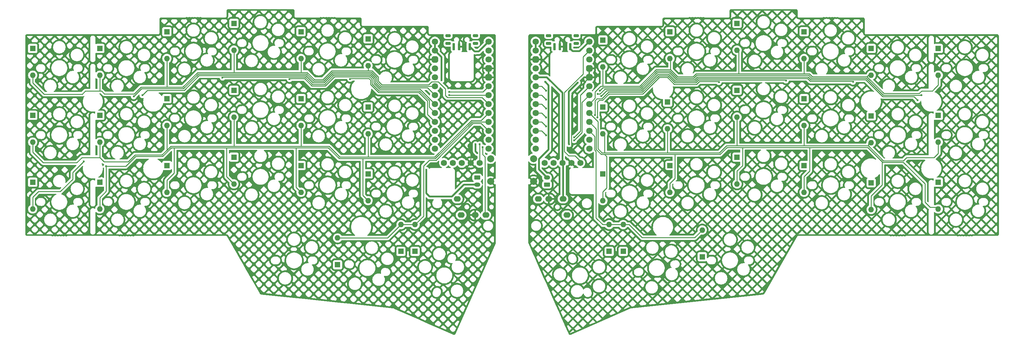
<source format=gtl>
G04 #@! TF.GenerationSoftware,KiCad,Pcbnew,8.0.4*
G04 #@! TF.CreationDate,2025-02-19T18:48:15+13:00*
G04 #@! TF.ProjectId,Corne V4 Pro Micro Edition,436f726e-6520-4563-9420-50726f204d69,4.0.0*
G04 #@! TF.SameCoordinates,Original*
G04 #@! TF.FileFunction,Copper,L1,Top*
G04 #@! TF.FilePolarity,Positive*
%FSLAX46Y46*%
G04 Gerber Fmt 4.6, Leading zero omitted, Abs format (unit mm)*
G04 Created by KiCad (PCBNEW 8.0.4) date 2025-02-19 18:48:15*
%MOMM*%
%LPD*%
G01*
G04 APERTURE LIST*
G04 Aperture macros list*
%AMRoundRect*
0 Rectangle with rounded corners*
0 $1 Rounding radius*
0 $2 $3 $4 $5 $6 $7 $8 $9 X,Y pos of 4 corners*
0 Add a 4 corners polygon primitive as box body*
4,1,4,$2,$3,$4,$5,$6,$7,$8,$9,$2,$3,0*
0 Add four circle primitives for the rounded corners*
1,1,$1+$1,$2,$3*
1,1,$1+$1,$4,$5*
1,1,$1+$1,$6,$7*
1,1,$1+$1,$8,$9*
0 Add four rect primitives between the rounded corners*
20,1,$1+$1,$2,$3,$4,$5,0*
20,1,$1+$1,$4,$5,$6,$7,0*
20,1,$1+$1,$6,$7,$8,$9,0*
20,1,$1+$1,$8,$9,$2,$3,0*%
G04 Aperture macros list end*
G04 #@! TA.AperFunction,ComponentPad*
%ADD10C,1.800000*%
G04 #@! TD*
G04 #@! TA.AperFunction,ComponentPad*
%ADD11RoundRect,0.450000X-0.450000X-0.450000X0.450000X-0.450000X0.450000X0.450000X-0.450000X0.450000X0*%
G04 #@! TD*
G04 #@! TA.AperFunction,SMDPad,CuDef*
%ADD12C,1.800000*%
G04 #@! TD*
G04 #@! TA.AperFunction,ComponentPad*
%ADD13C,2.000000*%
G04 #@! TD*
G04 #@! TA.AperFunction,ComponentPad*
%ADD14RoundRect,0.250000X0.625000X-0.350000X0.625000X0.350000X-0.625000X0.350000X-0.625000X-0.350000X0*%
G04 #@! TD*
G04 #@! TA.AperFunction,ComponentPad*
%ADD15O,1.750000X1.200000*%
G04 #@! TD*
G04 #@! TA.AperFunction,SMDPad,CuDef*
%ADD16RoundRect,0.250000X0.500000X0.150000X-0.500000X0.150000X-0.500000X-0.150000X0.500000X-0.150000X0*%
G04 #@! TD*
G04 #@! TA.AperFunction,SMDPad,CuDef*
%ADD17RoundRect,0.125000X0.225000X0.875000X-0.225000X0.875000X-0.225000X-0.875000X0.225000X-0.875000X0*%
G04 #@! TD*
G04 #@! TA.AperFunction,ComponentPad*
%ADD18O,2.000000X1.600000*%
G04 #@! TD*
G04 #@! TA.AperFunction,ComponentPad*
%ADD19C,1.752600*%
G04 #@! TD*
G04 #@! TA.AperFunction,ComponentPad*
%ADD20RoundRect,0.250000X-0.625000X0.350000X-0.625000X-0.350000X0.625000X-0.350000X0.625000X0.350000X0*%
G04 #@! TD*
G04 #@! TA.AperFunction,ComponentPad*
%ADD21O,1.600000X1.600000*%
G04 #@! TD*
G04 #@! TA.AperFunction,ComponentPad*
%ADD22R,1.600000X1.600000*%
G04 #@! TD*
G04 #@! TA.AperFunction,ViaPad*
%ADD23C,0.600000*%
G04 #@! TD*
G04 #@! TA.AperFunction,Conductor*
%ADD24C,0.250000*%
G04 #@! TD*
G04 #@! TA.AperFunction,Conductor*
%ADD25C,0.500000*%
G04 #@! TD*
G04 APERTURE END LIST*
D10*
X190192337Y-63320000D03*
X190192337Y-65860000D03*
D11*
X190192337Y-68400000D03*
X190192337Y-70940000D03*
D10*
X190192337Y-73480000D03*
X190192337Y-76020000D03*
X190192337Y-78560000D03*
X190192337Y-81100000D03*
X190192337Y-83640000D03*
X190192337Y-86180000D03*
X190192337Y-88720000D03*
X190192337Y-91260000D03*
X174952337Y-63320000D03*
D11*
X174952337Y-65860000D03*
D10*
X174952337Y-68400000D03*
X174952337Y-70940000D03*
X174952337Y-73480000D03*
X174952337Y-76020000D03*
X174952337Y-78560000D03*
X174952337Y-81100000D03*
X174952337Y-83640000D03*
X174952337Y-86180000D03*
X174952337Y-88720000D03*
X174952337Y-91260000D03*
D12*
X174952337Y-60780000D03*
X190192337Y-60780000D03*
D13*
X202962502Y-94111250D03*
X202962502Y-100611250D03*
D14*
X206769675Y-101500000D03*
D15*
X206769675Y-99500000D03*
D16*
X186472337Y-61320000D03*
X186472337Y-59110000D03*
X178672337Y-61320000D03*
X178672337Y-59110000D03*
D17*
X184822337Y-62220000D03*
X181822337Y-62220000D03*
X180322337Y-62220000D03*
D16*
X215047339Y-61320000D03*
X215047339Y-59110000D03*
X207247339Y-61320000D03*
X207247339Y-59110000D03*
D17*
X213397339Y-62220000D03*
X210397339Y-62220000D03*
X208897339Y-62220000D03*
D18*
X181292337Y-105576250D03*
X182392337Y-110176250D03*
X186392337Y-110176250D03*
X189392337Y-110176250D03*
X212427339Y-110176250D03*
X211327339Y-105576250D03*
X207327339Y-105576250D03*
X204327339Y-105576250D03*
D10*
X218767339Y-63320000D03*
X218767339Y-65860000D03*
D11*
X218767339Y-68400000D03*
X218767339Y-70940000D03*
D10*
X218767339Y-73480000D03*
X218767339Y-76020000D03*
X218767339Y-78560000D03*
X218767339Y-81100000D03*
X218767339Y-83640000D03*
X218767339Y-86180000D03*
X218767339Y-88720000D03*
X218767339Y-91260000D03*
X203527339Y-63320000D03*
D11*
X203527339Y-65860000D03*
D10*
X203527339Y-68400000D03*
X203527339Y-70940000D03*
X203527339Y-73480000D03*
X203527339Y-76020000D03*
X203527339Y-78560000D03*
X203527339Y-81100000D03*
X203527339Y-83640000D03*
X203527339Y-86180000D03*
X203527339Y-88720000D03*
X203527339Y-91260000D03*
D12*
X203527339Y-60780000D03*
X218767339Y-60780000D03*
D19*
X206067339Y-95300000D03*
X208607339Y-95300000D03*
X211147339Y-95300000D03*
X213687339Y-95300000D03*
X216227339Y-95300000D03*
X177492337Y-95300000D03*
X180032337Y-95300000D03*
X182572337Y-95300000D03*
X185112337Y-95300000D03*
X187652337Y-95300000D03*
D20*
X186950001Y-99500000D03*
D15*
X186950001Y-101500000D03*
D13*
X190757174Y-94111250D03*
X190757174Y-100611250D03*
D21*
X298842339Y-89546250D03*
D22*
X298842339Y-81926250D03*
D21*
X60717337Y-70346250D03*
D22*
X60717337Y-62726250D03*
D21*
X79767337Y-89396250D03*
D22*
X79767337Y-81776250D03*
D21*
X155967337Y-87015000D03*
D22*
X155967337Y-79395000D03*
D21*
X136917337Y-84633750D03*
D22*
X136917337Y-77013750D03*
D21*
X317892339Y-89396250D03*
D22*
X317892339Y-81776250D03*
D21*
X98817337Y-84633750D03*
D22*
X98817337Y-77013750D03*
D21*
X60717337Y-89396250D03*
D22*
X60717337Y-81776250D03*
D21*
X317892339Y-70346250D03*
D22*
X317892339Y-62726250D03*
D21*
X241022339Y-85601250D03*
D22*
X241022339Y-77981250D03*
D21*
X79767337Y-108446250D03*
D22*
X79767337Y-100826250D03*
D21*
X224419676Y-112890000D03*
D22*
X224419676Y-120510000D03*
D21*
X260742339Y-63202500D03*
D22*
X260742339Y-55582500D03*
D21*
X260742339Y-101302500D03*
D22*
X260742339Y-93682500D03*
D21*
X222642339Y-87015000D03*
D22*
X222642339Y-79395000D03*
D21*
X260742339Y-82252500D03*
D22*
X260742339Y-74632500D03*
D21*
X165300000Y-112890000D03*
D22*
X165300000Y-120510000D03*
D21*
X222642339Y-67965000D03*
D22*
X222642339Y-60345000D03*
D21*
X222642339Y-106065000D03*
D22*
X222642339Y-98445000D03*
D21*
X147300000Y-116690000D03*
D22*
X147300000Y-124310000D03*
D21*
X250872339Y-114431250D03*
D22*
X250872339Y-122051250D03*
D21*
X136917337Y-65583750D03*
D22*
X136917337Y-57963750D03*
D21*
X298842339Y-70346250D03*
D22*
X298842339Y-62726250D03*
D21*
X155967337Y-67610000D03*
D22*
X155967337Y-59990000D03*
D21*
X241692339Y-103683750D03*
D22*
X241692339Y-96063750D03*
D21*
X117867337Y-63202500D03*
D22*
X117867337Y-55582500D03*
D21*
X169300000Y-112890000D03*
D22*
X169300000Y-120510000D03*
D21*
X241692339Y-65583750D03*
D22*
X241692339Y-57963750D03*
D21*
X317892339Y-108446250D03*
D22*
X317892339Y-100826250D03*
D21*
X298842339Y-108596250D03*
D22*
X298842339Y-100976250D03*
D21*
X79767337Y-70346250D03*
D22*
X79767337Y-62726250D03*
D21*
X155967337Y-106065000D03*
D22*
X155967337Y-98445000D03*
D21*
X279792339Y-65583750D03*
D22*
X279792339Y-57963750D03*
D21*
X60717337Y-108446250D03*
D22*
X60717337Y-100826250D03*
D21*
X279792339Y-84633750D03*
D22*
X279792339Y-77013750D03*
D21*
X117867337Y-101302500D03*
D22*
X117867337Y-93682500D03*
D21*
X279792339Y-103683750D03*
D22*
X279792339Y-96063750D03*
D21*
X98817337Y-103683750D03*
D22*
X98817337Y-96063750D03*
D21*
X136917337Y-103683750D03*
D22*
X136917337Y-96063750D03*
D21*
X228419676Y-112890000D03*
D22*
X228419676Y-120510000D03*
D21*
X98817337Y-65583750D03*
D22*
X98817337Y-57963750D03*
D21*
X117867337Y-82252500D03*
D22*
X117867337Y-74632500D03*
D23*
X181800000Y-62200000D03*
X185112337Y-90500000D03*
X206500000Y-87460000D03*
X221055000Y-82400000D03*
X206500000Y-84920000D03*
X255600000Y-72324500D03*
X206500000Y-82380000D03*
X220400000Y-81700000D03*
X274650000Y-71884500D03*
X206500000Y-79840000D03*
X222200000Y-76315000D03*
X293700000Y-72244500D03*
X206500000Y-77300000D03*
X221200000Y-75700000D03*
X312050000Y-77500000D03*
X221750000Y-74750000D03*
X313110000Y-75990000D03*
X206500000Y-74750000D03*
X150862502Y-71424500D03*
X133667337Y-71495750D03*
X114617337Y-71055750D03*
X91862502Y-76061250D03*
X89400000Y-76400000D03*
X213072339Y-90000000D03*
X215500000Y-63500000D03*
X215500000Y-72500000D03*
X206250000Y-72250000D03*
X75200000Y-94900000D03*
X81600000Y-96300000D03*
X214450000Y-88074500D03*
X214500000Y-88900000D03*
X210400000Y-62200000D03*
X213687339Y-92200000D03*
X179025000Y-75075000D03*
X179050000Y-76000000D03*
X187652337Y-90000000D03*
X188500000Y-90850000D03*
X186500000Y-63600000D03*
X186500000Y-90000000D03*
X187000000Y-92500000D03*
X172500000Y-97276472D03*
X176800000Y-71800000D03*
D24*
X185112337Y-90500000D02*
X185112337Y-95300000D01*
X190192337Y-68400000D02*
X190192337Y-70940000D01*
X280292339Y-69950000D02*
X279800000Y-69950000D01*
X297653669Y-70750000D02*
X298153669Y-71250000D01*
X279792339Y-69942339D02*
X279800000Y-69950000D01*
X312450000Y-75550000D02*
X302453669Y-75550000D01*
X317892339Y-73147745D02*
X317892339Y-69846250D01*
X241861270Y-68750000D02*
X237775000Y-68750000D01*
X220413670Y-76913670D02*
X218767339Y-78560000D01*
X248300000Y-70750000D02*
X243861270Y-70750000D01*
X316720042Y-74320042D02*
X317892339Y-73147745D01*
X237775000Y-68750000D02*
X233075000Y-73450000D01*
X316720042Y-74320042D02*
X316240085Y-74800000D01*
X222642339Y-67465000D02*
X222642339Y-73450000D01*
X249100000Y-69950000D02*
X248300000Y-70750000D01*
X261242339Y-63202500D02*
X260742339Y-62702500D01*
X261242339Y-64500000D02*
X261242339Y-69950000D01*
X313200000Y-74800000D02*
X312450000Y-75550000D01*
X241692339Y-65083750D02*
X241861270Y-65252681D01*
X282100000Y-70750000D02*
X297653669Y-70750000D01*
X282100000Y-70750000D02*
X281300000Y-69950000D01*
X279792339Y-65083750D02*
X279792339Y-69942339D01*
X243861270Y-70750000D02*
X241861270Y-68750000D01*
X298557419Y-69846250D02*
X298842339Y-69846250D01*
X302453669Y-75550000D02*
X298153669Y-71250000D01*
X316240085Y-74800000D02*
X313200000Y-74800000D01*
X222050000Y-73450000D02*
X220413670Y-75086330D01*
X297653669Y-70750000D02*
X298557419Y-69846250D01*
X281300000Y-69950000D02*
X280292339Y-69950000D01*
X233075000Y-73450000D02*
X222050000Y-73450000D01*
X241861270Y-65252681D02*
X241861270Y-68750000D01*
X220413670Y-75086330D02*
X220413670Y-76913670D01*
X261242339Y-64500000D02*
X261242339Y-63202500D01*
X279800000Y-69950000D02*
X249100000Y-69950000D01*
X80267337Y-99966085D02*
X80262502Y-99961250D01*
X206500000Y-87460000D02*
X205220000Y-86180000D01*
X205220000Y-86180000D02*
X203527339Y-86180000D01*
X242950000Y-72950000D02*
X249211270Y-72950000D01*
X221600000Y-77501127D02*
X222521127Y-77501127D01*
X205220000Y-83640000D02*
X203527339Y-83640000D01*
X238686270Y-70950000D02*
X240950000Y-70950000D01*
X255425500Y-72150000D02*
X255600000Y-72324500D01*
X250011270Y-72150000D02*
X255425500Y-72150000D01*
X221055000Y-78046127D02*
X221600000Y-77501127D01*
X240950000Y-70950000D02*
X242950000Y-72950000D01*
X206500000Y-84920000D02*
X205220000Y-83640000D01*
X224372254Y-75650000D02*
X233986270Y-75650000D01*
X222521127Y-77501127D02*
X224372254Y-75650000D01*
X233986270Y-75650000D02*
X238686270Y-70950000D01*
X221055000Y-82400000D02*
X221055000Y-78046127D01*
X249211270Y-72950000D02*
X250011270Y-72150000D01*
X238504016Y-70510000D02*
X233804016Y-75210000D01*
X241132254Y-70510000D02*
X238504016Y-70510000D01*
X222338873Y-77061127D02*
X220938873Y-77061127D01*
X233804016Y-75210000D02*
X224190000Y-75210000D01*
X220938873Y-77061127D02*
X220400000Y-77600000D01*
X274475500Y-71710000D02*
X249829016Y-71710000D01*
X274650000Y-71884500D02*
X274475500Y-71710000D01*
X206500000Y-82380000D02*
X205220000Y-81100000D01*
X205220000Y-81100000D02*
X203527339Y-81100000D01*
X249029016Y-72510000D02*
X243132254Y-72510000D01*
X249829016Y-71710000D02*
X249029016Y-72510000D01*
X220400000Y-77600000D02*
X220400000Y-81700000D01*
X224190000Y-75210000D02*
X222338873Y-77061127D01*
X243132254Y-72510000D02*
X241132254Y-70510000D01*
X293700000Y-72244500D02*
X293525500Y-72070000D01*
X205220000Y-78560000D02*
X203527339Y-78560000D01*
X238321762Y-70070000D02*
X233621762Y-74770000D01*
X293525500Y-72070000D02*
X281553238Y-72070000D01*
X206500000Y-79840000D02*
X205220000Y-78560000D01*
X223745000Y-74770000D02*
X222200000Y-76315000D01*
X248846762Y-72070000D02*
X243314508Y-72070000D01*
X281553238Y-72070000D02*
X280753238Y-71270000D01*
X243314508Y-72070000D02*
X241314508Y-70070000D01*
X241314508Y-70070000D02*
X238321762Y-70070000D01*
X280753238Y-71270000D02*
X249646762Y-71270000D01*
X249646762Y-71270000D02*
X248846762Y-72070000D01*
X233621762Y-74770000D02*
X223745000Y-74770000D01*
X302089161Y-76430000D02*
X310980000Y-76430000D01*
X281735492Y-71630000D02*
X297289162Y-71630000D01*
X233439508Y-74330000D02*
X238139508Y-69630000D01*
X205220000Y-76020000D02*
X203527339Y-76020000D01*
X223170000Y-74330000D02*
X233439508Y-74330000D01*
X310980000Y-76430000D02*
X312050000Y-77500000D01*
X249464508Y-70830000D02*
X280935492Y-70830000D01*
X280935492Y-70830000D02*
X281735492Y-71630000D01*
X221800000Y-75700000D02*
X223170000Y-74330000D01*
X238139508Y-69630000D02*
X241496762Y-69630000D01*
X243496762Y-71630000D02*
X248664508Y-71630000D01*
X206500000Y-77300000D02*
X205220000Y-76020000D01*
X221200000Y-75700000D02*
X221800000Y-75700000D01*
X241496762Y-69630000D02*
X243496762Y-71630000D01*
X297289162Y-71630000D02*
X302089161Y-76430000D01*
X248664508Y-71630000D02*
X249464508Y-70830000D01*
X205230000Y-73480000D02*
X203527339Y-73480000D01*
X233257254Y-73890000D02*
X222610000Y-73890000D01*
X281917746Y-71190000D02*
X281117746Y-70390000D01*
X248482254Y-71190000D02*
X243679016Y-71190000D01*
X206500000Y-74750000D02*
X205230000Y-73480000D01*
X281117746Y-70390000D02*
X249282254Y-70390000D01*
X222610000Y-73890000D02*
X221750000Y-74750000D01*
X249282254Y-70390000D02*
X248482254Y-71190000D01*
X297471415Y-71190000D02*
X281917746Y-71190000D01*
X241679016Y-69190000D02*
X237957254Y-69190000D01*
X237957254Y-69190000D02*
X233257254Y-73890000D01*
X302271415Y-75990000D02*
X297471415Y-71190000D01*
X243679016Y-71190000D02*
X241679016Y-69190000D01*
X313110000Y-75990000D02*
X302271415Y-75990000D01*
X150862502Y-71424500D02*
X151037002Y-71250000D01*
X151037002Y-71250000D02*
X156188730Y-71250000D01*
X156188730Y-71250000D02*
X156675626Y-71736896D01*
X156675626Y-72985644D02*
X158929982Y-75240000D01*
X172860000Y-77712171D02*
X172860000Y-81547663D01*
X170387829Y-75240000D02*
X172860000Y-77712171D01*
X158929982Y-75240000D02*
X170387829Y-75240000D01*
X156675626Y-71736896D02*
X156675626Y-72985644D01*
X172860000Y-81547663D02*
X174952337Y-83640000D01*
X139993486Y-73381250D02*
X143809264Y-73381250D01*
X156370984Y-70810000D02*
X157115626Y-71554642D01*
X157115626Y-71554642D02*
X157115626Y-72803390D01*
X133841837Y-71321250D02*
X137933486Y-71321250D01*
X169065626Y-74800000D02*
X170570083Y-74800000D01*
X173300000Y-77529917D02*
X173300000Y-79447663D01*
X157115626Y-72803390D02*
X159112236Y-74800000D01*
X137933486Y-71321250D02*
X139993486Y-73381250D01*
X173300000Y-79447663D02*
X174952337Y-81100000D01*
X170570083Y-74800000D02*
X173300000Y-77529917D01*
X133667337Y-71495750D02*
X133841837Y-71321250D01*
X159112236Y-74800000D02*
X169065626Y-74800000D01*
X146380514Y-70810000D02*
X156370984Y-70810000D01*
X143809264Y-73381250D02*
X146380514Y-70810000D01*
X140175740Y-72941250D02*
X138115740Y-70881250D01*
X157555626Y-71372388D02*
X156553238Y-70370000D01*
X138115740Y-70881250D02*
X114791837Y-70881250D01*
X170752337Y-74360000D02*
X159294490Y-74360000D01*
X143627010Y-72941250D02*
X140175740Y-72941250D01*
X156553238Y-70370000D02*
X146198260Y-70370000D01*
X174952337Y-78560000D02*
X170752337Y-74360000D01*
X157555626Y-72621136D02*
X157555626Y-71372388D01*
X146198260Y-70370000D02*
X143627010Y-72941250D01*
X159294490Y-74360000D02*
X157555626Y-72621136D01*
X114791837Y-70881250D02*
X114617337Y-71055750D01*
X103704756Y-74641250D02*
X93282502Y-74641250D01*
X146016006Y-69930000D02*
X143444756Y-72501250D01*
X156735492Y-69930000D02*
X146016006Y-69930000D01*
X174952337Y-76020000D02*
X172852337Y-73920000D01*
X93282502Y-74641250D02*
X91862502Y-76061250D01*
X159476744Y-73920000D02*
X157995626Y-72438882D01*
X143444756Y-72501250D02*
X140357994Y-72501250D01*
X172852337Y-73920000D02*
X159476744Y-73920000D01*
X140357994Y-72501250D02*
X138297994Y-70441250D01*
X157995626Y-72438882D02*
X157995626Y-71190134D01*
X107904756Y-70441250D02*
X103704756Y-74641250D01*
X157995626Y-71190134D02*
X156735492Y-69930000D01*
X138297994Y-70441250D02*
X107904756Y-70441250D01*
X158435626Y-71007880D02*
X156917746Y-69490000D01*
X103522502Y-74201250D02*
X91644756Y-74201250D01*
X107722502Y-70001250D02*
X103522502Y-74201250D01*
X91644756Y-74201250D02*
X89446006Y-76400000D01*
X156917746Y-69490000D02*
X145833752Y-69490000D01*
X159658998Y-73480000D02*
X158435626Y-72256628D01*
X138480248Y-70001250D02*
X107722502Y-70001250D01*
X143262502Y-72061250D02*
X140540248Y-72061250D01*
X140540248Y-72061250D02*
X138480248Y-70001250D01*
X89400000Y-76400000D02*
X89400000Y-76446006D01*
X158435626Y-72256628D02*
X158435626Y-71007880D01*
X89446006Y-76400000D02*
X89400000Y-76400000D01*
X145833752Y-69490000D02*
X143262502Y-72061250D01*
X174952337Y-73480000D02*
X159658998Y-73480000D01*
D25*
X213072339Y-90000000D02*
X213000000Y-89927661D01*
X213397339Y-62822337D02*
X213397339Y-61720000D01*
X215500000Y-63500000D02*
X216047339Y-63500000D01*
X214075002Y-63500000D02*
X213397339Y-62822337D01*
X215500000Y-63500000D02*
X214075002Y-63500000D01*
X213000000Y-89927661D02*
X213000000Y-75000000D01*
X216047339Y-63500000D02*
X218767339Y-60780000D01*
X214075002Y-63500000D02*
X214075002Y-63500000D01*
X213000000Y-75000000D02*
X215500000Y-72500000D01*
X207240000Y-91510000D02*
X204500000Y-94250000D01*
X207240000Y-73240000D02*
X207240000Y-91510000D01*
X204500000Y-97230325D02*
X206769675Y-99500000D01*
X206250000Y-72250000D02*
X207240000Y-73240000D01*
X203527339Y-60780000D02*
X203527339Y-63320000D01*
X204500000Y-94250000D02*
X204500000Y-97230325D01*
D24*
X221230000Y-83562661D02*
X218767339Y-81100000D01*
X302272254Y-94700000D02*
X298032254Y-90460000D01*
X279792339Y-90460000D02*
X279792339Y-84133750D01*
X255717746Y-92460000D02*
X242200000Y-92460000D01*
X298032254Y-90460000D02*
X298032254Y-89856335D01*
X223142339Y-88200000D02*
X223142339Y-87015000D01*
X223142339Y-87015000D02*
X222642339Y-86515000D01*
X222382254Y-92460000D02*
X221230000Y-91307746D01*
X261200000Y-90460000D02*
X257717746Y-90460000D01*
X308900000Y-93800000D02*
X308000000Y-94700000D01*
X298032254Y-90460000D02*
X280300000Y-90460000D01*
X242200000Y-92460000D02*
X241000000Y-92460000D01*
X223142339Y-88200000D02*
X223142339Y-88400000D01*
X223150000Y-92460000D02*
X222382254Y-92460000D01*
X241022339Y-85601250D02*
X241022339Y-92437661D01*
X317892339Y-88896250D02*
X317892339Y-92607661D01*
X280300000Y-90460000D02*
X261200000Y-90460000D01*
X221230000Y-91307746D02*
X221230000Y-83562661D01*
X260742339Y-81752500D02*
X260742339Y-90460000D01*
X308000000Y-94700000D02*
X302272254Y-94700000D01*
X223142339Y-88400000D02*
X223142339Y-92452339D01*
X241000000Y-92460000D02*
X223150000Y-92460000D01*
X298032254Y-89856335D02*
X298842339Y-89046250D01*
X257717746Y-90460000D02*
X255717746Y-92460000D01*
X316700000Y-93800000D02*
X308900000Y-93800000D01*
X317892339Y-92607661D02*
X316700000Y-93800000D01*
X241692339Y-101148749D02*
X241692339Y-103183750D01*
X260742339Y-100802500D02*
X260742339Y-97657661D01*
X242200000Y-92900000D02*
X223142339Y-92900000D01*
X222642339Y-103530000D02*
X222642339Y-105565000D01*
X262300000Y-96100000D02*
X262300000Y-90942339D01*
X301950000Y-95000000D02*
X301950000Y-101604678D01*
X257900000Y-90900000D02*
X281400000Y-90900000D01*
X243100000Y-92900000D02*
X242200000Y-92900000D01*
X242200000Y-92900000D02*
X255900000Y-92900000D01*
X314100000Y-106500000D02*
X314100000Y-101250000D01*
X317892339Y-107946250D02*
X315546250Y-107946250D01*
X241692339Y-101148750D02*
X242670544Y-100170544D01*
X223757339Y-93515000D02*
X223142339Y-92900000D01*
X307990000Y-95140000D02*
X302090000Y-95140000D01*
X279792339Y-99207661D02*
X281400000Y-97600000D01*
X297850000Y-90900000D02*
X301950000Y-95000000D01*
X281400000Y-97600000D02*
X281400000Y-90900000D01*
X279792339Y-103183750D02*
X279792339Y-99207661D01*
X314100000Y-101250000D02*
X307990000Y-95140000D01*
X255900000Y-92900000D02*
X257900000Y-90900000D01*
X260742339Y-97657661D02*
X262300000Y-96100000D01*
X315546250Y-107946250D02*
X314100000Y-106500000D01*
X223757339Y-102415000D02*
X222642339Y-103530000D01*
X220790000Y-85662661D02*
X218767339Y-83640000D01*
X242670544Y-100170544D02*
X241692339Y-101148749D01*
X223142339Y-92900000D02*
X222200000Y-92900000D01*
X222200000Y-92900000D02*
X220790000Y-91490000D01*
X281400000Y-90900000D02*
X297850000Y-90900000D01*
X243100000Y-99741089D02*
X243100000Y-92900000D01*
X223757339Y-102415000D02*
X223757339Y-93515000D01*
X220790000Y-91490000D02*
X220790000Y-85662661D01*
X298842339Y-104712339D02*
X298842339Y-108096250D01*
X301950000Y-101604678D02*
X298842339Y-104712339D01*
X242670544Y-100170544D02*
X243100000Y-99741089D01*
X302090000Y-95140000D02*
X301950000Y-95000000D01*
X221100000Y-111400000D02*
X220700000Y-111000000D01*
X248707290Y-116596299D02*
X250872339Y-114431250D01*
X222590000Y-112890000D02*
X224419676Y-112890000D01*
X233800000Y-116596299D02*
X248707290Y-116596299D01*
X220350000Y-91672254D02*
X220350000Y-87762661D01*
X224419676Y-112890000D02*
X228419676Y-112890000D01*
X220700000Y-111000000D02*
X220700000Y-92022254D01*
X220350000Y-87762661D02*
X218767339Y-86180000D01*
X220700000Y-92022254D02*
X220350000Y-91672254D01*
X230093701Y-112890000D02*
X233800000Y-116596299D01*
X228419676Y-112890000D02*
X230093701Y-112890000D01*
X221100000Y-111400000D02*
X222590000Y-112890000D01*
X98817337Y-73743913D02*
X98800000Y-73761250D01*
X156000000Y-69050000D02*
X157100000Y-69050000D01*
X143080248Y-71621250D02*
X145651498Y-69050000D01*
X140722502Y-71621250D02*
X143080248Y-71621250D01*
X111962502Y-69561250D02*
X136900000Y-69561250D01*
X111962502Y-69561250D02*
X107540248Y-69561250D01*
X174050000Y-72200000D02*
X175850000Y-72200000D01*
X158875626Y-72074374D02*
X159841252Y-73040000D01*
X103340248Y-73761250D02*
X99300000Y-73761250D01*
X173210000Y-73040000D02*
X174050000Y-72200000D01*
X79767337Y-74793913D02*
X79700000Y-74861250D01*
X177900000Y-76100000D02*
X178500000Y-76700000D01*
X177900000Y-74250000D02*
X177900000Y-76100000D01*
X178500000Y-76700000D02*
X188332337Y-76700000D01*
X74762502Y-75761250D02*
X75662502Y-74861250D01*
X79700000Y-74861250D02*
X80262502Y-74861250D01*
X111962502Y-69561250D02*
X117867337Y-69561250D01*
X136917337Y-65583750D02*
X136917337Y-69543913D01*
X63962502Y-75761250D02*
X74762502Y-75761250D01*
X155967337Y-69017337D02*
X156000000Y-69050000D01*
X188332337Y-76700000D02*
X190192337Y-78560000D01*
X60717337Y-72516085D02*
X63962502Y-75761250D01*
X159841252Y-73040000D02*
X173210000Y-73040000D01*
X175850000Y-72200000D02*
X177900000Y-74250000D01*
X117867337Y-69561250D02*
X117867337Y-63202500D01*
X138662502Y-69561250D02*
X140722502Y-71621250D01*
X91462502Y-73761250D02*
X89562502Y-75661250D01*
X158875626Y-70825626D02*
X158875626Y-72074374D01*
X89562502Y-75661250D02*
X81062502Y-75661250D01*
X136900000Y-69561250D02*
X138662502Y-69561250D01*
X99300000Y-73761250D02*
X91462502Y-73761250D01*
X75662502Y-74861250D02*
X79700000Y-74861250D01*
X107540248Y-69561250D02*
X103340248Y-73761250D01*
X79767337Y-70346250D02*
X79767337Y-74793913D01*
X157100000Y-69050000D02*
X158875626Y-70825626D01*
X98817337Y-65583750D02*
X98817337Y-73743913D01*
X60717337Y-70346250D02*
X60717337Y-72516085D01*
X145651498Y-69050000D02*
X156000000Y-69050000D01*
X81062502Y-75661250D02*
X80262502Y-74861250D01*
X155967337Y-67610000D02*
X155967337Y-69017337D01*
X79767337Y-93793913D02*
X74667963Y-93793913D01*
X89740248Y-93061250D02*
X97416496Y-93061250D01*
X156467337Y-93656415D02*
X156462502Y-93661250D01*
X87840248Y-94961250D02*
X89740248Y-93061250D01*
X144862502Y-90561250D02*
X147962502Y-93661250D01*
X188092337Y-83200000D02*
X190192337Y-81100000D01*
X99916496Y-90561250D02*
X98817337Y-91660409D01*
X185355492Y-83200000D02*
X188092337Y-83200000D01*
X117867337Y-90528587D02*
X117900000Y-90561250D01*
X118367337Y-90556415D02*
X118362502Y-90561250D01*
X97416496Y-93061250D02*
X98817337Y-91660409D01*
X155967337Y-93628587D02*
X156000000Y-93661250D01*
X147962502Y-93661250D02*
X156000000Y-93661250D01*
X81300000Y-94961250D02*
X87840248Y-94961250D01*
X156000000Y-93661250D02*
X156462502Y-93661250D01*
X136917337Y-84633750D02*
X136917337Y-90543913D01*
X136917337Y-90543913D02*
X136900000Y-90561250D01*
X63700000Y-95261250D02*
X60717337Y-92278587D01*
X73200626Y-95261250D02*
X63700000Y-95261250D01*
X80934674Y-94961250D02*
X81300000Y-94961250D01*
X79767337Y-93793913D02*
X80934674Y-94961250D01*
X136900000Y-90561250D02*
X144862502Y-90561250D01*
X156462502Y-93661250D02*
X174894242Y-93661250D01*
X98817337Y-84633750D02*
X98817337Y-91660409D01*
X117900000Y-90561250D02*
X99916496Y-90561250D01*
X155967337Y-87015000D02*
X155967337Y-93628587D01*
X117867337Y-82252500D02*
X117867337Y-90528587D01*
X174894242Y-93661250D02*
X185355492Y-83200000D01*
X79767337Y-89396250D02*
X79767337Y-93793913D01*
X117900000Y-90561250D02*
X136900000Y-90561250D01*
X60717337Y-92278587D02*
X60717337Y-89396250D01*
X74667963Y-93793913D02*
X73200626Y-95261250D01*
X144680248Y-91001250D02*
X135500000Y-91001250D01*
X62317337Y-103500000D02*
X60717337Y-105100000D01*
X98817337Y-100282663D02*
X100900000Y-98200000D01*
X135500000Y-91001250D02*
X135500000Y-102266413D01*
X72100000Y-99961250D02*
X68561250Y-103500000D01*
X100098750Y-91001250D02*
X100900000Y-91001250D01*
X100900000Y-98200000D02*
X100900000Y-91001250D01*
X154500000Y-94101250D02*
X147780248Y-94101250D01*
X97598750Y-93501250D02*
X100098750Y-91001250D01*
X115800000Y-91001250D02*
X100900000Y-91001250D01*
X72100000Y-99961250D02*
X72100000Y-98000000D01*
X160322502Y-94101250D02*
X154500000Y-94101250D01*
X115800000Y-99235163D02*
X115800000Y-91001250D01*
X98817337Y-103683750D02*
X98817337Y-100282663D01*
X79767337Y-105198587D02*
X79767337Y-108446250D01*
X135500000Y-91001250D02*
X115800000Y-91001250D01*
X160322502Y-94101250D02*
X175076496Y-94101250D01*
X68561250Y-103500000D02*
X62317337Y-103500000D01*
X60717337Y-105100000D02*
X60717337Y-108446250D01*
X117867337Y-101302500D02*
X115800000Y-99235163D01*
X147780248Y-94101250D02*
X144680248Y-91001250D01*
X81600000Y-96300000D02*
X81600000Y-103365924D01*
X135500000Y-102266413D02*
X136917337Y-103683750D01*
X175076496Y-94101250D02*
X185537746Y-83640000D01*
X81600000Y-103365924D02*
X79767337Y-105198587D01*
X81600000Y-96300000D02*
X87123752Y-96300000D01*
X185537746Y-83640000D02*
X190192337Y-83640000D01*
X155967337Y-106065000D02*
X154500000Y-104597663D01*
X154500000Y-104597663D02*
X154500000Y-94101250D01*
X87123752Y-96300000D02*
X89922502Y-93501250D01*
X89922502Y-93501250D02*
X97598750Y-93501250D01*
X72100000Y-98000000D02*
X75200000Y-94900000D01*
X165300000Y-112890000D02*
X169300000Y-112890000D01*
X147604308Y-116668595D02*
X161521405Y-116668595D01*
X169300000Y-112890000D02*
X171700000Y-110490000D01*
X173358750Y-94541250D02*
X175258750Y-94541250D01*
X175258750Y-94541250D02*
X185720000Y-84080000D01*
X171700000Y-110490000D02*
X171700000Y-96200000D01*
X185720000Y-84080000D02*
X188092337Y-84080000D01*
X161521405Y-116668595D02*
X165300000Y-112890000D01*
X188092337Y-84080000D02*
X190192337Y-86180000D01*
X171700000Y-96200000D02*
X173358750Y-94541250D01*
X216260000Y-86264500D02*
X216260000Y-75987339D01*
X214450000Y-88074500D02*
X216260000Y-86264500D01*
X216260000Y-75987339D02*
X218767339Y-73480000D01*
X216700000Y-78087339D02*
X218767339Y-76020000D01*
X216700000Y-86700000D02*
X216700000Y-78087339D01*
X214500000Y-88900000D02*
X216700000Y-86700000D01*
D25*
X203527339Y-70940000D02*
X206740000Y-70940000D01*
X211327339Y-105576250D02*
X211327339Y-95480000D01*
X211147339Y-95300000D02*
X211147339Y-75347339D01*
X211327339Y-95480000D02*
X211147339Y-95300000D01*
X206740000Y-70940000D02*
X211147339Y-75347339D01*
D24*
X213687339Y-92200000D02*
X213687339Y-76020000D01*
X218767339Y-68400000D02*
X218767339Y-70940000D01*
X213687339Y-76020000D02*
X218767339Y-70940000D01*
X214763669Y-93336331D02*
X216227339Y-94800000D01*
X211712339Y-92112339D02*
X212936331Y-93336331D01*
X217000000Y-70000000D02*
X211712339Y-75287661D01*
X211712339Y-75287661D02*
X211712339Y-92112339D01*
X217000000Y-65087339D02*
X217000000Y-70000000D01*
X212936331Y-93336331D02*
X214763669Y-93336331D01*
X218767339Y-63320000D02*
X217000000Y-65087339D01*
X188597337Y-75075000D02*
X190192337Y-73480000D01*
X179025000Y-75075000D02*
X188597337Y-75075000D01*
X179070000Y-76020000D02*
X190192337Y-76020000D01*
X179050000Y-76000000D02*
X179070000Y-76020000D01*
X187652337Y-90000000D02*
X187652337Y-94800000D01*
X189200000Y-93600000D02*
X189200000Y-109983913D01*
X188500000Y-92900000D02*
X189200000Y-93600000D01*
X189200000Y-109983913D02*
X189392337Y-110176250D01*
X188500000Y-90850000D02*
X188500000Y-92900000D01*
D25*
X187372337Y-63600000D02*
X190192337Y-60780000D01*
X186500000Y-63600000D02*
X187372337Y-63600000D01*
X184822337Y-61722337D02*
X184822337Y-61720000D01*
X186202337Y-63600000D02*
X184822337Y-62220000D01*
X186500000Y-92000000D02*
X187000000Y-92500000D01*
X186500000Y-90000000D02*
X186500000Y-92000000D01*
X186500000Y-63600000D02*
X186202337Y-63600000D01*
X176800000Y-71800000D02*
X176800000Y-65167663D01*
X172500000Y-104000000D02*
X173400000Y-104900000D01*
X176800000Y-65167663D02*
X174952337Y-63320000D01*
X173400000Y-104900000D02*
X179800000Y-104900000D01*
X183200000Y-101500000D02*
X186950001Y-101500000D01*
X179800000Y-104900000D02*
X183200000Y-101500000D01*
X172500000Y-97276472D02*
X172500000Y-104000000D01*
X174952337Y-63320000D02*
X174952337Y-60780000D01*
G04 #@! TA.AperFunction,Conductor*
G36*
X134446224Y-51518005D02*
G01*
X134447982Y-51518021D01*
X134536023Y-51518837D01*
X134542571Y-51519073D01*
X134616705Y-51523707D01*
X134628060Y-51524945D01*
X134682872Y-51533502D01*
X134695085Y-51536045D01*
X134723910Y-51543579D01*
X134736934Y-51547764D01*
X134748620Y-51552243D01*
X134781023Y-51564665D01*
X134795240Y-51571172D01*
X134834113Y-51592026D01*
X134847086Y-51600051D01*
X134870468Y-51616589D01*
X134891154Y-51631219D01*
X134904364Y-51641998D01*
X134943884Y-51679051D01*
X134953745Y-51689429D01*
X134981817Y-51722619D01*
X134988736Y-51730799D01*
X134997646Y-51742717D01*
X135027456Y-51788022D01*
X135037273Y-51806026D01*
X135058077Y-51853075D01*
X135063422Y-51867532D01*
X135077229Y-51913484D01*
X135080173Y-51925388D01*
X135084933Y-51949750D01*
X135086526Y-51960296D01*
X135093392Y-52024270D01*
X135094038Y-52033572D01*
X135096639Y-52115600D01*
X135096701Y-52119190D01*
X135096776Y-52146408D01*
X135096835Y-52168082D01*
X135096835Y-53594894D01*
X135118641Y-53676276D01*
X135120722Y-53684040D01*
X135120723Y-53684043D01*
X135166861Y-53763955D01*
X135166864Y-53763959D01*
X135166866Y-53763962D01*
X135232123Y-53829219D01*
X135232126Y-53829220D01*
X135232129Y-53829223D01*
X135312041Y-53875361D01*
X135312042Y-53875361D01*
X135312047Y-53875364D01*
X135401191Y-53899250D01*
X135401193Y-53899250D01*
X142143479Y-53899250D01*
X142143481Y-53899250D01*
X142232625Y-53875364D01*
X142312549Y-53829219D01*
X142337080Y-53804686D01*
X142362752Y-53784986D01*
X142410791Y-53757252D01*
X142410795Y-53757248D01*
X142417241Y-53752303D01*
X142419339Y-53755038D01*
X142466540Y-53729127D01*
X142536242Y-53733955D01*
X142567707Y-53754127D01*
X142569105Y-53752306D01*
X142575553Y-53757254D01*
X142633537Y-53790731D01*
X142691958Y-53824460D01*
X142821795Y-53859250D01*
X142821798Y-53859250D01*
X142956210Y-53859250D01*
X142956213Y-53859250D01*
X143086050Y-53824460D01*
X143202458Y-53757252D01*
X143202462Y-53757247D01*
X143208903Y-53752306D01*
X143210976Y-53755007D01*
X143258479Y-53729069D01*
X143328171Y-53734053D01*
X143359384Y-53754113D01*
X143360771Y-53752306D01*
X143367219Y-53757254D01*
X143425203Y-53790731D01*
X143483624Y-53824460D01*
X143613461Y-53859250D01*
X143613464Y-53859250D01*
X143747876Y-53859250D01*
X143747879Y-53859250D01*
X143877716Y-53824460D01*
X143994124Y-53757252D01*
X143994125Y-53757250D01*
X143994128Y-53757249D01*
X144000575Y-53752303D01*
X144002673Y-53755037D01*
X144049873Y-53729127D01*
X144119575Y-53733955D01*
X144151040Y-53754127D01*
X144152438Y-53752306D01*
X144158886Y-53757254D01*
X144216870Y-53790731D01*
X144275291Y-53824460D01*
X144405128Y-53859250D01*
X144405131Y-53859250D01*
X144539543Y-53859250D01*
X144539546Y-53859250D01*
X144669383Y-53824460D01*
X144785791Y-53757252D01*
X144785792Y-53757250D01*
X144785795Y-53757249D01*
X144792242Y-53752303D01*
X144794340Y-53755037D01*
X144841540Y-53729127D01*
X144911242Y-53733955D01*
X144942707Y-53754127D01*
X144944105Y-53752306D01*
X144950553Y-53757254D01*
X145008537Y-53790731D01*
X145066958Y-53824460D01*
X145196795Y-53859250D01*
X145196798Y-53859250D01*
X145331210Y-53859250D01*
X145331213Y-53859250D01*
X145461050Y-53824460D01*
X145577458Y-53757252D01*
X145577462Y-53757247D01*
X145583903Y-53752306D01*
X145585976Y-53755007D01*
X145633479Y-53729069D01*
X145703171Y-53734053D01*
X145734384Y-53754113D01*
X145735771Y-53752306D01*
X145742219Y-53757254D01*
X145800203Y-53790731D01*
X145858624Y-53824460D01*
X145988461Y-53859250D01*
X145988464Y-53859250D01*
X146122876Y-53859250D01*
X146122879Y-53859250D01*
X146252716Y-53824460D01*
X146369124Y-53757252D01*
X146369125Y-53757250D01*
X146369128Y-53757249D01*
X146375575Y-53752303D01*
X146377673Y-53755037D01*
X146424873Y-53729127D01*
X146494575Y-53733955D01*
X146526040Y-53754127D01*
X146527438Y-53752306D01*
X146533883Y-53757252D01*
X146581904Y-53784977D01*
X146607584Y-53804682D01*
X146632121Y-53829219D01*
X146632124Y-53829220D01*
X146632127Y-53829223D01*
X146712039Y-53875361D01*
X146712040Y-53875361D01*
X146712045Y-53875364D01*
X146801189Y-53899250D01*
X146801193Y-53899250D01*
X146893481Y-53899250D01*
X153495075Y-53899250D01*
X153496224Y-53899255D01*
X153497982Y-53899271D01*
X153586023Y-53900087D01*
X153592571Y-53900323D01*
X153666705Y-53904957D01*
X153678060Y-53906195D01*
X153732872Y-53914752D01*
X153745085Y-53917295D01*
X153773910Y-53924829D01*
X153786934Y-53929014D01*
X153798620Y-53933493D01*
X153831023Y-53945915D01*
X153845240Y-53952422D01*
X153884113Y-53973276D01*
X153897086Y-53981301D01*
X153920468Y-53997839D01*
X153941154Y-54012469D01*
X153954364Y-54023248D01*
X153993884Y-54060301D01*
X154003745Y-54070679D01*
X154031817Y-54103869D01*
X154038736Y-54112049D01*
X154047646Y-54123967D01*
X154077456Y-54169272D01*
X154087273Y-54187276D01*
X154108077Y-54234325D01*
X154113422Y-54248782D01*
X154127229Y-54294734D01*
X154130173Y-54306638D01*
X154134933Y-54331000D01*
X154136526Y-54341546D01*
X154143392Y-54405520D01*
X154144038Y-54414822D01*
X154146639Y-54496850D01*
X154146701Y-54500440D01*
X154146806Y-54538629D01*
X154146835Y-54549332D01*
X154146835Y-55976144D01*
X154168641Y-56057526D01*
X154170722Y-56065290D01*
X154170723Y-56065293D01*
X154216861Y-56145205D01*
X154216864Y-56145209D01*
X154216866Y-56145212D01*
X154282123Y-56210469D01*
X154282126Y-56210470D01*
X154282129Y-56210473D01*
X154362041Y-56256611D01*
X154362042Y-56256611D01*
X154362047Y-56256614D01*
X154451191Y-56280500D01*
X154543479Y-56280500D01*
X172545075Y-56280500D01*
X172546224Y-56280505D01*
X172547982Y-56280521D01*
X172636023Y-56281337D01*
X172642571Y-56281573D01*
X172716705Y-56286207D01*
X172728060Y-56287445D01*
X172782872Y-56296002D01*
X172795085Y-56298545D01*
X172823910Y-56306079D01*
X172836935Y-56310264D01*
X172881023Y-56327165D01*
X172895240Y-56333672D01*
X172934113Y-56354526D01*
X172947086Y-56362551D01*
X172970468Y-56379089D01*
X172991154Y-56393719D01*
X173004364Y-56404498D01*
X173043884Y-56441551D01*
X173053745Y-56451929D01*
X173087384Y-56491701D01*
X173088736Y-56493299D01*
X173097646Y-56505217D01*
X173127456Y-56550522D01*
X173137273Y-56568526D01*
X173158077Y-56615575D01*
X173163422Y-56630032D01*
X173177229Y-56675984D01*
X173180173Y-56687888D01*
X173184933Y-56712250D01*
X173186526Y-56722796D01*
X173193392Y-56786770D01*
X173194038Y-56796072D01*
X173196639Y-56878100D01*
X173196701Y-56881690D01*
X173196806Y-56919878D01*
X173196835Y-56930582D01*
X173196835Y-58265105D01*
X173196835Y-58265106D01*
X173196835Y-58357394D01*
X173220119Y-58444292D01*
X173220722Y-58446540D01*
X173220723Y-58446543D01*
X173266861Y-58526455D01*
X173266864Y-58526459D01*
X173266866Y-58526462D01*
X173332123Y-58591719D01*
X173332126Y-58591720D01*
X173332129Y-58591723D01*
X173412041Y-58637861D01*
X173412042Y-58637861D01*
X173412047Y-58637864D01*
X173501191Y-58661750D01*
X177301884Y-58661750D01*
X177368923Y-58681435D01*
X177414678Y-58734239D01*
X177423949Y-58798717D01*
X177425138Y-58798839D01*
X177413837Y-58909447D01*
X177413837Y-59310537D01*
X177413838Y-59310553D01*
X177424450Y-59414427D01*
X177480221Y-59582735D01*
X177480223Y-59582740D01*
X177498448Y-59612287D01*
X177573307Y-59733652D01*
X177698685Y-59859030D01*
X177849599Y-59952115D01*
X178017911Y-60007887D01*
X178121792Y-60018500D01*
X179222881Y-60018499D01*
X179326763Y-60007887D01*
X179495075Y-59952115D01*
X179645989Y-59859030D01*
X179771367Y-59733652D01*
X179864452Y-59582738D01*
X179920224Y-59414426D01*
X179930837Y-59310545D01*
X179930836Y-58909456D01*
X179925553Y-58857745D01*
X179919536Y-58798839D01*
X179922512Y-58798534D01*
X179926774Y-58741974D01*
X179968858Y-58686201D01*
X180034415Y-58662033D01*
X180042790Y-58661750D01*
X185101884Y-58661750D01*
X185168923Y-58681435D01*
X185214678Y-58734239D01*
X185223949Y-58798717D01*
X185225138Y-58798839D01*
X185213837Y-58909447D01*
X185213837Y-59310537D01*
X185213838Y-59310553D01*
X185224450Y-59414427D01*
X185280221Y-59582735D01*
X185280223Y-59582740D01*
X185298448Y-59612287D01*
X185373307Y-59733652D01*
X185498685Y-59859030D01*
X185649599Y-59952115D01*
X185817911Y-60007887D01*
X185921792Y-60018500D01*
X187022881Y-60018499D01*
X187126763Y-60007887D01*
X187295075Y-59952115D01*
X187445989Y-59859030D01*
X187571367Y-59733652D01*
X187664452Y-59582738D01*
X187720224Y-59414426D01*
X187730837Y-59310545D01*
X187730836Y-58909456D01*
X187725553Y-58857745D01*
X187719536Y-58798839D01*
X187722512Y-58798534D01*
X187726774Y-58741974D01*
X187768858Y-58686201D01*
X187834415Y-58662033D01*
X187842790Y-58661750D01*
X189146193Y-58661750D01*
X191595075Y-58661750D01*
X191596224Y-58661755D01*
X191597982Y-58661771D01*
X191686023Y-58662587D01*
X191692571Y-58662823D01*
X191766705Y-58667457D01*
X191778060Y-58668695D01*
X191832872Y-58677252D01*
X191845085Y-58679795D01*
X191873910Y-58687329D01*
X191886935Y-58691514D01*
X191931023Y-58708415D01*
X191945240Y-58714922D01*
X191984113Y-58735776D01*
X191997086Y-58743801D01*
X192032650Y-58768955D01*
X192041154Y-58774969D01*
X192054364Y-58785748D01*
X192093884Y-58822801D01*
X192103745Y-58833179D01*
X192137384Y-58872951D01*
X192138736Y-58874549D01*
X192147646Y-58886467D01*
X192177456Y-58931772D01*
X192187273Y-58949776D01*
X192208077Y-58996825D01*
X192213422Y-59011282D01*
X192227229Y-59057234D01*
X192230173Y-59069138D01*
X192234933Y-59093500D01*
X192236526Y-59104046D01*
X192243392Y-59168020D01*
X192244038Y-59177322D01*
X192246639Y-59259350D01*
X192246701Y-59262940D01*
X192246835Y-59311830D01*
X192246835Y-93215394D01*
X192227150Y-93282433D01*
X192174346Y-93328188D01*
X192105188Y-93338132D01*
X192041632Y-93309107D01*
X192017108Y-93280184D01*
X191981353Y-93221839D01*
X191981352Y-93221836D01*
X191928891Y-93160413D01*
X191827143Y-93041281D01*
X191707770Y-92939326D01*
X191646587Y-92887071D01*
X191646584Y-92887070D01*
X191444136Y-92763009D01*
X191444133Y-92763007D01*
X191224770Y-92672145D01*
X191052254Y-92630728D01*
X190991662Y-92595937D01*
X190959498Y-92533911D01*
X190965974Y-92464342D01*
X191005035Y-92412304D01*
X191149557Y-92299818D01*
X191307651Y-92128083D01*
X191435321Y-91932669D01*
X191529086Y-91718907D01*
X191586388Y-91492626D01*
X191598043Y-91351973D01*
X191605664Y-91260005D01*
X191605664Y-91259994D01*
X191589521Y-91065180D01*
X191586388Y-91027374D01*
X191529086Y-90801093D01*
X191435321Y-90587331D01*
X191409339Y-90547563D01*
X191307650Y-90391915D01*
X191149560Y-90220185D01*
X191149550Y-90220176D01*
X190979542Y-90087853D01*
X190938729Y-90031143D01*
X190935054Y-89961370D01*
X190969686Y-89900687D01*
X190979542Y-89892147D01*
X191003737Y-89873315D01*
X191149557Y-89759818D01*
X191307651Y-89588083D01*
X191435321Y-89392669D01*
X191529086Y-89178907D01*
X191586388Y-88952626D01*
X191597541Y-88818027D01*
X191605664Y-88720005D01*
X191605664Y-88719994D01*
X191591739Y-88551950D01*
X191586388Y-88487374D01*
X191529086Y-88261093D01*
X191435321Y-88047331D01*
X191392240Y-87981390D01*
X191307650Y-87851915D01*
X191149560Y-87680185D01*
X191149550Y-87680176D01*
X190979542Y-87547853D01*
X190938729Y-87491143D01*
X190935054Y-87421370D01*
X190969686Y-87360687D01*
X190979542Y-87352147D01*
X191032799Y-87310695D01*
X191149557Y-87219818D01*
X191307651Y-87048083D01*
X191435321Y-86852669D01*
X191529086Y-86638907D01*
X191586388Y-86412626D01*
X191595498Y-86302680D01*
X191605664Y-86180005D01*
X191605664Y-86179994D01*
X191588774Y-85976166D01*
X191586388Y-85947374D01*
X191529086Y-85721093D01*
X191435321Y-85507331D01*
X191395093Y-85445757D01*
X191307650Y-85311915D01*
X191149560Y-85140185D01*
X191149550Y-85140176D01*
X190979542Y-85007853D01*
X190938729Y-84951143D01*
X190935054Y-84881370D01*
X190969686Y-84820687D01*
X190979542Y-84812147D01*
X191059620Y-84749819D01*
X191149557Y-84679818D01*
X191307651Y-84508083D01*
X191435321Y-84312669D01*
X191529086Y-84098907D01*
X191586388Y-83872626D01*
X191595111Y-83767360D01*
X191605664Y-83640005D01*
X191605664Y-83639994D01*
X191591291Y-83466542D01*
X191586388Y-83407374D01*
X191529086Y-83181093D01*
X191435321Y-82967331D01*
X191393418Y-82903193D01*
X191307650Y-82771915D01*
X191149557Y-82600182D01*
X191149550Y-82600176D01*
X190979542Y-82467853D01*
X190938729Y-82411143D01*
X190935054Y-82341370D01*
X190969686Y-82280687D01*
X190979542Y-82272147D01*
X191018749Y-82241631D01*
X191149557Y-82139818D01*
X191307651Y-81968083D01*
X191435321Y-81772669D01*
X191529086Y-81558907D01*
X191586388Y-81332626D01*
X191596245Y-81213666D01*
X191605664Y-81100005D01*
X191605664Y-81099994D01*
X191591496Y-80929014D01*
X191586388Y-80867374D01*
X191529086Y-80641093D01*
X191435321Y-80427331D01*
X191411102Y-80390261D01*
X191307650Y-80231915D01*
X191149560Y-80060185D01*
X191149550Y-80060176D01*
X190979542Y-79927853D01*
X190938729Y-79871143D01*
X190935054Y-79801370D01*
X190969686Y-79740687D01*
X190979542Y-79732147D01*
X191003737Y-79713315D01*
X191149557Y-79599818D01*
X191307651Y-79428083D01*
X191435321Y-79232669D01*
X191529086Y-79018907D01*
X191586388Y-78792626D01*
X191599151Y-78638600D01*
X191605664Y-78560005D01*
X191605664Y-78559994D01*
X191590748Y-78379993D01*
X191586388Y-78327374D01*
X191529086Y-78101093D01*
X191435321Y-77887331D01*
X191429914Y-77879055D01*
X191307650Y-77691915D01*
X191149560Y-77520185D01*
X191149550Y-77520176D01*
X190979542Y-77387853D01*
X190938729Y-77331143D01*
X190935054Y-77261370D01*
X190969686Y-77200687D01*
X190979542Y-77192147D01*
X191042206Y-77143373D01*
X191149557Y-77059818D01*
X191307651Y-76888083D01*
X191435321Y-76692669D01*
X191529086Y-76478907D01*
X191586388Y-76252626D01*
X191596981Y-76124789D01*
X191605664Y-76020005D01*
X191605664Y-76019994D01*
X191588299Y-75810439D01*
X191586388Y-75787374D01*
X191529086Y-75561093D01*
X191435321Y-75347331D01*
X191365015Y-75239719D01*
X191307650Y-75151915D01*
X191149560Y-74980185D01*
X191149550Y-74980176D01*
X190979542Y-74847853D01*
X190938729Y-74791143D01*
X190935054Y-74721370D01*
X190969686Y-74660687D01*
X190979542Y-74652147D01*
X191013770Y-74625506D01*
X191149557Y-74519818D01*
X191307651Y-74348083D01*
X191435321Y-74152669D01*
X191529086Y-73938907D01*
X191586388Y-73712626D01*
X191597954Y-73573044D01*
X191605664Y-73480005D01*
X191605664Y-73479994D01*
X191590923Y-73302104D01*
X191586388Y-73247374D01*
X191529086Y-73021093D01*
X191435321Y-72807331D01*
X191418314Y-72781300D01*
X191307650Y-72611915D01*
X191149560Y-72440185D01*
X191149555Y-72440180D01*
X191114678Y-72413034D01*
X191073865Y-72356323D01*
X191070192Y-72286550D01*
X191104824Y-72225867D01*
X191133431Y-72205271D01*
X191167813Y-72187311D01*
X191317552Y-72065215D01*
X191439650Y-71915474D01*
X191529108Y-71744215D01*
X191582257Y-71558461D01*
X191582258Y-71558458D01*
X191592336Y-71445097D01*
X191592337Y-71445095D01*
X191592337Y-71190000D01*
X190625349Y-71190000D01*
X190658262Y-71132993D01*
X190692337Y-71005826D01*
X190692337Y-70874174D01*
X190658262Y-70747007D01*
X190625349Y-70690000D01*
X191592336Y-70690000D01*
X191592336Y-70434907D01*
X191592335Y-70434901D01*
X191582258Y-70321539D01*
X191529108Y-70135784D01*
X191439650Y-69964525D01*
X191317550Y-69814781D01*
X191257849Y-69766102D01*
X191218331Y-69708482D01*
X191216239Y-69638643D01*
X191252237Y-69578760D01*
X191257849Y-69573898D01*
X191317550Y-69525218D01*
X191439650Y-69375474D01*
X191529108Y-69204215D01*
X191582257Y-69018461D01*
X191582258Y-69018458D01*
X191592336Y-68905097D01*
X191592337Y-68905095D01*
X191592337Y-68650000D01*
X190625349Y-68650000D01*
X190658262Y-68592993D01*
X190692337Y-68465826D01*
X190692337Y-68334174D01*
X190658262Y-68207007D01*
X190625349Y-68150000D01*
X191592336Y-68150000D01*
X191592336Y-67894907D01*
X191592335Y-67894901D01*
X191582258Y-67781539D01*
X191529108Y-67595784D01*
X191439650Y-67424525D01*
X191317552Y-67274784D01*
X191167810Y-67152686D01*
X191167808Y-67152684D01*
X191133429Y-67134726D01*
X191083122Y-67086240D01*
X191067015Y-67018252D01*
X191090222Y-66952349D01*
X191114675Y-66926967D01*
X191149557Y-66899818D01*
X191307651Y-66728083D01*
X191435321Y-66532669D01*
X191529086Y-66318907D01*
X191586388Y-66092626D01*
X191598455Y-65947002D01*
X191605664Y-65860005D01*
X191605664Y-65859994D01*
X191589457Y-65664407D01*
X191586388Y-65627374D01*
X191529086Y-65401093D01*
X191435321Y-65187331D01*
X191400812Y-65134511D01*
X191307650Y-64991915D01*
X191149560Y-64820185D01*
X191149550Y-64820176D01*
X190979542Y-64687853D01*
X190938729Y-64631143D01*
X190935054Y-64561370D01*
X190969686Y-64500687D01*
X190979542Y-64492147D01*
X191030642Y-64452374D01*
X191149557Y-64359818D01*
X191307651Y-64188083D01*
X191435321Y-63992669D01*
X191529086Y-63778907D01*
X191586388Y-63552626D01*
X191596500Y-63430589D01*
X191605664Y-63320005D01*
X191605664Y-63319994D01*
X191590572Y-63137868D01*
X191586388Y-63087374D01*
X191529086Y-62861093D01*
X191435321Y-62647331D01*
X191406086Y-62602583D01*
X191307650Y-62451915D01*
X191149560Y-62280185D01*
X191149550Y-62280176D01*
X190979542Y-62147853D01*
X190938729Y-62091143D01*
X190935054Y-62021370D01*
X190969686Y-61960687D01*
X190979542Y-61952147D01*
X191026055Y-61915944D01*
X191149557Y-61819818D01*
X191307651Y-61648083D01*
X191435321Y-61452669D01*
X191529086Y-61238907D01*
X191586388Y-61012626D01*
X191598046Y-60871931D01*
X191605664Y-60780005D01*
X191605664Y-60779994D01*
X191590531Y-60597368D01*
X191586388Y-60547374D01*
X191529086Y-60321093D01*
X191435321Y-60107331D01*
X191420705Y-60084960D01*
X191307650Y-59911915D01*
X191149560Y-59740185D01*
X191149559Y-59740184D01*
X191149557Y-59740182D01*
X190965354Y-59596810D01*
X190965352Y-59596809D01*
X190965351Y-59596808D01*
X190965348Y-59596806D01*
X190760070Y-59485716D01*
X190760067Y-59485715D01*
X190760064Y-59485713D01*
X190760058Y-59485711D01*
X190760056Y-59485710D01*
X190539291Y-59409920D01*
X190363900Y-59380653D01*
X190309049Y-59371500D01*
X190075625Y-59371500D01*
X190029577Y-59379184D01*
X189845382Y-59409920D01*
X189624617Y-59485710D01*
X189624603Y-59485716D01*
X189419325Y-59596806D01*
X189419322Y-59596808D01*
X189235118Y-59740181D01*
X189235113Y-59740185D01*
X189077023Y-59911915D01*
X188949352Y-60107331D01*
X188855588Y-60321092D01*
X188798285Y-60547377D01*
X188779010Y-60779994D01*
X188779010Y-60780005D01*
X188798284Y-61012619D01*
X188798286Y-61012630D01*
X188798921Y-61015135D01*
X188798881Y-61016193D01*
X188799130Y-61017684D01*
X188798823Y-61017735D01*
X188796297Y-61084955D01*
X188766397Y-61133257D01*
X187094475Y-62805181D01*
X187033152Y-62838666D01*
X187006794Y-62841500D01*
X186801332Y-62841500D01*
X186760377Y-62834541D01*
X186681054Y-62806784D01*
X186681042Y-62806781D01*
X186499616Y-62786340D01*
X186435202Y-62759273D01*
X186425819Y-62750801D01*
X186115198Y-62440180D01*
X186081713Y-62378857D01*
X186086697Y-62309165D01*
X186128569Y-62253232D01*
X186194033Y-62228815D01*
X186202858Y-62228499D01*
X187022881Y-62228499D01*
X187126763Y-62217887D01*
X187295075Y-62162115D01*
X187445989Y-62069030D01*
X187571367Y-61943652D01*
X187664452Y-61792738D01*
X187720224Y-61624426D01*
X187730837Y-61520545D01*
X187730836Y-61119456D01*
X187720224Y-61015574D01*
X187664452Y-60847262D01*
X187571367Y-60696348D01*
X187445989Y-60570970D01*
X187295075Y-60477885D01*
X187271925Y-60470214D01*
X187126764Y-60422113D01*
X187022882Y-60411500D01*
X185921799Y-60411500D01*
X185921783Y-60411501D01*
X185817909Y-60422113D01*
X185649601Y-60477884D01*
X185649596Y-60477886D01*
X185498686Y-60570969D01*
X185373298Y-60696356D01*
X185371249Y-60698948D01*
X185369393Y-60700261D01*
X185368200Y-60701455D01*
X185367995Y-60701250D01*
X185314224Y-60739319D01*
X185244424Y-60742450D01*
X185239397Y-60741104D01*
X185147224Y-60714325D01*
X185111323Y-60711500D01*
X185111316Y-60711500D01*
X184819228Y-60711500D01*
X184752189Y-60691815D01*
X184706434Y-60639011D01*
X184696490Y-60569853D01*
X184704667Y-60540048D01*
X184738523Y-60458311D01*
X184755533Y-60417245D01*
X184782837Y-60279978D01*
X184782837Y-60140022D01*
X184755533Y-60002755D01*
X184748760Y-59986403D01*
X184701975Y-59873453D01*
X184701973Y-59873449D01*
X184624222Y-59757087D01*
X184624216Y-59757079D01*
X184525257Y-59658120D01*
X184525249Y-59658114D01*
X184408887Y-59580363D01*
X184408883Y-59580361D01*
X184279586Y-59526805D01*
X184279574Y-59526802D01*
X184142319Y-59499500D01*
X184142315Y-59499500D01*
X184002359Y-59499500D01*
X184002354Y-59499500D01*
X183865099Y-59526802D01*
X183865087Y-59526805D01*
X183735790Y-59580361D01*
X183735786Y-59580363D01*
X183619424Y-59658114D01*
X183619416Y-59658120D01*
X183520457Y-59757079D01*
X183520451Y-59757087D01*
X183442700Y-59873449D01*
X183442698Y-59873453D01*
X183389142Y-60002750D01*
X183389139Y-60002762D01*
X183361837Y-60140017D01*
X183361837Y-60279982D01*
X183389139Y-60417237D01*
X183389142Y-60417249D01*
X183442698Y-60546546D01*
X183442700Y-60546550D01*
X183520451Y-60662912D01*
X183520457Y-60662920D01*
X183619416Y-60761879D01*
X183619424Y-60761885D01*
X183735786Y-60839636D01*
X183735790Y-60839638D01*
X183865087Y-60893194D01*
X183865092Y-60893196D01*
X183891026Y-60898354D01*
X183929203Y-60905949D01*
X183991114Y-60938334D01*
X184025688Y-60999049D01*
X184021949Y-61068819D01*
X184011751Y-61090676D01*
X184011319Y-61091405D01*
X184011316Y-61091411D01*
X183966663Y-61245106D01*
X183966662Y-61245112D01*
X183963837Y-61281013D01*
X183963837Y-63158966D01*
X183963838Y-63158991D01*
X183966663Y-63194889D01*
X184011317Y-63348588D01*
X184011320Y-63348595D01*
X184092790Y-63486357D01*
X184092799Y-63486368D01*
X184161130Y-63554699D01*
X184194615Y-63616022D01*
X184189631Y-63685714D01*
X184147759Y-63741647D01*
X184082295Y-63766064D01*
X184073449Y-63766380D01*
X182559203Y-63766380D01*
X182492164Y-63746695D01*
X182446409Y-63693891D01*
X182436465Y-63624733D01*
X182465490Y-63561177D01*
X182471522Y-63554699D01*
X182545104Y-63481116D01*
X182545110Y-63481108D01*
X182625492Y-63345188D01*
X182625493Y-63345185D01*
X182669547Y-63193553D01*
X182669548Y-63193547D01*
X182672336Y-63158118D01*
X182672337Y-63158105D01*
X182672337Y-62470000D01*
X181696337Y-62470000D01*
X181629298Y-62450315D01*
X181583543Y-62397511D01*
X181572337Y-62346000D01*
X181572337Y-61970000D01*
X182072337Y-61970000D01*
X182672337Y-61970000D01*
X182672337Y-61281894D01*
X182672336Y-61281877D01*
X182669548Y-61246452D01*
X182669547Y-61246446D01*
X182625493Y-61094814D01*
X182625492Y-61094811D01*
X182545110Y-60958891D01*
X182545104Y-60958883D01*
X182502048Y-60915827D01*
X183090505Y-60915827D01*
X183091615Y-60918630D01*
X183096940Y-60933418D01*
X183099349Y-60940833D01*
X183151322Y-61119725D01*
X183152934Y-61125853D01*
X183155864Y-61138275D01*
X183157157Y-61144459D01*
X183161728Y-61169482D01*
X183162707Y-61175742D01*
X183164357Y-61188404D01*
X183165015Y-61194697D01*
X183169379Y-61250141D01*
X183169666Y-61255009D01*
X183170242Y-61269687D01*
X183170337Y-61274549D01*
X183170337Y-61320501D01*
X183195401Y-61303753D01*
X183331062Y-61168091D01*
X183327609Y-61165660D01*
X183317750Y-61158349D01*
X183312945Y-61154600D01*
X183294039Y-61139084D01*
X183289438Y-61135115D01*
X183280342Y-61126872D01*
X183275928Y-61122669D01*
X183159668Y-61006409D01*
X183155465Y-61001995D01*
X183147222Y-60992899D01*
X183143253Y-60988298D01*
X183127737Y-60969392D01*
X183123988Y-60964587D01*
X183116677Y-60954728D01*
X183113177Y-60949758D01*
X183090505Y-60915827D01*
X182502048Y-60915827D01*
X182433453Y-60847232D01*
X182433445Y-60847226D01*
X182297525Y-60766844D01*
X182297522Y-60766843D01*
X182145890Y-60722789D01*
X182145884Y-60722788D01*
X182110455Y-60720000D01*
X182072337Y-60720000D01*
X182072337Y-61970000D01*
X181572337Y-61970000D01*
X181572337Y-60766161D01*
X181592022Y-60699122D01*
X181608658Y-60678478D01*
X181624217Y-60662919D01*
X181624219Y-60662917D01*
X181682910Y-60575080D01*
X181701973Y-60546550D01*
X181701975Y-60546546D01*
X181724527Y-60492101D01*
X181755533Y-60417245D01*
X181782837Y-60279978D01*
X181782837Y-60140022D01*
X181774097Y-60096084D01*
X182278919Y-60096084D01*
X182279638Y-60103382D01*
X182280086Y-60109453D01*
X182280688Y-60121711D01*
X182280837Y-60127793D01*
X182280837Y-60243404D01*
X182451504Y-60292988D01*
X182458919Y-60295397D01*
X182473707Y-60300722D01*
X182480945Y-60303588D01*
X182509684Y-60316025D01*
X182516735Y-60319343D01*
X182530731Y-60326475D01*
X182537553Y-60330226D01*
X182700426Y-60426548D01*
X182707001Y-60430721D01*
X182719996Y-60439552D01*
X182726298Y-60444129D01*
X182751043Y-60463322D01*
X182757050Y-60468292D01*
X182768838Y-60478685D01*
X182774514Y-60484016D01*
X182908321Y-60617823D01*
X182913652Y-60623499D01*
X182924045Y-60635287D01*
X182929015Y-60641294D01*
X182948208Y-60666039D01*
X182952785Y-60672341D01*
X182960439Y-60683604D01*
X182924370Y-60596525D01*
X182922179Y-60590846D01*
X182918045Y-60579292D01*
X182916138Y-60573519D01*
X182909037Y-60550114D01*
X182907412Y-60544242D01*
X182904429Y-60532333D01*
X182903096Y-60526395D01*
X182871020Y-60365138D01*
X182869979Y-60359139D01*
X182868178Y-60346996D01*
X182867433Y-60340957D01*
X182865036Y-60316618D01*
X182864588Y-60310547D01*
X182863986Y-60298289D01*
X182863837Y-60292207D01*
X182863837Y-60127793D01*
X182863986Y-60121711D01*
X182864588Y-60109453D01*
X182865036Y-60103382D01*
X182867433Y-60079043D01*
X182868178Y-60073004D01*
X182869979Y-60060861D01*
X182871020Y-60054862D01*
X182903096Y-59893605D01*
X182904429Y-59887667D01*
X182907412Y-59875758D01*
X182909037Y-59869886D01*
X182916138Y-59846481D01*
X182918045Y-59840708D01*
X182922179Y-59829154D01*
X182924370Y-59823475D01*
X182987288Y-59671577D01*
X182989754Y-59666013D01*
X182995003Y-59654915D01*
X182997740Y-59649478D01*
X183008323Y-59629678D01*
X182920892Y-59612287D01*
X182777931Y-59640723D01*
X182646383Y-59728621D01*
X182278919Y-60096084D01*
X181774097Y-60096084D01*
X181755533Y-60002755D01*
X181748760Y-59986403D01*
X181701975Y-59873453D01*
X181701973Y-59873449D01*
X181624222Y-59757087D01*
X181624216Y-59757079D01*
X181525257Y-59658120D01*
X181525249Y-59658114D01*
X181408887Y-59580363D01*
X181408883Y-59580361D01*
X181279586Y-59526805D01*
X181279574Y-59526802D01*
X181142319Y-59499500D01*
X181142315Y-59499500D01*
X181002359Y-59499500D01*
X181002354Y-59499500D01*
X180865099Y-59526802D01*
X180865087Y-59526805D01*
X180735790Y-59580361D01*
X180735786Y-59580363D01*
X180619424Y-59658114D01*
X180619416Y-59658120D01*
X180520457Y-59757079D01*
X180520451Y-59757087D01*
X180442700Y-59873449D01*
X180442698Y-59873453D01*
X180389142Y-60002750D01*
X180389139Y-60002762D01*
X180361837Y-60140017D01*
X180361837Y-60279982D01*
X180389139Y-60417237D01*
X180389142Y-60417249D01*
X180440007Y-60540048D01*
X180447476Y-60609517D01*
X180416201Y-60671996D01*
X180356112Y-60707648D01*
X180325446Y-60711500D01*
X180033370Y-60711500D01*
X180033345Y-60711501D01*
X179997451Y-60714325D01*
X179962581Y-60724456D01*
X179909455Y-60739891D01*
X179905276Y-60741105D01*
X179835406Y-60740905D01*
X179776736Y-60702962D01*
X179773411Y-60698934D01*
X179771369Y-60696351D01*
X179771367Y-60696348D01*
X179645989Y-60570970D01*
X179495075Y-60477885D01*
X179471925Y-60470214D01*
X179326764Y-60422113D01*
X179222882Y-60411500D01*
X178121799Y-60411500D01*
X178121783Y-60411501D01*
X178017909Y-60422113D01*
X177849601Y-60477884D01*
X177849596Y-60477886D01*
X177698683Y-60570971D01*
X177573308Y-60696346D01*
X177480223Y-60847259D01*
X177480221Y-60847264D01*
X177424450Y-61015572D01*
X177413837Y-61119447D01*
X177413837Y-61520537D01*
X177413838Y-61520553D01*
X177424450Y-61624427D01*
X177480221Y-61792735D01*
X177480223Y-61792740D01*
X177489526Y-61807822D01*
X177573307Y-61943652D01*
X177698685Y-62069030D01*
X177849599Y-62162115D01*
X178017911Y-62217887D01*
X178121792Y-62228500D01*
X179222881Y-62228499D01*
X179326763Y-62217887D01*
X179326766Y-62217885D01*
X179327234Y-62217838D01*
X179395927Y-62230607D01*
X179446812Y-62278488D01*
X179463837Y-62341196D01*
X179463837Y-63158966D01*
X179463838Y-63158991D01*
X179466663Y-63194889D01*
X179511317Y-63348588D01*
X179511320Y-63348595D01*
X179592790Y-63486357D01*
X179592799Y-63486368D01*
X179705968Y-63599537D01*
X179705972Y-63599540D01*
X179705974Y-63599542D01*
X179749626Y-63625357D01*
X179797311Y-63676425D01*
X179809816Y-63745167D01*
X179783171Y-63809757D01*
X179728918Y-63848612D01*
X179719132Y-63852173D01*
X179719125Y-63852176D01*
X179575092Y-63935325D01*
X179575086Y-63935329D01*
X179447690Y-64042217D01*
X179447682Y-64042225D01*
X179340778Y-64169617D01*
X179340774Y-64169622D01*
X179257618Y-64313638D01*
X179257613Y-64313648D01*
X179200724Y-64469928D01*
X179171840Y-64633705D01*
X179171839Y-64633714D01*
X179171838Y-64666325D01*
X179171837Y-64666358D01*
X179171837Y-64670736D01*
X179171837Y-64709250D01*
X179171837Y-64716868D01*
X179171836Y-64765781D01*
X179171835Y-64782361D01*
X179171837Y-64782386D01*
X179171837Y-70997886D01*
X179171824Y-70998052D01*
X179171837Y-71063184D01*
X179171837Y-71116840D01*
X179171892Y-71117694D01*
X179171897Y-71146322D01*
X179171898Y-71146333D01*
X179188316Y-71239361D01*
X179200789Y-71310040D01*
X179200798Y-71310087D01*
X179257680Y-71466329D01*
X179257682Y-71466334D01*
X179257684Y-71466338D01*
X179340833Y-71610343D01*
X179379621Y-71656570D01*
X179447717Y-71737727D01*
X179486044Y-71769891D01*
X179575095Y-71844624D01*
X179719095Y-71927784D01*
X179810030Y-71960899D01*
X179875340Y-71984683D01*
X179875342Y-71984683D01*
X179875344Y-71984684D01*
X179911509Y-71991069D01*
X180039089Y-72013594D01*
X180039095Y-72013594D01*
X180039098Y-72013595D01*
X180039965Y-72013595D01*
X180067851Y-72013602D01*
X180068062Y-72013616D01*
X180122242Y-72013616D01*
X180177756Y-72013631D01*
X180177757Y-72013630D01*
X180187409Y-72013633D01*
X180187636Y-72013616D01*
X184970913Y-72013616D01*
X184970967Y-72013632D01*
X185022300Y-72013636D01*
X185022300Y-72013637D01*
X185104841Y-72013644D01*
X185105463Y-72013645D01*
X185105463Y-72013644D01*
X185105466Y-72013645D01*
X185269272Y-71984775D01*
X185425575Y-71927894D01*
X185569623Y-71844732D01*
X185697040Y-71737816D01*
X185709148Y-71723386D01*
X185748238Y-71676797D01*
X185803951Y-71610396D01*
X185887108Y-71466344D01*
X185943983Y-71310040D01*
X185972848Y-71146232D01*
X185972837Y-71063067D01*
X185972837Y-71059850D01*
X185972837Y-70046304D01*
X186470837Y-70046304D01*
X186470837Y-70785061D01*
X186889024Y-71203248D01*
X187020572Y-71291146D01*
X187163533Y-71319582D01*
X187306493Y-71291146D01*
X187438042Y-71203248D01*
X187951100Y-70690190D01*
X188038997Y-70558642D01*
X188067434Y-70415682D01*
X188038997Y-70272722D01*
X187951100Y-70141174D01*
X187438042Y-69628116D01*
X187306493Y-69540218D01*
X187163533Y-69511782D01*
X187020572Y-69540218D01*
X186889024Y-69628116D01*
X186470837Y-70046304D01*
X185972837Y-70046304D01*
X185972837Y-69001468D01*
X187673845Y-69001468D01*
X187702282Y-69144428D01*
X187790179Y-69275976D01*
X188303237Y-69789034D01*
X188430445Y-69874032D01*
X188509459Y-69722767D01*
X188512509Y-69717272D01*
X188518935Y-69706356D01*
X188522255Y-69701030D01*
X188536148Y-69679948D01*
X188539739Y-69674787D01*
X188543254Y-69670000D01*
X188539739Y-69665213D01*
X188536148Y-69660052D01*
X188522255Y-69638970D01*
X188518935Y-69633644D01*
X188512509Y-69622728D01*
X188509459Y-69617233D01*
X188408316Y-69423604D01*
X188405551Y-69417967D01*
X188400264Y-69406461D01*
X188397788Y-69400693D01*
X188388421Y-69377248D01*
X188386236Y-69371348D01*
X188382135Y-69359350D01*
X188380254Y-69353355D01*
X188320375Y-69144083D01*
X188318889Y-69138382D01*
X188316169Y-69126826D01*
X188314958Y-69121069D01*
X188310634Y-69097798D01*
X188309696Y-69091986D01*
X188308082Y-69080212D01*
X188307420Y-69074351D01*
X188295561Y-68940946D01*
X188295196Y-68935469D01*
X188294460Y-68918902D01*
X188294338Y-68913399D01*
X188294338Y-68548910D01*
X188303777Y-68501458D01*
X188341837Y-68409572D01*
X188348232Y-68400000D01*
X188341836Y-68390428D01*
X188303776Y-68298542D01*
X188294337Y-68251090D01*
X188294337Y-68222803D01*
X187790179Y-68726960D01*
X187702282Y-68858508D01*
X187673845Y-69001468D01*
X185972837Y-69001468D01*
X185972837Y-67217877D01*
X186470837Y-67217877D01*
X186470837Y-67956634D01*
X186889024Y-68374821D01*
X187020574Y-68462720D01*
X187163533Y-68491156D01*
X187306493Y-68462719D01*
X187438041Y-68374822D01*
X187951100Y-67861763D01*
X188038997Y-67730215D01*
X188067434Y-67587255D01*
X188038997Y-67444295D01*
X187951100Y-67312747D01*
X187438042Y-66799689D01*
X187306493Y-66711791D01*
X187163533Y-66683355D01*
X187020572Y-66711791D01*
X186889024Y-66799689D01*
X186470837Y-67217877D01*
X185972837Y-67217877D01*
X185972837Y-66173041D01*
X187673845Y-66173041D01*
X187702282Y-66316001D01*
X187790179Y-66447549D01*
X188303237Y-66960607D01*
X188434786Y-67048505D01*
X188577748Y-67076941D01*
X188587445Y-67075012D01*
X188654829Y-66992374D01*
X188526812Y-66796429D01*
X188524098Y-66792081D01*
X188518808Y-66783203D01*
X188516276Y-66778747D01*
X188506475Y-66760636D01*
X188504131Y-66756083D01*
X188499591Y-66746797D01*
X188497434Y-66742143D01*
X188395398Y-66509524D01*
X188393438Y-66504792D01*
X188389682Y-66495167D01*
X188387919Y-66490358D01*
X188381231Y-66470880D01*
X188379665Y-66465992D01*
X188376715Y-66456083D01*
X188375354Y-66451142D01*
X188312996Y-66204894D01*
X188311842Y-66199906D01*
X188309720Y-66189788D01*
X188308770Y-66184737D01*
X188305382Y-66164425D01*
X188304644Y-66159361D01*
X188303366Y-66149108D01*
X188302838Y-66144011D01*
X188281861Y-65890864D01*
X188281543Y-65885747D01*
X188281116Y-65875420D01*
X188281010Y-65870297D01*
X188281010Y-65849703D01*
X188281116Y-65844580D01*
X188281543Y-65834253D01*
X188281861Y-65829136D01*
X188302838Y-65575989D01*
X188303366Y-65570892D01*
X188304644Y-65560639D01*
X188305382Y-65555575D01*
X188308770Y-65535263D01*
X188309720Y-65530212D01*
X188311842Y-65520094D01*
X188312996Y-65515106D01*
X188354495Y-65351225D01*
X188303237Y-65385475D01*
X187790179Y-65898533D01*
X187702282Y-66030081D01*
X187673845Y-66173041D01*
X185972837Y-66173041D01*
X185972837Y-64910958D01*
X186470837Y-64910958D01*
X186470837Y-65128207D01*
X186889024Y-65546394D01*
X187020574Y-65634293D01*
X187163533Y-65662729D01*
X187306493Y-65634292D01*
X187438041Y-65546395D01*
X187951100Y-65033336D01*
X188038997Y-64901788D01*
X188067434Y-64758828D01*
X188047752Y-64659881D01*
X187998126Y-64693041D01*
X187992984Y-64696297D01*
X187982458Y-64702606D01*
X187977164Y-64705605D01*
X187955595Y-64717134D01*
X187950162Y-64719869D01*
X187939065Y-64725118D01*
X187933497Y-64727586D01*
X187772864Y-64794122D01*
X187767185Y-64796313D01*
X187755631Y-64800447D01*
X187749858Y-64802354D01*
X187726453Y-64809455D01*
X187720579Y-64811081D01*
X187708669Y-64814064D01*
X187702732Y-64815397D01*
X187637083Y-64828455D01*
X187637082Y-64828454D01*
X187532207Y-64849317D01*
X187526203Y-64850359D01*
X187514058Y-64852160D01*
X187508021Y-64852904D01*
X187483680Y-64855301D01*
X187477611Y-64855749D01*
X187465354Y-64856351D01*
X187459271Y-64856500D01*
X186864879Y-64856500D01*
X186832331Y-64867889D01*
X186825701Y-64870002D01*
X186812218Y-64873886D01*
X186805487Y-64875622D01*
X186778231Y-64881843D01*
X186771405Y-64883201D01*
X186757577Y-64885550D01*
X186750693Y-64886521D01*
X186541868Y-64910049D01*
X186534941Y-64910634D01*
X186520934Y-64911421D01*
X186513978Y-64911616D01*
X186486022Y-64911616D01*
X186479066Y-64911421D01*
X186470837Y-64910958D01*
X185972837Y-64910958D01*
X185972837Y-64782386D01*
X185972838Y-64782361D01*
X185972837Y-64772385D01*
X185972839Y-64772382D01*
X185972837Y-64716868D01*
X185972837Y-64670736D01*
X185972837Y-64662417D01*
X185972818Y-64662138D01*
X185972818Y-64633715D01*
X185972818Y-64633714D01*
X185948373Y-64495097D01*
X185956116Y-64425659D01*
X186000171Y-64371429D01*
X186066552Y-64349626D01*
X186094681Y-64351946D01*
X186127629Y-64358500D01*
X186127631Y-64358500D01*
X186127632Y-64358500D01*
X186198668Y-64358500D01*
X186239623Y-64365459D01*
X186318945Y-64393215D01*
X186318951Y-64393216D01*
X186318953Y-64393217D01*
X186318954Y-64393217D01*
X186318958Y-64393218D01*
X186499996Y-64413616D01*
X186500000Y-64413616D01*
X186500004Y-64413616D01*
X186681041Y-64393218D01*
X186681043Y-64393217D01*
X186681047Y-64393217D01*
X186681050Y-64393215D01*
X186681054Y-64393215D01*
X186760377Y-64365459D01*
X186801332Y-64358500D01*
X187447044Y-64358500D01*
X187523769Y-64343238D01*
X187539932Y-64340023D01*
X187593584Y-64329351D01*
X187731621Y-64272174D01*
X187855852Y-64189166D01*
X188585714Y-63459302D01*
X188647035Y-63425819D01*
X188716726Y-63430803D01*
X188772660Y-63472674D01*
X188796969Y-63536742D01*
X188798285Y-63552623D01*
X188855588Y-63778907D01*
X188949352Y-63992668D01*
X189077023Y-64188084D01*
X189235113Y-64359814D01*
X189235117Y-64359818D01*
X189378692Y-64471568D01*
X189405132Y-64492147D01*
X189445945Y-64548857D01*
X189449618Y-64618630D01*
X189414987Y-64679313D01*
X189405132Y-64687853D01*
X189235118Y-64820181D01*
X189235113Y-64820185D01*
X189077023Y-64991915D01*
X188949352Y-65187331D01*
X188855588Y-65401092D01*
X188798285Y-65627377D01*
X188779010Y-65859994D01*
X188779010Y-65860005D01*
X188798285Y-66092622D01*
X188798285Y-66092625D01*
X188798286Y-66092626D01*
X188802125Y-66107785D01*
X188855588Y-66318907D01*
X188949352Y-66532668D01*
X189077023Y-66728084D01*
X189235113Y-66899814D01*
X189235118Y-66899819D01*
X189269995Y-66926965D01*
X189310808Y-66983676D01*
X189314481Y-67053449D01*
X189279850Y-67114132D01*
X189251245Y-67134726D01*
X189216862Y-67152686D01*
X189067121Y-67274784D01*
X188945023Y-67424525D01*
X188855565Y-67595784D01*
X188802416Y-67781538D01*
X188802415Y-67781541D01*
X188792337Y-67894902D01*
X188792337Y-68150000D01*
X189759325Y-68150000D01*
X189726412Y-68207007D01*
X189692337Y-68334174D01*
X189692337Y-68465826D01*
X189726412Y-68592993D01*
X189759325Y-68650000D01*
X188792338Y-68650000D01*
X188792338Y-68905098D01*
X188802415Y-69018460D01*
X188855565Y-69204215D01*
X188945023Y-69375474D01*
X189067121Y-69525215D01*
X189126825Y-69573898D01*
X189166342Y-69631519D01*
X189168434Y-69701358D01*
X189132436Y-69761240D01*
X189126825Y-69766102D01*
X189067121Y-69814784D01*
X188945023Y-69964525D01*
X188855565Y-70135784D01*
X188802416Y-70321538D01*
X188802415Y-70321541D01*
X188792337Y-70434902D01*
X188792337Y-70690000D01*
X189759325Y-70690000D01*
X189726412Y-70747007D01*
X189692337Y-70874174D01*
X189692337Y-71005826D01*
X189726412Y-71132993D01*
X189759325Y-71190000D01*
X188792338Y-71190000D01*
X188792338Y-71445098D01*
X188802415Y-71558460D01*
X188855565Y-71744215D01*
X188945023Y-71915474D01*
X189067121Y-72065215D01*
X189216862Y-72187313D01*
X189251243Y-72205272D01*
X189301550Y-72253758D01*
X189317658Y-72321746D01*
X189294452Y-72387649D01*
X189269997Y-72413033D01*
X189235115Y-72440183D01*
X189235113Y-72440185D01*
X189077023Y-72611915D01*
X188949352Y-72807331D01*
X188855588Y-73021092D01*
X188798285Y-73247377D01*
X188779010Y-73479994D01*
X188779010Y-73480005D01*
X188798285Y-73712622D01*
X188798285Y-73712625D01*
X188798286Y-73712626D01*
X188832101Y-73846161D01*
X188834642Y-73856193D01*
X188832017Y-73926013D01*
X188802117Y-73974314D01*
X188371252Y-74405181D01*
X188309929Y-74438666D01*
X188283571Y-74441500D01*
X179572160Y-74441500D01*
X179506188Y-74422493D01*
X179378022Y-74341960D01*
X179378019Y-74341958D01*
X179206046Y-74281782D01*
X179206041Y-74281781D01*
X179025004Y-74261384D01*
X179024996Y-74261384D01*
X178843958Y-74281781D01*
X178843953Y-74281782D01*
X178724880Y-74323448D01*
X178698454Y-74332695D01*
X178628676Y-74336256D01*
X178568048Y-74301527D01*
X178535821Y-74239534D01*
X178533500Y-74215653D01*
X178533500Y-74187605D01*
X178533499Y-74187601D01*
X178509156Y-74065222D01*
X178509155Y-74065215D01*
X178461400Y-73949925D01*
X178432982Y-73907394D01*
X178432982Y-73907393D01*
X178392070Y-73846164D01*
X178392067Y-73846161D01*
X177350956Y-72805051D01*
X178055234Y-72805051D01*
X178752861Y-73502678D01*
X178757057Y-73507084D01*
X178765305Y-73516184D01*
X178769287Y-73520801D01*
X178784802Y-73539709D01*
X178788543Y-73544503D01*
X178795850Y-73554356D01*
X178799352Y-73559329D01*
X178847055Y-73630721D01*
X178847056Y-73630723D01*
X178882267Y-73683422D01*
X178885520Y-73688558D01*
X178891829Y-73699083D01*
X178894831Y-73704382D01*
X178906360Y-73725951D01*
X178909095Y-73731384D01*
X178914344Y-73742481D01*
X178916812Y-73748049D01*
X178926457Y-73771336D01*
X178983132Y-73764951D01*
X178990059Y-73764366D01*
X179004066Y-73763579D01*
X179011022Y-73763384D01*
X179038978Y-73763384D01*
X179045934Y-73763579D01*
X179059941Y-73764366D01*
X179066868Y-73764951D01*
X179204030Y-73780404D01*
X179465817Y-73518618D01*
X179553715Y-73387069D01*
X179582151Y-73244109D01*
X180602777Y-73244109D01*
X180631214Y-73387069D01*
X180719111Y-73518616D01*
X181143995Y-73943500D01*
X181869363Y-73943500D01*
X182294244Y-73518618D01*
X182382142Y-73387069D01*
X182410578Y-73244109D01*
X183431206Y-73244109D01*
X183459642Y-73387069D01*
X183547540Y-73518618D01*
X183972422Y-73943500D01*
X184697790Y-73943500D01*
X185122673Y-73518616D01*
X185210570Y-73387069D01*
X185239007Y-73244109D01*
X186259633Y-73244109D01*
X186288069Y-73387069D01*
X186375967Y-73518618D01*
X186800849Y-73943500D01*
X187526218Y-73943500D01*
X187951100Y-73518617D01*
X188038997Y-73387069D01*
X188067434Y-73244109D01*
X188038997Y-73101149D01*
X187951100Y-72969601D01*
X187438042Y-72456543D01*
X187306493Y-72368645D01*
X187163533Y-72340209D01*
X187020572Y-72368645D01*
X186889024Y-72456543D01*
X186375967Y-72969600D01*
X186288069Y-73101148D01*
X186259633Y-73244109D01*
X185239007Y-73244109D01*
X185210570Y-73101149D01*
X185122673Y-72969602D01*
X184664687Y-72511616D01*
X184005525Y-72511616D01*
X183547540Y-72969600D01*
X183459642Y-73101148D01*
X183431206Y-73244109D01*
X182410578Y-73244109D01*
X182382142Y-73101148D01*
X182294244Y-72969600D01*
X181836260Y-72511616D01*
X181177098Y-72511616D01*
X180719111Y-72969602D01*
X180631214Y-73101149D01*
X180602777Y-73244109D01*
X179582151Y-73244109D01*
X179553715Y-73101148D01*
X179465817Y-72969600D01*
X178974901Y-72478684D01*
X185336033Y-72478684D01*
X185474810Y-72617461D01*
X185606359Y-72705359D01*
X185749319Y-72733795D01*
X185892280Y-72705359D01*
X186023828Y-72617461D01*
X186536885Y-72104404D01*
X186624783Y-71972856D01*
X186653219Y-71829896D01*
X187673845Y-71829896D01*
X187702281Y-71972854D01*
X187790180Y-72104404D01*
X188303237Y-72617461D01*
X188434786Y-72705359D01*
X188449034Y-72708193D01*
X188497434Y-72597856D01*
X188499591Y-72593203D01*
X188504131Y-72583917D01*
X188506475Y-72579364D01*
X188516276Y-72561253D01*
X188518808Y-72556797D01*
X188524098Y-72547919D01*
X188526812Y-72543571D01*
X188654828Y-72347625D01*
X188551086Y-72220396D01*
X188547240Y-72215428D01*
X188539739Y-72205213D01*
X188536148Y-72200052D01*
X188522255Y-72178970D01*
X188518935Y-72173644D01*
X188512509Y-72162728D01*
X188509459Y-72157233D01*
X188408316Y-71963604D01*
X188405551Y-71957967D01*
X188400264Y-71946461D01*
X188397788Y-71940693D01*
X188388421Y-71917248D01*
X188386236Y-71911348D01*
X188382135Y-71899350D01*
X188380254Y-71893355D01*
X188320375Y-71684083D01*
X188318889Y-71678382D01*
X188316169Y-71666826D01*
X188314958Y-71661069D01*
X188310634Y-71637798D01*
X188309696Y-71631986D01*
X188308082Y-71620212D01*
X188307420Y-71614351D01*
X188295561Y-71480946D01*
X188295196Y-71475469D01*
X188294460Y-71458902D01*
X188294338Y-71453399D01*
X188294338Y-71088910D01*
X188303659Y-71042046D01*
X188303239Y-71042328D01*
X187790180Y-71555387D01*
X187702281Y-71686937D01*
X187673845Y-71829896D01*
X186653219Y-71829896D01*
X186624783Y-71686935D01*
X186536885Y-71555387D01*
X186424045Y-71442547D01*
X186422214Y-71449386D01*
X186420700Y-71454581D01*
X186417420Y-71464987D01*
X186415682Y-71470110D01*
X186351373Y-71646845D01*
X186349412Y-71651887D01*
X186345237Y-71661969D01*
X186343058Y-71666924D01*
X186333871Y-71686629D01*
X186331475Y-71691488D01*
X186326437Y-71701166D01*
X186323838Y-71705903D01*
X186229812Y-71868784D01*
X186227005Y-71873411D01*
X186221142Y-71882615D01*
X186218137Y-71887112D01*
X186205668Y-71904922D01*
X186202465Y-71909292D01*
X186195823Y-71917948D01*
X186192439Y-71922163D01*
X186071553Y-72066240D01*
X186067987Y-72070307D01*
X186060614Y-72078354D01*
X186056866Y-72082269D01*
X186041491Y-72097643D01*
X186037592Y-72101376D01*
X186029549Y-72108747D01*
X186025475Y-72112320D01*
X185881402Y-72233211D01*
X185877189Y-72236593D01*
X185868530Y-72243238D01*
X185864155Y-72246445D01*
X185846345Y-72258914D01*
X185841850Y-72261918D01*
X185832651Y-72267778D01*
X185828027Y-72270583D01*
X185665150Y-72364616D01*
X185660403Y-72367220D01*
X185650720Y-72372260D01*
X185645866Y-72374654D01*
X185626161Y-72383841D01*
X185621207Y-72386020D01*
X185611130Y-72390193D01*
X185606092Y-72392152D01*
X185429358Y-72456469D01*
X185424227Y-72458210D01*
X185413817Y-72461491D01*
X185408623Y-72463004D01*
X185387621Y-72468629D01*
X185382379Y-72469912D01*
X185371729Y-72472273D01*
X185366414Y-72473330D01*
X185336033Y-72478684D01*
X178974901Y-72478684D01*
X178952760Y-72456543D01*
X178821212Y-72368645D01*
X178678251Y-72340209D01*
X178535291Y-72368645D01*
X178403742Y-72456543D01*
X178055234Y-72805051D01*
X177350956Y-72805051D01*
X177217477Y-72671572D01*
X177183992Y-72610249D01*
X177188976Y-72540557D01*
X177230848Y-72484624D01*
X177239180Y-72478901D01*
X177300797Y-72440185D01*
X177307278Y-72436113D01*
X177307278Y-72436112D01*
X177307281Y-72436111D01*
X177436111Y-72307281D01*
X177533043Y-72153015D01*
X177593217Y-71981047D01*
X177593218Y-71981041D01*
X177613616Y-71800003D01*
X177613616Y-71799996D01*
X177593218Y-71618958D01*
X177593216Y-71618950D01*
X177565458Y-71539621D01*
X177558500Y-71498667D01*
X177558500Y-69975359D01*
X178056500Y-69975359D01*
X178056500Y-70856006D01*
X178403742Y-71203248D01*
X178535291Y-71291146D01*
X178678253Y-71319582D01*
X178696149Y-71316023D01*
X178679587Y-71222173D01*
X178678762Y-71216817D01*
X178677337Y-71205999D01*
X178676748Y-71200630D01*
X178674851Y-71178982D01*
X178674497Y-71173594D01*
X178674019Y-71162702D01*
X178673900Y-71157293D01*
X178673893Y-71127094D01*
X178673837Y-71125321D01*
X178673837Y-71063284D01*
X178673822Y-70988316D01*
X178673837Y-70987928D01*
X178673837Y-69512660D01*
X178535291Y-69540218D01*
X178403742Y-69628116D01*
X178056500Y-69975359D01*
X177558500Y-69975359D01*
X177558500Y-67146932D01*
X178056500Y-67146932D01*
X178056500Y-68027579D01*
X178403743Y-68374822D01*
X178535291Y-68462719D01*
X178673837Y-68490277D01*
X178673837Y-66684233D01*
X178535291Y-66711791D01*
X178403742Y-66799689D01*
X178056500Y-67146932D01*
X177558500Y-67146932D01*
X177558500Y-65092954D01*
X177538401Y-64991915D01*
X177533302Y-64966279D01*
X177529351Y-64946416D01*
X177526212Y-64938837D01*
X177472177Y-64808384D01*
X177472170Y-64808371D01*
X177389166Y-64684148D01*
X177389163Y-64684144D01*
X177216352Y-64511333D01*
X177872635Y-64511333D01*
X177893041Y-64541872D01*
X177896302Y-64547022D01*
X177902613Y-64557553D01*
X177905609Y-64562842D01*
X177917138Y-64584412D01*
X177919874Y-64589848D01*
X177925121Y-64600942D01*
X177927587Y-64606506D01*
X177994122Y-64767137D01*
X177996313Y-64772815D01*
X178000447Y-64784369D01*
X178002354Y-64790144D01*
X178009455Y-64813550D01*
X178011079Y-64819415D01*
X178014063Y-64831326D01*
X178015398Y-64837273D01*
X178021732Y-64869122D01*
X178049317Y-65007795D01*
X178050358Y-65013796D01*
X178052159Y-65025940D01*
X178052904Y-65031979D01*
X178055301Y-65056320D01*
X178055749Y-65062389D01*
X178056351Y-65074646D01*
X178056500Y-65080729D01*
X178056500Y-65199152D01*
X178403743Y-65546395D01*
X178535291Y-65634292D01*
X178673837Y-65661850D01*
X178673837Y-64792741D01*
X178673835Y-64792693D01*
X178673837Y-64716861D01*
X178673837Y-64662662D01*
X178673838Y-64662582D01*
X178673840Y-64622819D01*
X178673959Y-64617403D01*
X178674436Y-64606505D01*
X178674789Y-64601116D01*
X178676684Y-64579463D01*
X178677273Y-64574088D01*
X178678697Y-64563272D01*
X178679521Y-64557921D01*
X178712182Y-64372730D01*
X178713236Y-64367429D01*
X178715597Y-64356779D01*
X178716884Y-64351522D01*
X178722511Y-64330523D01*
X178724026Y-64325323D01*
X178727308Y-64314916D01*
X178729047Y-64309795D01*
X178793372Y-64133089D01*
X178795332Y-64128049D01*
X178799506Y-64117973D01*
X178801682Y-64113028D01*
X178810868Y-64093327D01*
X178813264Y-64088468D01*
X178818304Y-64078787D01*
X178820908Y-64074042D01*
X178900440Y-63936303D01*
X178821212Y-63883364D01*
X178678251Y-63854928D01*
X178535291Y-63883364D01*
X178403742Y-63971262D01*
X177890687Y-64484317D01*
X177872635Y-64511333D01*
X177216352Y-64511333D01*
X176378276Y-63673258D01*
X176344791Y-63611935D01*
X176345710Y-63557714D01*
X176345544Y-63557687D01*
X176345730Y-63556569D01*
X176345754Y-63555126D01*
X176346388Y-63552626D01*
X176346645Y-63549524D01*
X176365664Y-63320005D01*
X176365664Y-63319994D01*
X176350572Y-63137868D01*
X176346388Y-63087374D01*
X176289086Y-62861093D01*
X176248022Y-62767477D01*
X176779099Y-62767477D01*
X176831678Y-62975106D01*
X176832832Y-62980094D01*
X176834954Y-62990212D01*
X176835904Y-62995263D01*
X176839292Y-63015575D01*
X176840030Y-63020639D01*
X176841308Y-63030892D01*
X176841836Y-63035989D01*
X176862813Y-63289136D01*
X176863131Y-63294253D01*
X176863558Y-63304580D01*
X176863664Y-63309703D01*
X176863664Y-63330297D01*
X176863558Y-63335420D01*
X176863131Y-63345747D01*
X176862813Y-63350864D01*
X176854957Y-63445661D01*
X177540012Y-64130715D01*
X178051605Y-63619122D01*
X178139502Y-63487574D01*
X178167939Y-63344614D01*
X178139502Y-63201654D01*
X178051605Y-63070106D01*
X177538547Y-62557048D01*
X177505865Y-62535211D01*
X177424908Y-62485276D01*
X177418879Y-62481310D01*
X177406959Y-62472963D01*
X177401176Y-62468658D01*
X177400050Y-62467768D01*
X177264038Y-62440714D01*
X177121077Y-62469150D01*
X176989529Y-62557048D01*
X176779099Y-62767477D01*
X176248022Y-62767477D01*
X176195321Y-62647331D01*
X176166086Y-62602583D01*
X176067650Y-62451915D01*
X175909560Y-62280185D01*
X175909555Y-62280180D01*
X175758674Y-62162744D01*
X175717861Y-62106034D01*
X175710837Y-62064891D01*
X175710837Y-62035109D01*
X175730522Y-61968070D01*
X175758674Y-61937256D01*
X175835304Y-61877612D01*
X175909557Y-61819818D01*
X176067651Y-61648083D01*
X176195321Y-61452669D01*
X176289086Y-61238907D01*
X176346388Y-61012626D01*
X176358046Y-60871931D01*
X176365664Y-60780005D01*
X176365664Y-60779994D01*
X176350531Y-60597368D01*
X176346388Y-60547374D01*
X176289086Y-60321093D01*
X176195321Y-60107331D01*
X176180705Y-60084960D01*
X176067650Y-59911915D01*
X175909560Y-59740185D01*
X175909559Y-59740184D01*
X175909557Y-59740182D01*
X175725354Y-59596810D01*
X175725352Y-59596809D01*
X175725351Y-59596808D01*
X175725348Y-59596806D01*
X175520070Y-59485716D01*
X175520067Y-59485715D01*
X175520064Y-59485713D01*
X175520058Y-59485711D01*
X175520056Y-59485710D01*
X175299291Y-59409920D01*
X175123900Y-59380653D01*
X175069049Y-59371500D01*
X174835625Y-59371500D01*
X174789577Y-59379184D01*
X174605382Y-59409920D01*
X174384617Y-59485710D01*
X174384603Y-59485716D01*
X174179325Y-59596806D01*
X174179322Y-59596808D01*
X173995118Y-59740181D01*
X173995113Y-59740185D01*
X173837023Y-59911915D01*
X173709352Y-60107331D01*
X173615588Y-60321092D01*
X173558285Y-60547377D01*
X173539010Y-60779994D01*
X173539010Y-60780005D01*
X173558285Y-61012622D01*
X173615588Y-61238907D01*
X173709352Y-61452668D01*
X173837023Y-61648084D01*
X173995113Y-61819814D01*
X173995118Y-61819819D01*
X174146000Y-61937256D01*
X174186813Y-61993966D01*
X174193837Y-62035109D01*
X174193837Y-62064891D01*
X174174152Y-62131930D01*
X174146000Y-62162744D01*
X173995118Y-62280180D01*
X173995113Y-62280185D01*
X173837023Y-62451915D01*
X173709352Y-62647331D01*
X173615588Y-62861092D01*
X173558285Y-63087377D01*
X173539010Y-63319994D01*
X173539010Y-63320005D01*
X173558285Y-63552622D01*
X173558285Y-63552625D01*
X173558286Y-63552626D01*
X173591988Y-63685714D01*
X173615588Y-63778907D01*
X173709352Y-63992668D01*
X173837023Y-64188084D01*
X173995113Y-64359814D01*
X173995118Y-64359819D01*
X174029995Y-64386965D01*
X174070808Y-64443676D01*
X174074481Y-64513449D01*
X174039850Y-64574132D01*
X174011245Y-64594726D01*
X173976862Y-64612686D01*
X173827121Y-64734784D01*
X173705023Y-64884525D01*
X173615565Y-65055784D01*
X173562416Y-65241538D01*
X173562415Y-65241541D01*
X173552337Y-65354902D01*
X173552337Y-65610000D01*
X174519325Y-65610000D01*
X174486412Y-65667007D01*
X174452337Y-65794174D01*
X174452337Y-65925826D01*
X174486412Y-66052993D01*
X174519325Y-66110000D01*
X173552338Y-66110000D01*
X173552338Y-66365098D01*
X173562415Y-66478460D01*
X173615565Y-66664215D01*
X173705023Y-66835474D01*
X173827121Y-66985215D01*
X173976862Y-67107313D01*
X174011243Y-67125272D01*
X174061550Y-67173758D01*
X174077658Y-67241746D01*
X174054452Y-67307649D01*
X174029997Y-67333033D01*
X173995115Y-67360183D01*
X173995113Y-67360185D01*
X173837023Y-67531915D01*
X173709352Y-67727331D01*
X173615588Y-67941092D01*
X173558285Y-68167377D01*
X173539010Y-68399994D01*
X173539010Y-68400000D01*
X173558285Y-68632622D01*
X173558285Y-68632625D01*
X173558286Y-68632626D01*
X173591183Y-68762534D01*
X173615588Y-68858907D01*
X173709352Y-69072668D01*
X173837023Y-69268084D01*
X173995113Y-69439814D01*
X173995117Y-69439818D01*
X174120045Y-69537054D01*
X174165132Y-69572147D01*
X174205945Y-69628857D01*
X174209618Y-69698630D01*
X174174987Y-69759313D01*
X174165132Y-69767853D01*
X173995118Y-69900181D01*
X173995113Y-69900185D01*
X173837023Y-70071915D01*
X173709352Y-70267331D01*
X173615588Y-70481092D01*
X173558285Y-70707377D01*
X173539010Y-70939994D01*
X173539010Y-70940000D01*
X173558285Y-71172622D01*
X173558285Y-71172625D01*
X173558286Y-71172626D01*
X173592974Y-71309606D01*
X173615588Y-71398907D01*
X173685606Y-71558532D01*
X173694509Y-71627832D01*
X173664532Y-71690944D01*
X173650721Y-71704190D01*
X173646167Y-71707927D01*
X172983915Y-72370181D01*
X172922592Y-72403666D01*
X172896234Y-72406500D01*
X162399852Y-72406500D01*
X162332813Y-72386815D01*
X162287058Y-72334011D01*
X162277114Y-72264853D01*
X162306139Y-72201297D01*
X162306620Y-72200745D01*
X162308778Y-72198281D01*
X162308791Y-72198269D01*
X162420843Y-72052240D01*
X162449282Y-72015178D01*
X162510872Y-71908500D01*
X163065104Y-71908500D01*
X164010168Y-71908500D01*
X164025802Y-71829896D01*
X165046428Y-71829896D01*
X165062064Y-71908500D01*
X166838595Y-71908500D01*
X166854229Y-71829896D01*
X167874855Y-71829896D01*
X167890491Y-71908500D01*
X169667022Y-71908500D01*
X169682656Y-71829896D01*
X170703282Y-71829896D01*
X170718918Y-71908500D01*
X172495450Y-71908500D01*
X172511085Y-71829896D01*
X172482649Y-71686937D01*
X172394749Y-71555387D01*
X171881692Y-71042329D01*
X171750142Y-70954430D01*
X171607184Y-70925994D01*
X171464225Y-70954430D01*
X171332675Y-71042329D01*
X170819618Y-71555387D01*
X170731718Y-71686937D01*
X170703282Y-71829896D01*
X169682656Y-71829896D01*
X169654220Y-71686935D01*
X169566322Y-71555387D01*
X169053265Y-71042329D01*
X168921715Y-70954430D01*
X168778757Y-70925994D01*
X168635796Y-70954431D01*
X168504249Y-71042328D01*
X167991190Y-71555387D01*
X167903291Y-71686937D01*
X167874855Y-71829896D01*
X166854229Y-71829896D01*
X166825793Y-71686935D01*
X166737895Y-71555387D01*
X166224836Y-71042328D01*
X166093289Y-70954431D01*
X165950329Y-70925994D01*
X165807369Y-70954431D01*
X165675822Y-71042328D01*
X165162763Y-71555387D01*
X165074864Y-71686937D01*
X165046428Y-71829896D01*
X164025802Y-71829896D01*
X163997366Y-71686935D01*
X163909468Y-71555387D01*
X163396409Y-71042328D01*
X163264862Y-70954431D01*
X163240837Y-70949652D01*
X163240837Y-71158539D01*
X163240770Y-71162601D01*
X163240502Y-71170778D01*
X163240304Y-71174825D01*
X163239238Y-71191091D01*
X163238906Y-71195134D01*
X163238104Y-71203278D01*
X163237640Y-71207312D01*
X163205389Y-71452278D01*
X163204793Y-71456293D01*
X163203460Y-71464366D01*
X163202734Y-71468356D01*
X163199554Y-71484343D01*
X163198697Y-71488311D01*
X163196839Y-71496279D01*
X163195854Y-71500214D01*
X163131906Y-71738871D01*
X163130793Y-71742767D01*
X163128420Y-71750591D01*
X163127178Y-71754456D01*
X163121939Y-71769891D01*
X163120575Y-71773705D01*
X163117692Y-71781367D01*
X163116197Y-71785151D01*
X163065104Y-71908500D01*
X162510872Y-71908500D01*
X162545358Y-71848767D01*
X162564669Y-71815320D01*
X162652984Y-71602108D01*
X162712714Y-71379193D01*
X162742837Y-71150389D01*
X162742837Y-70919611D01*
X162712714Y-70690807D01*
X162652984Y-70467892D01*
X162632007Y-70417250D01*
X162631358Y-70415682D01*
X163632216Y-70415682D01*
X163660652Y-70558642D01*
X163748550Y-70690191D01*
X164261607Y-71203248D01*
X164393155Y-71291146D01*
X164536116Y-71319582D01*
X164679076Y-71291146D01*
X164810625Y-71203248D01*
X165323683Y-70690190D01*
X165382338Y-70602406D01*
X166518321Y-70602406D01*
X166576977Y-70690191D01*
X167090034Y-71203248D01*
X167221582Y-71291146D01*
X167364543Y-71319582D01*
X167507503Y-71291146D01*
X167639052Y-71203248D01*
X168152109Y-70690191D01*
X168235415Y-70565515D01*
X168082488Y-70628860D01*
X168078704Y-70630355D01*
X168071042Y-70633238D01*
X168067228Y-70634602D01*
X168051793Y-70639841D01*
X168047928Y-70641083D01*
X168040104Y-70643456D01*
X168036208Y-70644569D01*
X167797551Y-70708517D01*
X167793616Y-70709502D01*
X167785648Y-70711360D01*
X167781680Y-70712217D01*
X167765693Y-70715397D01*
X167761703Y-70716123D01*
X167753630Y-70717456D01*
X167749615Y-70718052D01*
X167504649Y-70750303D01*
X167500615Y-70750767D01*
X167492471Y-70751569D01*
X167488428Y-70751901D01*
X167472162Y-70752967D01*
X167468115Y-70753165D01*
X167459938Y-70753433D01*
X167455876Y-70753500D01*
X167208798Y-70753500D01*
X167204736Y-70753433D01*
X167196559Y-70753165D01*
X167192512Y-70752967D01*
X167176246Y-70751901D01*
X167172203Y-70751569D01*
X167164059Y-70750767D01*
X167160025Y-70750303D01*
X166915059Y-70718052D01*
X166911044Y-70717456D01*
X166902971Y-70716123D01*
X166898981Y-70715397D01*
X166882994Y-70712217D01*
X166879026Y-70711360D01*
X166871058Y-70709502D01*
X166867123Y-70708517D01*
X166628466Y-70644569D01*
X166624570Y-70643456D01*
X166616746Y-70641083D01*
X166612881Y-70639841D01*
X166597446Y-70634602D01*
X166593632Y-70633238D01*
X166585970Y-70630355D01*
X166582186Y-70628860D01*
X166518321Y-70602406D01*
X165382338Y-70602406D01*
X165411580Y-70558642D01*
X165440017Y-70415682D01*
X169289070Y-70415682D01*
X169317506Y-70558642D01*
X169405404Y-70690191D01*
X169918461Y-71203248D01*
X170050009Y-71291146D01*
X170192970Y-71319582D01*
X170335930Y-71291146D01*
X170467479Y-71203248D01*
X170980536Y-70690191D01*
X171068434Y-70558642D01*
X171096870Y-70415682D01*
X172117497Y-70415682D01*
X172145933Y-70558642D01*
X172233831Y-70690191D01*
X172746888Y-71203248D01*
X172878437Y-71291146D01*
X173021397Y-71319582D01*
X173078884Y-71308147D01*
X173072996Y-71284893D01*
X173071842Y-71279906D01*
X173069720Y-71269788D01*
X173068770Y-71264737D01*
X173065382Y-71244425D01*
X173064644Y-71239361D01*
X173063366Y-71229108D01*
X173062838Y-71224011D01*
X173041861Y-70970864D01*
X173041543Y-70965747D01*
X173041116Y-70955420D01*
X173041010Y-70950297D01*
X173041010Y-70929703D01*
X173041116Y-70924580D01*
X173041543Y-70914253D01*
X173041861Y-70909136D01*
X173062838Y-70655989D01*
X173063366Y-70650892D01*
X173064644Y-70640639D01*
X173065382Y-70635575D01*
X173068770Y-70615263D01*
X173069720Y-70610212D01*
X173071842Y-70600094D01*
X173072996Y-70595106D01*
X173135354Y-70348858D01*
X173136715Y-70343917D01*
X173139665Y-70334008D01*
X173141231Y-70329120D01*
X173147919Y-70309642D01*
X173149682Y-70304833D01*
X173153438Y-70295208D01*
X173155398Y-70290476D01*
X173257434Y-70057857D01*
X173259591Y-70053203D01*
X173264131Y-70043917D01*
X173266475Y-70039364D01*
X173276276Y-70021253D01*
X173278808Y-70016797D01*
X173284098Y-70007919D01*
X173286812Y-70003571D01*
X173425746Y-69790916D01*
X173428637Y-69786685D01*
X173434645Y-69778270D01*
X173437713Y-69774155D01*
X173439565Y-69771775D01*
X173295906Y-69628116D01*
X173164358Y-69540218D01*
X173021397Y-69511782D01*
X172878437Y-69540218D01*
X172746888Y-69628116D01*
X172233831Y-70141173D01*
X172145933Y-70272721D01*
X172117497Y-70415682D01*
X171096870Y-70415682D01*
X171068434Y-70272721D01*
X170980536Y-70141173D01*
X170467479Y-69628116D01*
X170335930Y-69540218D01*
X170192970Y-69511782D01*
X170050009Y-69540218D01*
X169918461Y-69628116D01*
X169405404Y-70141173D01*
X169317506Y-70272721D01*
X169289070Y-70415682D01*
X165440017Y-70415682D01*
X165411580Y-70272722D01*
X165323683Y-70141174D01*
X164810625Y-69628116D01*
X164679076Y-69540218D01*
X164536116Y-69511782D01*
X164393155Y-69540218D01*
X164261607Y-69628116D01*
X163748550Y-70141173D01*
X163660652Y-70272721D01*
X163632216Y-70415682D01*
X162631358Y-70415682D01*
X162621854Y-70392737D01*
X162564669Y-70254680D01*
X162553931Y-70236082D01*
X162449280Y-70054820D01*
X162308792Y-69871732D01*
X162308786Y-69871725D01*
X162145611Y-69708550D01*
X162145604Y-69708544D01*
X161962516Y-69568056D01*
X161762660Y-69452669D01*
X161762650Y-69452665D01*
X161549447Y-69364353D01*
X161416599Y-69328757D01*
X161326530Y-69304623D01*
X161264755Y-69296490D01*
X161097733Y-69274500D01*
X161097726Y-69274500D01*
X160866948Y-69274500D01*
X160866940Y-69274500D01*
X160663566Y-69301276D01*
X160638144Y-69304623D01*
X160627717Y-69307417D01*
X160415226Y-69364353D01*
X160202023Y-69452665D01*
X160202013Y-69452669D01*
X160002157Y-69568056D01*
X159819069Y-69708544D01*
X159819062Y-69708550D01*
X159655887Y-69871725D01*
X159655881Y-69871732D01*
X159515393Y-70054820D01*
X159407811Y-70241158D01*
X159357244Y-70289374D01*
X159288637Y-70302597D01*
X159223772Y-70276628D01*
X159212743Y-70266839D01*
X157947373Y-69001468D01*
X159389575Y-69001468D01*
X159418011Y-69144429D01*
X159505909Y-69275977D01*
X159531455Y-69301523D01*
X159705460Y-69168006D01*
X159708715Y-69165592D01*
X159715364Y-69160827D01*
X159718702Y-69158517D01*
X159732256Y-69149460D01*
X159735666Y-69147260D01*
X159742616Y-69142938D01*
X159746099Y-69140851D01*
X159960074Y-69017313D01*
X159963619Y-69015343D01*
X159970829Y-69011489D01*
X159974436Y-69009636D01*
X159989055Y-69002426D01*
X159991081Y-69001468D01*
X162218002Y-69001468D01*
X162246438Y-69144429D01*
X162265325Y-69172695D01*
X162455234Y-69318417D01*
X162458406Y-69320934D01*
X162464731Y-69326124D01*
X162467835Y-69328757D01*
X162480090Y-69339505D01*
X162483083Y-69342218D01*
X162489056Y-69347811D01*
X162491982Y-69350643D01*
X162666694Y-69525355D01*
X162669526Y-69528281D01*
X162675119Y-69534254D01*
X162677832Y-69537247D01*
X162688580Y-69549502D01*
X162691213Y-69552606D01*
X162696403Y-69558931D01*
X162698920Y-69562103D01*
X162849331Y-69758123D01*
X162851745Y-69761378D01*
X162856510Y-69768027D01*
X162858820Y-69771365D01*
X162867877Y-69784919D01*
X162870077Y-69788329D01*
X162874399Y-69795279D01*
X162876486Y-69798762D01*
X162885613Y-69814572D01*
X162978942Y-69876932D01*
X163121902Y-69905368D01*
X163264863Y-69876932D01*
X163396411Y-69789034D01*
X163909468Y-69275977D01*
X163997366Y-69144429D01*
X164025802Y-69001468D01*
X163997366Y-68858508D01*
X163909468Y-68726959D01*
X163868133Y-68685624D01*
X163727021Y-68704203D01*
X163722987Y-68704667D01*
X163714843Y-68705469D01*
X163710800Y-68705801D01*
X163694534Y-68706867D01*
X163690487Y-68707065D01*
X163682310Y-68707333D01*
X163678248Y-68707400D01*
X163366426Y-68707400D01*
X163362364Y-68707333D01*
X163354187Y-68707065D01*
X163350140Y-68706867D01*
X163333874Y-68705801D01*
X163329831Y-68705469D01*
X163321687Y-68704667D01*
X163317653Y-68704203D01*
X163008496Y-68663501D01*
X163004473Y-68662904D01*
X162996397Y-68661570D01*
X162992413Y-68660845D01*
X162976427Y-68657665D01*
X162972462Y-68656809D01*
X162964498Y-68654952D01*
X162960563Y-68653966D01*
X162659364Y-68573261D01*
X162655467Y-68572148D01*
X162647633Y-68569772D01*
X162643754Y-68568526D01*
X162628319Y-68563285D01*
X162624519Y-68561925D01*
X162616865Y-68559045D01*
X162613081Y-68557550D01*
X162535769Y-68525526D01*
X162334336Y-68726959D01*
X162246438Y-68858508D01*
X162218002Y-69001468D01*
X159991081Y-69001468D01*
X159992730Y-69000688D01*
X160000188Y-68997309D01*
X160003908Y-68995696D01*
X160232186Y-68901140D01*
X160235970Y-68899645D01*
X160243632Y-68896762D01*
X160247446Y-68895398D01*
X160262881Y-68890159D01*
X160266746Y-68888917D01*
X160274570Y-68886544D01*
X160278466Y-68885431D01*
X160517123Y-68821483D01*
X160521058Y-68820498D01*
X160529026Y-68818640D01*
X160532994Y-68817783D01*
X160548981Y-68814603D01*
X160552971Y-68813877D01*
X160561044Y-68812544D01*
X160565059Y-68811948D01*
X160810025Y-68779697D01*
X160814059Y-68779233D01*
X160822203Y-68778431D01*
X160826246Y-68778099D01*
X160842512Y-68777033D01*
X160846559Y-68776835D01*
X160854736Y-68776567D01*
X160858798Y-68776500D01*
X161105876Y-68776500D01*
X161109938Y-68776567D01*
X161114283Y-68776709D01*
X161081041Y-68726959D01*
X160567983Y-68213901D01*
X160436435Y-68126004D01*
X160293475Y-68097567D01*
X160150515Y-68126004D01*
X160018967Y-68213901D01*
X159505909Y-68726959D01*
X159418011Y-68858508D01*
X159389575Y-69001468D01*
X157947373Y-69001468D01*
X157503836Y-68557931D01*
X157503832Y-68557928D01*
X157400081Y-68488603D01*
X157400072Y-68488598D01*
X157284785Y-68440845D01*
X157284777Y-68440843D01*
X157200805Y-68424140D01*
X157138894Y-68391755D01*
X157104320Y-68331040D01*
X157108059Y-68261270D01*
X157112606Y-68250137D01*
X157201621Y-68059243D01*
X157260880Y-67838087D01*
X157280835Y-67610000D01*
X157279069Y-67589819D01*
X157278845Y-67587254D01*
X157975360Y-67587254D01*
X158003797Y-67730215D01*
X158091694Y-67861762D01*
X158604753Y-68374821D01*
X158736303Y-68462720D01*
X158879262Y-68491156D01*
X159022220Y-68462720D01*
X159153770Y-68374821D01*
X159666827Y-67861764D01*
X159754725Y-67730215D01*
X159783161Y-67587255D01*
X160803789Y-67587255D01*
X160832225Y-67730215D01*
X160920123Y-67861764D01*
X161433180Y-68374821D01*
X161564730Y-68462720D01*
X161707689Y-68491156D01*
X161850647Y-68462720D01*
X161975040Y-68379603D01*
X165571837Y-68379603D01*
X165571837Y-68610396D01*
X165593773Y-68777005D01*
X165601960Y-68839193D01*
X165622686Y-68916544D01*
X165661690Y-69062110D01*
X165750002Y-69275313D01*
X165750006Y-69275323D01*
X165865393Y-69475179D01*
X166005881Y-69658267D01*
X166005887Y-69658274D01*
X166169062Y-69821449D01*
X166169069Y-69821455D01*
X166352157Y-69961943D01*
X166552013Y-70077330D01*
X166552014Y-70077330D01*
X166552017Y-70077332D01*
X166678732Y-70129819D01*
X166765226Y-70165646D01*
X166765227Y-70165646D01*
X166765229Y-70165647D01*
X166988144Y-70225377D01*
X167206660Y-70254145D01*
X167210719Y-70254680D01*
X167216948Y-70255500D01*
X167216955Y-70255500D01*
X167447719Y-70255500D01*
X167447726Y-70255500D01*
X167676530Y-70225377D01*
X167899445Y-70165647D01*
X168112657Y-70077332D01*
X168312517Y-69961943D01*
X168495606Y-69821454D01*
X168658791Y-69658269D01*
X168799280Y-69475180D01*
X168914669Y-69275320D01*
X169002984Y-69062108D01*
X169019232Y-69001468D01*
X170703282Y-69001468D01*
X170731718Y-69144426D01*
X170819618Y-69275977D01*
X171332675Y-69789034D01*
X171464223Y-69876932D01*
X171607184Y-69905368D01*
X171750144Y-69876932D01*
X171881692Y-69789034D01*
X172394749Y-69275977D01*
X172482649Y-69144426D01*
X172511085Y-69001468D01*
X172482649Y-68858510D01*
X172394749Y-68726959D01*
X171881692Y-68213902D01*
X171750142Y-68126003D01*
X171607184Y-68097567D01*
X171464225Y-68126003D01*
X171332675Y-68213902D01*
X170819618Y-68726959D01*
X170731718Y-68858510D01*
X170703282Y-69001468D01*
X169019232Y-69001468D01*
X169062714Y-68839193D01*
X169092837Y-68610389D01*
X169092837Y-68379611D01*
X169062714Y-68150807D01*
X169002984Y-67927892D01*
X168999242Y-67918859D01*
X168972721Y-67854830D01*
X168914669Y-67714680D01*
X168904057Y-67696300D01*
X168806523Y-67527365D01*
X169376112Y-67527365D01*
X169466197Y-67744849D01*
X169467692Y-67748633D01*
X169470575Y-67756295D01*
X169471939Y-67760109D01*
X169477178Y-67775544D01*
X169478420Y-67779409D01*
X169480793Y-67787233D01*
X169481906Y-67791130D01*
X169535760Y-67992120D01*
X169918462Y-68374822D01*
X170050010Y-68462719D01*
X170192970Y-68491156D01*
X170335930Y-68462719D01*
X170467478Y-68374822D01*
X170980536Y-67861764D01*
X171068434Y-67730215D01*
X171096870Y-67587255D01*
X172117497Y-67587255D01*
X172145933Y-67730215D01*
X172233831Y-67861764D01*
X172746889Y-68374822D01*
X172878437Y-68462719D01*
X173021397Y-68491155D01*
X173046443Y-68486173D01*
X173041861Y-68430864D01*
X173041543Y-68425747D01*
X173041116Y-68415420D01*
X173041010Y-68410297D01*
X173041010Y-68389703D01*
X173041116Y-68384580D01*
X173041543Y-68374253D01*
X173041861Y-68369136D01*
X173062838Y-68115989D01*
X173063366Y-68110892D01*
X173064644Y-68100639D01*
X173065382Y-68095575D01*
X173068770Y-68075263D01*
X173069720Y-68070212D01*
X173071842Y-68060094D01*
X173072996Y-68055106D01*
X173135354Y-67808858D01*
X173136715Y-67803917D01*
X173139665Y-67794008D01*
X173141231Y-67789120D01*
X173147919Y-67769642D01*
X173149682Y-67764833D01*
X173153438Y-67755208D01*
X173155398Y-67750476D01*
X173257434Y-67517857D01*
X173259591Y-67513203D01*
X173264131Y-67503917D01*
X173266475Y-67499364D01*
X173276276Y-67481253D01*
X173278808Y-67476797D01*
X173284098Y-67467919D01*
X173286812Y-67463571D01*
X173414828Y-67267625D01*
X173311086Y-67140396D01*
X173307240Y-67135428D01*
X173299739Y-67125213D01*
X173296148Y-67120052D01*
X173282255Y-67098970D01*
X173278935Y-67093644D01*
X173272509Y-67082728D01*
X173269459Y-67077233D01*
X173168316Y-66883604D01*
X173165551Y-66877967D01*
X173160264Y-66866461D01*
X173157788Y-66860693D01*
X173148421Y-66837248D01*
X173146236Y-66831348D01*
X173142135Y-66819350D01*
X173140254Y-66813355D01*
X173107984Y-66700578D01*
X173021398Y-66683355D01*
X172878437Y-66711791D01*
X172746888Y-66799689D01*
X172233831Y-67312746D01*
X172145933Y-67444294D01*
X172117497Y-67587255D01*
X171096870Y-67587255D01*
X171068434Y-67444294D01*
X170980536Y-67312746D01*
X170467479Y-66799689D01*
X170415055Y-66764661D01*
X170411403Y-66771830D01*
X170409109Y-66776123D01*
X170404312Y-66784689D01*
X170401850Y-66788889D01*
X170391629Y-66805569D01*
X170389004Y-66809670D01*
X170383548Y-66817836D01*
X170380762Y-66821834D01*
X170266519Y-66979074D01*
X170263579Y-66982957D01*
X170257500Y-66990668D01*
X170254411Y-66994433D01*
X170241706Y-67009308D01*
X170238478Y-67012939D01*
X170231814Y-67020149D01*
X170228434Y-67023665D01*
X170091002Y-67161097D01*
X170087486Y-67164477D01*
X170080276Y-67171141D01*
X170076645Y-67174369D01*
X170061770Y-67187074D01*
X170058005Y-67190163D01*
X170050294Y-67196242D01*
X170046411Y-67199182D01*
X169889171Y-67313425D01*
X169885173Y-67316211D01*
X169877007Y-67321667D01*
X169872906Y-67324292D01*
X169856226Y-67334513D01*
X169852026Y-67336975D01*
X169843460Y-67341772D01*
X169839168Y-67344066D01*
X169665990Y-67432305D01*
X169661609Y-67434429D01*
X169652683Y-67438544D01*
X169648210Y-67440501D01*
X169630137Y-67447985D01*
X169625613Y-67449755D01*
X169616410Y-67453150D01*
X169611812Y-67454745D01*
X169426966Y-67514806D01*
X169422306Y-67516219D01*
X169412846Y-67518887D01*
X169408122Y-67520120D01*
X169389099Y-67524685D01*
X169384358Y-67525725D01*
X169376112Y-67527365D01*
X168806523Y-67527365D01*
X168799280Y-67514820D01*
X168658792Y-67331732D01*
X168658786Y-67331725D01*
X168627127Y-67300066D01*
X168593642Y-67238743D01*
X168598626Y-67169051D01*
X168640498Y-67113118D01*
X168695406Y-67089913D01*
X168868234Y-67062540D01*
X168868238Y-67062538D01*
X168872845Y-67061809D01*
X168911635Y-67061809D01*
X168934939Y-67065500D01*
X168934944Y-67065500D01*
X169109740Y-67065500D01*
X169282380Y-67038156D01*
X169298950Y-67032772D01*
X169448621Y-66984141D01*
X169604366Y-66904785D01*
X169745779Y-66802042D01*
X169869379Y-66678442D01*
X169972122Y-66537029D01*
X170051478Y-66381284D01*
X170105493Y-66215043D01*
X170107543Y-66202098D01*
X170112145Y-66173041D01*
X170703282Y-66173041D01*
X170731718Y-66315999D01*
X170819618Y-66447550D01*
X171332675Y-66960607D01*
X171464223Y-67048505D01*
X171607184Y-67076941D01*
X171750144Y-67048505D01*
X171881692Y-66960607D01*
X172394749Y-66447550D01*
X172482649Y-66315999D01*
X172511085Y-66173041D01*
X172482649Y-66030083D01*
X172394749Y-65898532D01*
X171881692Y-65385475D01*
X171750144Y-65297577D01*
X171607184Y-65269141D01*
X171464223Y-65297577D01*
X171332675Y-65385475D01*
X170819618Y-65898532D01*
X170731718Y-66030083D01*
X170703282Y-66173041D01*
X170112145Y-66173041D01*
X170132837Y-66042403D01*
X170132837Y-65867596D01*
X170105493Y-65694956D01*
X170070280Y-65586583D01*
X170051478Y-65528716D01*
X170051476Y-65528713D01*
X170051476Y-65528711D01*
X169995459Y-65418772D01*
X169972122Y-65372971D01*
X169869379Y-65231558D01*
X169745779Y-65107958D01*
X169604366Y-65005215D01*
X169584540Y-64995113D01*
X169448625Y-64925860D01*
X169282380Y-64871843D01*
X169109740Y-64844500D01*
X169109735Y-64844500D01*
X168934939Y-64844500D01*
X168934935Y-64844500D01*
X168911630Y-64848190D01*
X168872840Y-64848189D01*
X168725734Y-64824890D01*
X168691703Y-64819500D01*
X168512971Y-64819500D01*
X168459418Y-64827982D01*
X168336438Y-64847460D01*
X168336435Y-64847460D01*
X168166458Y-64902689D01*
X168166455Y-64902691D01*
X168007204Y-64983833D01*
X167862607Y-65088890D01*
X167736227Y-65215270D01*
X167631170Y-65359867D01*
X167550028Y-65519118D01*
X167550026Y-65519121D01*
X167494797Y-65689098D01*
X167494797Y-65689101D01*
X167474193Y-65819189D01*
X167466837Y-65865634D01*
X167466837Y-66044366D01*
X167477377Y-66110911D01*
X167494797Y-66220898D01*
X167494797Y-66220901D01*
X167550026Y-66390878D01*
X167550028Y-66390881D01*
X167631174Y-66550140D01*
X167633716Y-66554288D01*
X167631964Y-66555361D01*
X167652528Y-66613064D01*
X167636675Y-66681112D01*
X167586550Y-66729787D01*
X167518066Y-66743635D01*
X167512542Y-66743033D01*
X167447736Y-66734501D01*
X167447731Y-66734500D01*
X167447726Y-66734500D01*
X167216948Y-66734500D01*
X167216940Y-66734500D01*
X167026289Y-66759601D01*
X166988144Y-66764623D01*
X166944028Y-66776444D01*
X166765226Y-66824353D01*
X166552023Y-66912665D01*
X166552013Y-66912669D01*
X166352157Y-67028056D01*
X166169069Y-67168544D01*
X166169062Y-67168550D01*
X166005887Y-67331725D01*
X166005881Y-67331732D01*
X165865393Y-67514820D01*
X165750006Y-67714676D01*
X165750002Y-67714686D01*
X165661690Y-67927889D01*
X165625092Y-68064478D01*
X165601960Y-68150807D01*
X165599683Y-68168100D01*
X165571837Y-68379603D01*
X161975040Y-68379603D01*
X161982197Y-68374821D01*
X162065136Y-68291882D01*
X162011119Y-68260695D01*
X162007638Y-68258609D01*
X162000699Y-68254294D01*
X161997297Y-68252100D01*
X161983743Y-68243045D01*
X161980411Y-68240740D01*
X161973750Y-68235968D01*
X161970478Y-68233542D01*
X161723089Y-68043713D01*
X161719911Y-68041190D01*
X161713587Y-68036000D01*
X161710490Y-68033373D01*
X161698235Y-68022625D01*
X161695242Y-68019912D01*
X161689269Y-68014319D01*
X161686343Y-68011487D01*
X161465850Y-67790994D01*
X161463018Y-67788068D01*
X161457425Y-67782095D01*
X161454712Y-67779102D01*
X161443964Y-67766847D01*
X161441337Y-67763750D01*
X161436147Y-67757426D01*
X161433624Y-67754248D01*
X161243795Y-67506859D01*
X161241369Y-67503587D01*
X161236597Y-67496926D01*
X161234292Y-67493594D01*
X161225237Y-67480040D01*
X161223043Y-67476638D01*
X161218728Y-67469699D01*
X161216642Y-67466218D01*
X161060735Y-67196179D01*
X161058768Y-67192640D01*
X161054913Y-67185429D01*
X161053057Y-67181816D01*
X161052395Y-67180474D01*
X160920123Y-67312746D01*
X160832225Y-67444294D01*
X160803789Y-67587255D01*
X159783161Y-67587255D01*
X159754725Y-67444294D01*
X159666827Y-67312746D01*
X159530767Y-67176686D01*
X159527289Y-67180166D01*
X159523772Y-67183546D01*
X159516562Y-67190210D01*
X159512934Y-67193435D01*
X159498060Y-67206140D01*
X159494292Y-67209232D01*
X159486581Y-67215311D01*
X159482698Y-67218251D01*
X159322274Y-67334807D01*
X159318276Y-67337593D01*
X159310110Y-67343049D01*
X159306009Y-67345674D01*
X159289329Y-67355895D01*
X159285129Y-67358357D01*
X159276563Y-67363154D01*
X159272271Y-67365448D01*
X159095589Y-67455472D01*
X159091205Y-67457598D01*
X159082287Y-67461709D01*
X159077831Y-67463658D01*
X159059757Y-67471145D01*
X159055212Y-67472924D01*
X159046002Y-67476321D01*
X159041411Y-67477913D01*
X158852819Y-67539191D01*
X158848150Y-67540607D01*
X158838691Y-67543274D01*
X158833976Y-67544504D01*
X158814953Y-67549069D01*
X158810212Y-67550109D01*
X158800591Y-67552023D01*
X158795795Y-67552879D01*
X158599950Y-67583898D01*
X158595122Y-67584566D01*
X158585377Y-67585719D01*
X158580543Y-67586195D01*
X158561041Y-67587731D01*
X158556177Y-67588018D01*
X158546360Y-67588404D01*
X158541488Y-67588500D01*
X158343186Y-67588500D01*
X158338314Y-67588404D01*
X158328497Y-67588018D01*
X158323633Y-67587731D01*
X158304130Y-67586195D01*
X158299295Y-67585719D01*
X158289551Y-67584566D01*
X158284723Y-67583898D01*
X158147095Y-67562099D01*
X158139072Y-67562731D01*
X158134209Y-67563018D01*
X158124392Y-67563404D01*
X158119520Y-67563500D01*
X157980086Y-67563500D01*
X157975360Y-67587254D01*
X157278845Y-67587254D01*
X157273187Y-67522581D01*
X157260880Y-67381913D01*
X157201621Y-67160757D01*
X157199401Y-67155997D01*
X157137694Y-67023665D01*
X157104860Y-66953251D01*
X157104854Y-66953243D01*
X157104184Y-66952081D01*
X157104042Y-66951497D01*
X157102572Y-66948344D01*
X157103205Y-66948048D01*
X157087710Y-66884181D01*
X157110561Y-66818154D01*
X157165482Y-66774962D01*
X157235035Y-66768319D01*
X157294922Y-66799192D01*
X157295191Y-66798878D01*
X157296526Y-66800018D01*
X157297138Y-66800334D01*
X157298824Y-66801981D01*
X157298886Y-66802033D01*
X157298895Y-66802042D01*
X157440308Y-66904785D01*
X157495473Y-66932893D01*
X157596048Y-66984139D01*
X157596050Y-66984139D01*
X157596053Y-66984141D01*
X157667354Y-67007308D01*
X157762293Y-67038156D01*
X157934934Y-67065500D01*
X157934939Y-67065500D01*
X158109729Y-67065500D01*
X158109735Y-67065500D01*
X158133038Y-67061809D01*
X158171828Y-67061809D01*
X158176436Y-67062538D01*
X158176440Y-67062540D01*
X158352971Y-67090500D01*
X158352972Y-67090500D01*
X158531702Y-67090500D01*
X158531703Y-67090500D01*
X158708234Y-67062540D01*
X158708237Y-67062539D01*
X158708238Y-67062539D01*
X158878215Y-67007310D01*
X158878215Y-67007309D01*
X158878218Y-67007309D01*
X159037469Y-66926167D01*
X159182065Y-66821111D01*
X159212088Y-66791088D01*
X159849447Y-66791088D01*
X160018966Y-66960607D01*
X160150514Y-67048505D01*
X160293475Y-67076941D01*
X160436435Y-67048505D01*
X160567984Y-66960607D01*
X160863193Y-66665397D01*
X160823371Y-66516774D01*
X160822385Y-66512839D01*
X160820528Y-66504875D01*
X160819672Y-66500910D01*
X160816492Y-66484924D01*
X160815767Y-66480940D01*
X160814433Y-66472864D01*
X160813836Y-66468841D01*
X160773134Y-66159684D01*
X160772670Y-66155650D01*
X160771868Y-66147506D01*
X160771536Y-66143463D01*
X160770470Y-66127197D01*
X160770272Y-66123150D01*
X160770004Y-66114973D01*
X160769937Y-66110911D01*
X160769937Y-65807231D01*
X161267937Y-65807231D01*
X161267937Y-66102768D01*
X161297338Y-66326083D01*
X161306511Y-66395755D01*
X161345996Y-66543116D01*
X161378760Y-66665397D01*
X161382997Y-66681208D01*
X161442290Y-66824353D01*
X161496086Y-66954228D01*
X161496090Y-66954237D01*
X161621444Y-67171356D01*
X161643850Y-67210165D01*
X161823504Y-67444294D01*
X161823757Y-67444623D01*
X162032713Y-67653579D01*
X162032717Y-67653582D01*
X162032719Y-67653584D01*
X162267172Y-67833487D01*
X162523102Y-67981248D01*
X162796129Y-68094340D01*
X163081582Y-68170826D01*
X163374576Y-68209400D01*
X163374583Y-68209400D01*
X163670091Y-68209400D01*
X163670098Y-68209400D01*
X163963092Y-68170826D01*
X164248545Y-68094340D01*
X164521572Y-67981248D01*
X164777502Y-67833487D01*
X165011955Y-67653584D01*
X165220921Y-67444618D01*
X165400824Y-67210165D01*
X165548585Y-66954235D01*
X165661677Y-66681208D01*
X165738163Y-66395755D01*
X165776737Y-66102761D01*
X165776737Y-65807239D01*
X165738163Y-65514245D01*
X165661677Y-65228792D01*
X165548585Y-64955765D01*
X165434884Y-64758828D01*
X166460643Y-64758828D01*
X166489079Y-64901788D01*
X166576977Y-65033337D01*
X167035315Y-65491675D01*
X167079424Y-65355926D01*
X167081016Y-65351335D01*
X167084413Y-65342125D01*
X167086192Y-65337580D01*
X167093679Y-65319506D01*
X167095628Y-65315050D01*
X167099739Y-65306132D01*
X167101865Y-65301748D01*
X167191889Y-65125066D01*
X167194183Y-65120774D01*
X167198980Y-65112208D01*
X167201442Y-65108008D01*
X167211663Y-65091328D01*
X167214288Y-65087227D01*
X167219744Y-65079061D01*
X167222530Y-65075063D01*
X167339086Y-64914639D01*
X167342026Y-64910756D01*
X167348105Y-64903045D01*
X167351197Y-64899277D01*
X167363902Y-64884403D01*
X167367127Y-64880775D01*
X167373791Y-64873565D01*
X167377171Y-64870049D01*
X167517386Y-64729834D01*
X167520902Y-64726454D01*
X167528112Y-64719790D01*
X167531740Y-64716565D01*
X167546614Y-64703860D01*
X167550382Y-64700768D01*
X167558093Y-64694689D01*
X167561976Y-64691749D01*
X167722400Y-64575193D01*
X167726398Y-64572407D01*
X167734564Y-64566951D01*
X167738665Y-64564326D01*
X167755345Y-64554105D01*
X167759545Y-64551643D01*
X167768111Y-64546846D01*
X167772403Y-64544552D01*
X167949085Y-64454528D01*
X167953469Y-64452402D01*
X167962387Y-64448291D01*
X167966843Y-64446342D01*
X167984917Y-64438855D01*
X167989462Y-64437076D01*
X167998672Y-64433679D01*
X168003263Y-64432087D01*
X168050493Y-64416740D01*
X168031918Y-64411763D01*
X169477960Y-64411763D01*
X169611812Y-64455255D01*
X169616410Y-64456850D01*
X169625613Y-64460245D01*
X169630137Y-64462015D01*
X169648210Y-64469499D01*
X169652683Y-64471456D01*
X169661609Y-64475571D01*
X169665990Y-64477695D01*
X169839168Y-64565934D01*
X169843460Y-64568228D01*
X169852026Y-64573025D01*
X169856226Y-64575487D01*
X169872906Y-64585708D01*
X169877007Y-64588333D01*
X169885173Y-64593789D01*
X169889171Y-64596575D01*
X170046411Y-64710818D01*
X170050294Y-64713758D01*
X170058005Y-64719837D01*
X170061770Y-64722926D01*
X170076645Y-64735631D01*
X170080276Y-64738859D01*
X170087486Y-64745523D01*
X170091002Y-64748903D01*
X170228434Y-64886335D01*
X170231814Y-64889851D01*
X170238478Y-64897061D01*
X170241706Y-64900692D01*
X170254411Y-64915567D01*
X170257500Y-64919332D01*
X170263579Y-64927043D01*
X170266519Y-64930926D01*
X170380762Y-65088166D01*
X170383548Y-65092164D01*
X170389004Y-65100330D01*
X170391629Y-65104431D01*
X170401850Y-65121111D01*
X170404312Y-65125311D01*
X170409109Y-65133877D01*
X170411403Y-65138169D01*
X170499642Y-65311347D01*
X170501766Y-65315728D01*
X170505881Y-65324654D01*
X170507838Y-65329127D01*
X170515322Y-65347200D01*
X170517092Y-65351724D01*
X170520487Y-65360927D01*
X170522082Y-65365525D01*
X170553047Y-65460826D01*
X170980536Y-65033337D01*
X171068434Y-64901788D01*
X171096870Y-64758828D01*
X172117497Y-64758828D01*
X172145933Y-64901788D01*
X172233831Y-65033337D01*
X172746889Y-65546395D01*
X172878437Y-65634292D01*
X173021397Y-65662728D01*
X173054337Y-65656176D01*
X173054337Y-65346601D01*
X173054459Y-65341098D01*
X173055195Y-65324529D01*
X173055560Y-65319052D01*
X173067420Y-65185646D01*
X173068082Y-65179788D01*
X173069696Y-65168012D01*
X173070634Y-65162195D01*
X173074958Y-65138926D01*
X173076173Y-65133156D01*
X173078894Y-65121602D01*
X173080376Y-65115916D01*
X173140254Y-64906645D01*
X173142135Y-64900650D01*
X173146236Y-64888652D01*
X173148421Y-64882752D01*
X173157788Y-64859307D01*
X173160264Y-64853539D01*
X173165551Y-64842033D01*
X173168316Y-64836396D01*
X173269459Y-64642767D01*
X173272509Y-64637272D01*
X173278935Y-64626356D01*
X173282255Y-64621030D01*
X173296148Y-64599948D01*
X173299739Y-64594787D01*
X173307240Y-64584572D01*
X173311086Y-64579604D01*
X173414828Y-64452374D01*
X173286812Y-64256429D01*
X173284098Y-64252081D01*
X173278808Y-64243203D01*
X173276276Y-64238747D01*
X173266475Y-64220636D01*
X173264131Y-64216083D01*
X173259591Y-64206797D01*
X173257434Y-64202143D01*
X173155398Y-63969524D01*
X173153438Y-63964792D01*
X173149682Y-63955167D01*
X173147919Y-63950358D01*
X173141231Y-63930880D01*
X173139665Y-63925992D01*
X173136715Y-63916083D01*
X173135354Y-63911142D01*
X173126408Y-63875815D01*
X173021397Y-63854928D01*
X172878437Y-63883364D01*
X172746888Y-63971262D01*
X172233831Y-64484319D01*
X172145933Y-64615867D01*
X172117497Y-64758828D01*
X171096870Y-64758828D01*
X171068434Y-64615867D01*
X170980536Y-64484319D01*
X170467479Y-63971262D01*
X170335930Y-63883364D01*
X170192970Y-63854928D01*
X170050009Y-63883364D01*
X170006158Y-63912664D01*
X170004731Y-63913876D01*
X169998406Y-63919066D01*
X169995234Y-63921583D01*
X169878791Y-64010931D01*
X169477960Y-64411763D01*
X168031918Y-64411763D01*
X167818466Y-64354569D01*
X167814570Y-64353456D01*
X167806746Y-64351083D01*
X167802881Y-64349841D01*
X167787446Y-64344602D01*
X167783632Y-64343238D01*
X167775970Y-64340355D01*
X167772186Y-64338860D01*
X167543908Y-64244304D01*
X167540188Y-64242691D01*
X167532730Y-64239312D01*
X167529055Y-64237574D01*
X167514436Y-64230364D01*
X167510829Y-64228511D01*
X167503619Y-64224657D01*
X167500074Y-64222687D01*
X167286099Y-64099149D01*
X167282616Y-64097062D01*
X167275666Y-64092740D01*
X167272256Y-64090540D01*
X167258702Y-64081483D01*
X167255364Y-64079173D01*
X167248715Y-64074408D01*
X167245460Y-64071994D01*
X167102943Y-63962637D01*
X167090034Y-63971262D01*
X166576977Y-64484319D01*
X166489079Y-64615867D01*
X166460643Y-64758828D01*
X165434884Y-64758828D01*
X165400824Y-64699835D01*
X165220921Y-64465382D01*
X165220919Y-64465380D01*
X165220916Y-64465376D01*
X165011960Y-64256420D01*
X165006305Y-64252081D01*
X164777502Y-64076513D01*
X164742215Y-64056140D01*
X164521574Y-63928753D01*
X164521565Y-63928749D01*
X164403665Y-63879913D01*
X164248545Y-63815660D01*
X164248543Y-63815659D01*
X164248542Y-63815659D01*
X164142815Y-63787330D01*
X163963092Y-63739174D01*
X163914126Y-63732727D01*
X163670105Y-63700600D01*
X163670098Y-63700600D01*
X163374576Y-63700600D01*
X163374568Y-63700600D01*
X163095686Y-63737317D01*
X163081582Y-63739174D01*
X163059216Y-63745167D01*
X162796131Y-63815659D01*
X162523108Y-63928749D01*
X162523099Y-63928753D01*
X162267171Y-64076513D01*
X162032713Y-64256420D01*
X161823757Y-64465376D01*
X161643850Y-64699834D01*
X161496090Y-64955762D01*
X161496086Y-64955771D01*
X161382996Y-65228794D01*
X161306512Y-65514242D01*
X161306510Y-65514253D01*
X161267937Y-65807231D01*
X160769937Y-65807231D01*
X160769937Y-65799089D01*
X160770004Y-65795027D01*
X160770272Y-65786850D01*
X160770470Y-65782803D01*
X160771536Y-65766537D01*
X160771868Y-65762494D01*
X160772670Y-65754350D01*
X160773134Y-65750316D01*
X160791712Y-65609203D01*
X160567984Y-65385475D01*
X160436435Y-65297577D01*
X160293475Y-65269141D01*
X160150514Y-65297577D01*
X160018968Y-65385474D01*
X159985670Y-65418772D01*
X160026528Y-65544518D01*
X160027944Y-65549187D01*
X160030611Y-65558646D01*
X160031841Y-65563361D01*
X160036406Y-65582384D01*
X160037446Y-65587125D01*
X160039360Y-65596746D01*
X160040216Y-65601542D01*
X160071235Y-65797387D01*
X160071903Y-65802215D01*
X160073056Y-65811960D01*
X160073532Y-65816794D01*
X160075068Y-65836296D01*
X160075355Y-65841160D01*
X160075741Y-65850977D01*
X160075837Y-65855849D01*
X160075837Y-66054151D01*
X160075741Y-66059023D01*
X160075355Y-66068840D01*
X160075068Y-66073704D01*
X160073532Y-66093206D01*
X160073056Y-66098040D01*
X160071903Y-66107785D01*
X160071235Y-66112613D01*
X160040216Y-66308458D01*
X160039360Y-66313254D01*
X160037446Y-66322875D01*
X160036406Y-66327616D01*
X160031841Y-66346639D01*
X160030611Y-66351354D01*
X160027944Y-66360813D01*
X160026528Y-66365482D01*
X159965250Y-66554074D01*
X159963658Y-66558665D01*
X159960261Y-66567875D01*
X159958482Y-66572420D01*
X159950995Y-66590494D01*
X159949046Y-66594950D01*
X159944935Y-66603868D01*
X159942809Y-66608252D01*
X159852785Y-66784934D01*
X159850491Y-66789226D01*
X159849447Y-66791088D01*
X159212088Y-66791088D01*
X159308448Y-66694728D01*
X159413504Y-66550132D01*
X159494646Y-66390881D01*
X159515700Y-66326083D01*
X159549876Y-66220901D01*
X159549876Y-66220900D01*
X159549877Y-66220897D01*
X159577837Y-66044366D01*
X159577837Y-65865634D01*
X159549877Y-65689103D01*
X159549876Y-65689099D01*
X159549876Y-65689098D01*
X159494647Y-65519121D01*
X159494645Y-65519118D01*
X159492480Y-65514867D01*
X159413504Y-65359868D01*
X159308448Y-65215272D01*
X159182065Y-65088889D01*
X159037469Y-64983833D01*
X158878218Y-64902691D01*
X158878215Y-64902689D01*
X158708236Y-64847460D01*
X158585256Y-64827982D01*
X158531703Y-64819500D01*
X158352971Y-64819500D01*
X158171832Y-64848189D01*
X158133041Y-64848190D01*
X158109738Y-64844500D01*
X158109735Y-64844500D01*
X157934939Y-64844500D01*
X157934934Y-64844500D01*
X157762293Y-64871843D01*
X157596048Y-64925860D01*
X157440307Y-65005215D01*
X157361615Y-65062389D01*
X157298895Y-65107958D01*
X157298893Y-65107960D01*
X157298892Y-65107960D01*
X157175297Y-65231555D01*
X157175297Y-65231556D01*
X157175295Y-65231558D01*
X157140668Y-65279218D01*
X157072552Y-65372970D01*
X156993197Y-65528711D01*
X156939180Y-65694956D01*
X156911837Y-65867596D01*
X156911837Y-66042403D01*
X156939180Y-66215043D01*
X156993197Y-66381288D01*
X157057536Y-66507559D01*
X157070432Y-66576229D01*
X157044156Y-66640969D01*
X156987049Y-66681226D01*
X156917243Y-66684218D01*
X156859370Y-66651535D01*
X156811641Y-66603806D01*
X156811637Y-66603802D01*
X156624086Y-66472477D01*
X156621253Y-66471156D01*
X156416586Y-66375718D01*
X156416575Y-66375714D01*
X156195426Y-66316457D01*
X156195418Y-66316456D01*
X155967339Y-66296502D01*
X155967335Y-66296502D01*
X155739255Y-66316456D01*
X155739247Y-66316457D01*
X155518098Y-66375714D01*
X155518087Y-66375718D01*
X155310591Y-66472475D01*
X155310589Y-66472476D01*
X155246664Y-66517237D01*
X155123037Y-66603802D01*
X155123035Y-66603803D01*
X155123032Y-66603806D01*
X154961143Y-66765695D01*
X154961140Y-66765698D01*
X154961139Y-66765700D01*
X154910444Y-66838100D01*
X154829813Y-66953252D01*
X154829812Y-66953254D01*
X154733055Y-67160750D01*
X154733051Y-67160761D01*
X154673794Y-67381910D01*
X154673793Y-67381918D01*
X154653839Y-67609998D01*
X154653839Y-67610001D01*
X154673793Y-67838081D01*
X154673794Y-67838089D01*
X154733051Y-68059238D01*
X154733055Y-68059249D01*
X154817385Y-68240096D01*
X154827877Y-68309173D01*
X154799357Y-68372957D01*
X154740880Y-68411196D01*
X154705003Y-68416500D01*
X145589099Y-68416500D01*
X145466720Y-68440843D01*
X145466712Y-68440845D01*
X145434230Y-68454300D01*
X145434229Y-68454300D01*
X145351430Y-68488595D01*
X145351417Y-68488602D01*
X145247664Y-68557927D01*
X145247661Y-68557930D01*
X142854163Y-70951431D01*
X142792840Y-70984916D01*
X142766482Y-70987750D01*
X141036268Y-70987750D01*
X140969229Y-70968065D01*
X140948587Y-70951431D01*
X139066338Y-69069181D01*
X139066334Y-69069178D01*
X138962583Y-68999853D01*
X138962574Y-68999848D01*
X138847287Y-68952095D01*
X138847279Y-68952093D01*
X138724900Y-68927750D01*
X138724896Y-68927750D01*
X137674837Y-68927750D01*
X137607798Y-68908065D01*
X137562043Y-68855261D01*
X137550837Y-68803750D01*
X137550837Y-68538353D01*
X140171837Y-68538353D01*
X140171837Y-68769146D01*
X140193197Y-68931382D01*
X140201960Y-68997943D01*
X140222870Y-69075979D01*
X140261690Y-69220860D01*
X140350002Y-69434063D01*
X140350006Y-69434073D01*
X140465393Y-69633929D01*
X140605881Y-69817017D01*
X140605887Y-69817024D01*
X140769062Y-69980199D01*
X140769069Y-69980205D01*
X140952157Y-70120693D01*
X141152013Y-70236080D01*
X141152014Y-70236080D01*
X141152017Y-70236082D01*
X141249904Y-70276628D01*
X141365226Y-70324396D01*
X141365227Y-70324396D01*
X141365229Y-70324397D01*
X141588144Y-70384127D01*
X141816948Y-70414250D01*
X141816955Y-70414250D01*
X142047719Y-70414250D01*
X142047726Y-70414250D01*
X142276530Y-70384127D01*
X142499445Y-70324397D01*
X142712657Y-70236082D01*
X142912517Y-70120693D01*
X143095606Y-69980204D01*
X143258791Y-69817019D01*
X143399280Y-69633930D01*
X143514669Y-69434070D01*
X143602984Y-69220858D01*
X143662714Y-68997943D01*
X143692837Y-68769139D01*
X143692837Y-68538361D01*
X143662714Y-68309557D01*
X143602984Y-68086642D01*
X143596178Y-68070212D01*
X143571361Y-68010298D01*
X143514669Y-67873430D01*
X143509121Y-67863821D01*
X143399280Y-67673570D01*
X143258792Y-67490482D01*
X143258786Y-67490475D01*
X143238000Y-67469689D01*
X143856609Y-67469689D01*
X143950024Y-67631487D01*
X143951994Y-67635032D01*
X143955848Y-67642242D01*
X143957701Y-67645849D01*
X143964911Y-67660468D01*
X143966649Y-67664143D01*
X143970028Y-67671601D01*
X143971641Y-67675321D01*
X144066197Y-67903599D01*
X144067692Y-67907383D01*
X144070575Y-67915045D01*
X144071939Y-67918859D01*
X144077178Y-67934294D01*
X144078420Y-67938159D01*
X144080793Y-67945983D01*
X144081906Y-67949880D01*
X144098094Y-68010298D01*
X144462618Y-68374822D01*
X144594166Y-68462719D01*
X144631222Y-68470090D01*
X144904173Y-68197141D01*
X144908587Y-68192938D01*
X144917683Y-68184695D01*
X144922284Y-68180726D01*
X144941190Y-68165210D01*
X144945991Y-68161464D01*
X144955849Y-68154153D01*
X144960823Y-68150650D01*
X145084919Y-68067732D01*
X145090057Y-68064478D01*
X145100587Y-68058166D01*
X145105894Y-68055160D01*
X145127465Y-68043632D01*
X145132891Y-68040901D01*
X145143984Y-68035654D01*
X145149552Y-68033186D01*
X145243654Y-67994208D01*
X145287433Y-67976074D01*
X145293112Y-67973883D01*
X145304666Y-67969749D01*
X145310439Y-67967842D01*
X145333844Y-67960741D01*
X145339716Y-67959116D01*
X145351625Y-67956133D01*
X145357562Y-67954800D01*
X145450053Y-67936401D01*
X145477861Y-67908593D01*
X149653243Y-67908593D01*
X149663150Y-67918500D01*
X151124811Y-67918500D01*
X151181546Y-67861764D01*
X151269444Y-67730215D01*
X151297880Y-67587255D01*
X152318507Y-67587255D01*
X152346943Y-67730215D01*
X152434841Y-67861764D01*
X152491577Y-67918500D01*
X153953238Y-67918500D01*
X154009973Y-67861764D01*
X154097871Y-67730215D01*
X154126307Y-67587255D01*
X154097871Y-67444294D01*
X154009973Y-67312746D01*
X153496916Y-66799689D01*
X153365368Y-66711791D01*
X153222407Y-66683355D01*
X153079447Y-66711791D01*
X152947898Y-66799689D01*
X152434841Y-67312746D01*
X152346943Y-67444294D01*
X152318507Y-67587255D01*
X151297880Y-67587255D01*
X151269444Y-67444294D01*
X151181546Y-67312746D01*
X150668489Y-66799689D01*
X150536941Y-66711791D01*
X150464142Y-66697311D01*
X150431906Y-66817620D01*
X150430793Y-66821517D01*
X150428420Y-66829341D01*
X150427178Y-66833206D01*
X150421939Y-66848641D01*
X150420575Y-66852455D01*
X150417692Y-66860117D01*
X150416197Y-66863901D01*
X150321641Y-67092179D01*
X150320028Y-67095899D01*
X150316649Y-67103357D01*
X150314911Y-67107032D01*
X150307701Y-67121651D01*
X150305848Y-67125258D01*
X150301994Y-67132468D01*
X150300024Y-67136013D01*
X150176486Y-67349988D01*
X150174399Y-67353471D01*
X150170077Y-67360421D01*
X150167877Y-67363831D01*
X150158820Y-67377385D01*
X150156510Y-67380723D01*
X150151745Y-67387372D01*
X150149331Y-67390627D01*
X149998920Y-67586647D01*
X149996403Y-67589819D01*
X149991213Y-67596144D01*
X149988580Y-67599248D01*
X149977832Y-67611503D01*
X149975119Y-67614496D01*
X149969526Y-67620469D01*
X149966694Y-67623395D01*
X149791982Y-67798107D01*
X149789056Y-67800939D01*
X149783083Y-67806532D01*
X149780090Y-67809245D01*
X149767835Y-67819993D01*
X149764731Y-67822626D01*
X149758406Y-67827816D01*
X149755234Y-67830333D01*
X149653243Y-67908593D01*
X145477861Y-67908593D01*
X145524694Y-67861761D01*
X145612590Y-67730215D01*
X145641026Y-67587255D01*
X145612590Y-67444294D01*
X145524692Y-67312746D01*
X145011635Y-66799689D01*
X144880086Y-66711791D01*
X144737126Y-66683355D01*
X144594165Y-66711791D01*
X144462617Y-66799689D01*
X143949560Y-67312746D01*
X143861660Y-67444297D01*
X143856609Y-67469689D01*
X143238000Y-67469689D01*
X143095611Y-67327300D01*
X143095604Y-67327294D01*
X142912516Y-67186806D01*
X142712660Y-67071419D01*
X142712650Y-67071415D01*
X142499447Y-66983103D01*
X142384670Y-66952349D01*
X142276530Y-66923373D01*
X142225684Y-66916679D01*
X142047733Y-66893250D01*
X142047726Y-66893250D01*
X141816948Y-66893250D01*
X141816940Y-66893250D01*
X141613566Y-66920026D01*
X141588144Y-66923373D01*
X141570518Y-66928096D01*
X141365226Y-66983103D01*
X141152023Y-67071415D01*
X141152013Y-67071419D01*
X140952157Y-67186806D01*
X140769069Y-67327294D01*
X140769062Y-67327300D01*
X140605887Y-67490475D01*
X140605881Y-67490482D01*
X140465393Y-67673570D01*
X140350006Y-67873426D01*
X140350002Y-67873436D01*
X140261690Y-68086639D01*
X140222328Y-68233542D01*
X140204912Y-68298542D01*
X140201960Y-68309558D01*
X140171837Y-68538353D01*
X137550837Y-68538353D01*
X137550837Y-67587255D01*
X138176372Y-67587255D01*
X138204808Y-67730215D01*
X138292706Y-67861764D01*
X138805762Y-68374820D01*
X138936302Y-68462044D01*
X138956439Y-68466050D01*
X138962373Y-68467382D01*
X138968629Y-68468949D01*
X139080272Y-68491156D01*
X139223230Y-68462720D01*
X139354780Y-68374821D01*
X139783995Y-67945606D01*
X139786254Y-67938159D01*
X139787496Y-67934294D01*
X139792735Y-67918859D01*
X139794099Y-67915045D01*
X139796982Y-67907383D01*
X139798477Y-67903599D01*
X139893033Y-67675321D01*
X139894646Y-67671601D01*
X139898025Y-67664143D01*
X139899763Y-67660468D01*
X139906973Y-67645849D01*
X139908826Y-67642242D01*
X139912680Y-67635032D01*
X139914649Y-67631488D01*
X139972900Y-67530591D01*
X139955735Y-67444293D01*
X139867839Y-67312748D01*
X139354780Y-66799689D01*
X139223232Y-66711791D01*
X139080272Y-66683355D01*
X138937311Y-66711791D01*
X138805763Y-66799689D01*
X138292706Y-67312746D01*
X138204808Y-67444294D01*
X138176372Y-67587255D01*
X137550837Y-67587255D01*
X137550837Y-66802102D01*
X137570522Y-66735063D01*
X137603710Y-66700529D01*
X137761637Y-66589948D01*
X137923535Y-66428050D01*
X138054860Y-66240499D01*
X138086316Y-66173041D01*
X139590585Y-66173041D01*
X139619021Y-66316002D01*
X139706919Y-66447550D01*
X140219976Y-66960607D01*
X140346761Y-67045322D01*
X140422692Y-66969392D01*
X140425618Y-66966561D01*
X140431591Y-66960968D01*
X140434584Y-66958255D01*
X140446839Y-66947507D01*
X140449943Y-66944874D01*
X140456268Y-66939684D01*
X140459440Y-66937167D01*
X140655460Y-66786756D01*
X140658715Y-66784342D01*
X140665364Y-66779577D01*
X140668702Y-66777267D01*
X140682256Y-66768210D01*
X140685666Y-66766010D01*
X140692616Y-66761688D01*
X140696099Y-66759601D01*
X140910074Y-66636063D01*
X140913619Y-66634093D01*
X140920829Y-66630239D01*
X140924436Y-66628386D01*
X140939055Y-66621176D01*
X140942730Y-66619438D01*
X140950188Y-66616059D01*
X140953908Y-66614446D01*
X141182186Y-66519890D01*
X141185970Y-66518395D01*
X141193632Y-66515512D01*
X141197446Y-66514148D01*
X141212881Y-66508909D01*
X141216746Y-66507667D01*
X141224191Y-66505408D01*
X141282053Y-66447547D01*
X141369949Y-66316002D01*
X141398385Y-66173041D01*
X142419011Y-66173041D01*
X142447448Y-66316001D01*
X142535345Y-66447549D01*
X142575787Y-66487991D01*
X142636208Y-66504181D01*
X142640104Y-66505294D01*
X142647928Y-66507667D01*
X142651793Y-66508909D01*
X142667228Y-66514148D01*
X142671042Y-66515512D01*
X142678704Y-66518395D01*
X142682488Y-66519890D01*
X142910766Y-66614446D01*
X142914486Y-66616059D01*
X142921944Y-66619438D01*
X142925619Y-66621176D01*
X142940238Y-66628386D01*
X142943845Y-66630239D01*
X142951055Y-66634093D01*
X142954600Y-66636063D01*
X143168575Y-66759601D01*
X143172058Y-66761688D01*
X143179008Y-66766010D01*
X143182418Y-66768210D01*
X143195972Y-66777267D01*
X143199310Y-66779577D01*
X143205959Y-66784342D01*
X143209214Y-66786756D01*
X143405234Y-66937167D01*
X143408406Y-66939684D01*
X143414731Y-66944874D01*
X143417835Y-66947507D01*
X143430090Y-66958255D01*
X143433083Y-66960968D01*
X143439056Y-66966561D01*
X143441982Y-66969393D01*
X143498975Y-67026386D01*
X143597421Y-66960607D01*
X144110478Y-66447550D01*
X144198376Y-66316001D01*
X144198797Y-66313887D01*
X143958496Y-66282251D01*
X143954473Y-66281654D01*
X143946397Y-66280320D01*
X143942413Y-66279595D01*
X143926427Y-66276415D01*
X143922462Y-66275559D01*
X143914498Y-66273702D01*
X143910563Y-66272716D01*
X143689201Y-66213403D01*
X145255467Y-66213403D01*
X145275875Y-66316001D01*
X145363772Y-66447549D01*
X145876830Y-66960607D01*
X146008379Y-67048505D01*
X146151340Y-67076941D01*
X146230222Y-67061251D01*
X146148477Y-66863901D01*
X146146982Y-66860117D01*
X146144099Y-66852455D01*
X146142735Y-66848641D01*
X146137496Y-66833206D01*
X146136254Y-66829341D01*
X146133881Y-66821517D01*
X146132768Y-66817621D01*
X146068820Y-66578964D01*
X146067835Y-66575029D01*
X146065977Y-66567061D01*
X146065120Y-66563093D01*
X146061940Y-66547106D01*
X146061214Y-66543116D01*
X146059881Y-66535043D01*
X146059285Y-66531028D01*
X146027034Y-66286062D01*
X146026570Y-66282028D01*
X146025768Y-66273884D01*
X146025436Y-66269841D01*
X146024370Y-66253575D01*
X146024172Y-66249528D01*
X146023904Y-66241351D01*
X146023837Y-66237289D01*
X146023837Y-65998353D01*
X146521837Y-65998353D01*
X146521837Y-66229146D01*
X146543773Y-66395755D01*
X146551960Y-66457943D01*
X146567020Y-66514148D01*
X146611690Y-66680860D01*
X146700002Y-66894063D01*
X146700006Y-66894073D01*
X146815393Y-67093929D01*
X146955881Y-67277017D01*
X146955887Y-67277024D01*
X147119062Y-67440199D01*
X147119069Y-67440205D01*
X147302157Y-67580693D01*
X147502013Y-67696080D01*
X147502014Y-67696080D01*
X147502017Y-67696082D01*
X147624401Y-67746775D01*
X147715226Y-67784396D01*
X147715227Y-67784396D01*
X147715229Y-67784397D01*
X147938144Y-67844127D01*
X148156660Y-67872895D01*
X148160719Y-67873430D01*
X148166948Y-67874250D01*
X148166955Y-67874250D01*
X148397719Y-67874250D01*
X148397726Y-67874250D01*
X148626530Y-67844127D01*
X148849445Y-67784397D01*
X149062657Y-67696082D01*
X149262517Y-67580693D01*
X149445606Y-67440204D01*
X149608791Y-67277019D01*
X149749280Y-67093930D01*
X149864669Y-66894070D01*
X149952984Y-66680858D01*
X150012714Y-66457943D01*
X150042837Y-66229139D01*
X150042837Y-66173041D01*
X150904294Y-66173041D01*
X150932730Y-66316002D01*
X151020628Y-66447550D01*
X151533685Y-66960607D01*
X151665233Y-67048505D01*
X151808194Y-67076941D01*
X151951154Y-67048505D01*
X152082703Y-66960607D01*
X152595761Y-66447549D01*
X152683658Y-66316001D01*
X152712095Y-66173041D01*
X153732721Y-66173041D01*
X153761157Y-66316002D01*
X153849055Y-66447550D01*
X154304000Y-66902495D01*
X154383065Y-66732940D01*
X154385455Y-66728092D01*
X154390491Y-66718417D01*
X154393095Y-66713670D01*
X154403964Y-66694844D01*
X154406767Y-66690225D01*
X154412631Y-66681019D01*
X154415641Y-66676513D01*
X154559435Y-66471156D01*
X154562636Y-66466791D01*
X154569276Y-66458138D01*
X154572659Y-66453924D01*
X154586631Y-66437272D01*
X154590201Y-66433201D01*
X154597574Y-66425155D01*
X154601314Y-66421248D01*
X154778585Y-66243977D01*
X154782492Y-66240237D01*
X154790538Y-66232864D01*
X154794609Y-66229294D01*
X154811261Y-66215322D01*
X154815475Y-66211939D01*
X154824128Y-66205299D01*
X154828493Y-66202098D01*
X155033850Y-66058304D01*
X155038356Y-66055294D01*
X155047562Y-66049430D01*
X155052181Y-66046627D01*
X155071007Y-66035758D01*
X155075754Y-66033154D01*
X155085429Y-66028118D01*
X155090277Y-66025728D01*
X155317479Y-65919783D01*
X155322424Y-65917606D01*
X155332497Y-65913433D01*
X155337540Y-65911472D01*
X155357967Y-65904036D01*
X155363091Y-65902296D01*
X155373502Y-65899013D01*
X155378700Y-65897498D01*
X155413758Y-65888103D01*
X154911130Y-65385475D01*
X154779581Y-65297577D01*
X154636621Y-65269141D01*
X154493660Y-65297577D01*
X154362112Y-65385475D01*
X153849055Y-65898532D01*
X153761157Y-66030081D01*
X153732721Y-66173041D01*
X152712095Y-66173041D01*
X152683658Y-66030081D01*
X152595761Y-65898533D01*
X152082703Y-65385475D01*
X151951154Y-65297577D01*
X151808194Y-65269141D01*
X151665233Y-65297577D01*
X151533685Y-65385475D01*
X151020628Y-65898532D01*
X150932730Y-66030081D01*
X150904294Y-66173041D01*
X150042837Y-66173041D01*
X150042837Y-65998361D01*
X150012714Y-65769557D01*
X149952984Y-65546642D01*
X149952881Y-65546394D01*
X149923545Y-65475571D01*
X149864669Y-65333430D01*
X149854057Y-65315050D01*
X149749280Y-65133570D01*
X149608792Y-64950482D01*
X149608786Y-64950475D01*
X149577127Y-64918816D01*
X149543642Y-64857493D01*
X149548626Y-64787801D01*
X149570315Y-64758828D01*
X152318507Y-64758828D01*
X152346943Y-64901788D01*
X152434841Y-65033337D01*
X152947899Y-65546395D01*
X153079447Y-65634292D01*
X153222407Y-65662729D01*
X153365367Y-65634292D01*
X153496915Y-65546395D01*
X154009973Y-65033337D01*
X154097871Y-64901788D01*
X154126307Y-64758828D01*
X155146933Y-64758828D01*
X155175370Y-64901788D01*
X155263267Y-65033336D01*
X155776326Y-65546395D01*
X155907874Y-65634292D01*
X156050834Y-65662729D01*
X156193794Y-65634292D01*
X156325341Y-65546396D01*
X156532755Y-65338982D01*
X156536836Y-65329127D01*
X156538793Y-65324654D01*
X156542908Y-65315728D01*
X156545032Y-65311347D01*
X156633271Y-65138169D01*
X156635565Y-65133877D01*
X156640362Y-65125311D01*
X156642824Y-65121111D01*
X156653045Y-65104431D01*
X156655670Y-65100330D01*
X156661126Y-65092164D01*
X156663912Y-65088166D01*
X156778155Y-64930926D01*
X156781095Y-64927043D01*
X156787174Y-64919332D01*
X156790263Y-64915567D01*
X156802968Y-64900692D01*
X156806196Y-64897061D01*
X156812860Y-64889851D01*
X156816240Y-64886335D01*
X156952911Y-64749663D01*
X156926298Y-64615867D01*
X156838400Y-64484319D01*
X156686734Y-64332653D01*
X158243362Y-64332653D01*
X158284725Y-64326102D01*
X158289552Y-64325434D01*
X158299296Y-64324281D01*
X158304131Y-64323805D01*
X158323633Y-64322269D01*
X158328497Y-64321982D01*
X158338314Y-64321596D01*
X158343186Y-64321500D01*
X158541488Y-64321500D01*
X158546360Y-64321596D01*
X158556177Y-64321982D01*
X158561041Y-64322269D01*
X158580543Y-64323805D01*
X158585377Y-64324281D01*
X158595122Y-64325434D01*
X158599950Y-64326102D01*
X158795795Y-64357121D01*
X158800591Y-64357977D01*
X158810212Y-64359891D01*
X158814953Y-64360931D01*
X158833976Y-64365496D01*
X158838691Y-64366726D01*
X158848150Y-64369393D01*
X158852819Y-64370809D01*
X159041411Y-64432087D01*
X159046002Y-64433679D01*
X159055212Y-64437076D01*
X159059757Y-64438855D01*
X159077831Y-64446342D01*
X159082287Y-64448291D01*
X159091205Y-64452402D01*
X159095589Y-64454528D01*
X159272271Y-64544552D01*
X159276563Y-64546846D01*
X159285129Y-64551643D01*
X159289329Y-64554105D01*
X159306009Y-64564326D01*
X159310110Y-64566951D01*
X159318276Y-64572407D01*
X159322274Y-64575193D01*
X159482698Y-64691749D01*
X159486581Y-64694689D01*
X159494292Y-64700768D01*
X159498060Y-64703860D01*
X159512934Y-64716565D01*
X159516562Y-64719790D01*
X159523772Y-64726454D01*
X159527288Y-64729834D01*
X159667503Y-64870049D01*
X159670883Y-64873565D01*
X159677547Y-64880775D01*
X159680772Y-64884403D01*
X159693477Y-64899277D01*
X159696569Y-64903045D01*
X159702648Y-64910756D01*
X159705588Y-64914639D01*
X159726712Y-64943713D01*
X159754725Y-64901788D01*
X159783161Y-64758828D01*
X159754725Y-64615867D01*
X159666827Y-64484319D01*
X159153770Y-63971262D01*
X159022222Y-63883364D01*
X158879262Y-63854928D01*
X158736301Y-63883364D01*
X158604753Y-63971262D01*
X158243362Y-64332653D01*
X156686734Y-64332653D01*
X156325343Y-63971262D01*
X156193795Y-63883364D01*
X156050834Y-63854928D01*
X155907874Y-63883364D01*
X155776325Y-63971262D01*
X155263268Y-64484319D01*
X155175369Y-64615869D01*
X155146933Y-64758828D01*
X154126307Y-64758828D01*
X154097871Y-64615867D01*
X154009973Y-64484319D01*
X153496916Y-63971262D01*
X153365368Y-63883364D01*
X153222407Y-63854928D01*
X153079447Y-63883364D01*
X152947898Y-63971262D01*
X152434841Y-64484319D01*
X152346943Y-64615867D01*
X152318507Y-64758828D01*
X149570315Y-64758828D01*
X149590498Y-64731868D01*
X149645406Y-64708663D01*
X149818234Y-64681290D01*
X149818238Y-64681288D01*
X149822845Y-64680559D01*
X149861635Y-64680559D01*
X149884939Y-64684250D01*
X149884944Y-64684250D01*
X150059740Y-64684250D01*
X150232380Y-64656906D01*
X150252825Y-64650263D01*
X150398621Y-64602891D01*
X150399173Y-64602610D01*
X150404752Y-64599767D01*
X150554366Y-64523535D01*
X150695779Y-64420792D01*
X150819379Y-64297192D01*
X150922122Y-64155779D01*
X151001478Y-64000034D01*
X151055493Y-63833793D01*
X151061629Y-63795050D01*
X151082837Y-63661153D01*
X151082837Y-63486346D01*
X151055493Y-63313706D01*
X151020280Y-63205333D01*
X151001478Y-63147466D01*
X151001476Y-63147463D01*
X151001476Y-63147461D01*
X150959614Y-63065303D01*
X150922122Y-62991721D01*
X150819379Y-62850308D01*
X150708325Y-62739254D01*
X151351478Y-62739254D01*
X151351850Y-62739861D01*
X151354312Y-62744061D01*
X151359109Y-62752627D01*
X151361403Y-62756919D01*
X151449642Y-62930097D01*
X151451766Y-62934478D01*
X151455881Y-62943404D01*
X151457838Y-62947877D01*
X151465322Y-62965950D01*
X151467092Y-62970474D01*
X151470487Y-62979677D01*
X151472082Y-62984275D01*
X151532143Y-63169121D01*
X151533556Y-63173781D01*
X151536224Y-63183241D01*
X151537457Y-63187965D01*
X151542022Y-63206988D01*
X151543062Y-63211729D01*
X151544976Y-63221350D01*
X151545832Y-63226146D01*
X151576237Y-63418111D01*
X151576906Y-63422946D01*
X151578060Y-63432704D01*
X151578536Y-63437543D01*
X151580070Y-63457045D01*
X151580357Y-63461904D01*
X151580742Y-63471709D01*
X151580837Y-63476574D01*
X151580837Y-63670926D01*
X151580742Y-63675791D01*
X151580357Y-63685596D01*
X151580070Y-63690455D01*
X151578536Y-63709957D01*
X151578060Y-63714796D01*
X151576906Y-63724554D01*
X151576237Y-63729389D01*
X151545832Y-63921354D01*
X151544976Y-63926150D01*
X151543062Y-63935771D01*
X151542022Y-63940512D01*
X151537457Y-63959535D01*
X151536224Y-63964259D01*
X151533556Y-63973719D01*
X151532143Y-63978379D01*
X151494802Y-64093297D01*
X151533685Y-64132180D01*
X151665233Y-64220078D01*
X151808194Y-64248514D01*
X151951154Y-64220078D01*
X152082703Y-64132180D01*
X152595761Y-63619122D01*
X152683658Y-63487574D01*
X152712095Y-63344614D01*
X153732721Y-63344614D01*
X153761157Y-63487575D01*
X153849055Y-63619123D01*
X154362112Y-64132180D01*
X154493660Y-64220078D01*
X154636621Y-64248514D01*
X154779581Y-64220078D01*
X154911130Y-64132180D01*
X155424188Y-63619122D01*
X155512085Y-63487574D01*
X155540522Y-63344614D01*
X156561148Y-63344614D01*
X156589584Y-63487575D01*
X156677482Y-63619123D01*
X157190539Y-64132180D01*
X157322087Y-64220078D01*
X157465048Y-64248514D01*
X157608008Y-64220078D01*
X157739557Y-64132180D01*
X158252614Y-63619123D01*
X158340512Y-63487575D01*
X158368948Y-63344614D01*
X159389575Y-63344614D01*
X159418011Y-63487575D01*
X159505909Y-63619123D01*
X160018966Y-64132180D01*
X160150514Y-64220078D01*
X160293475Y-64248514D01*
X160436435Y-64220078D01*
X160567984Y-64132180D01*
X161081041Y-63619123D01*
X161168939Y-63487575D01*
X161197375Y-63344614D01*
X162218002Y-63344614D01*
X162246438Y-63487575D01*
X162258911Y-63506242D01*
X162281158Y-63493398D01*
X162284697Y-63491431D01*
X162291908Y-63487576D01*
X162295521Y-63485720D01*
X162310140Y-63478510D01*
X162313815Y-63476772D01*
X162321273Y-63473393D01*
X162324993Y-63471780D01*
X162613081Y-63352450D01*
X162616865Y-63350955D01*
X162624519Y-63348075D01*
X162628319Y-63346715D01*
X162634507Y-63344614D01*
X165046428Y-63344614D01*
X165074865Y-63487574D01*
X165162762Y-63619122D01*
X165675820Y-64132180D01*
X165807369Y-64220078D01*
X165950329Y-64248514D01*
X166093290Y-64220078D01*
X166224838Y-64132180D01*
X166737895Y-63619123D01*
X166748489Y-63603268D01*
X166655343Y-63481877D01*
X166652929Y-63478622D01*
X166648164Y-63471973D01*
X166645854Y-63468635D01*
X166636797Y-63455081D01*
X166634597Y-63451671D01*
X166630275Y-63444721D01*
X166628188Y-63441238D01*
X166504650Y-63227263D01*
X166502680Y-63223718D01*
X166498826Y-63216508D01*
X166496973Y-63212901D01*
X166489763Y-63198282D01*
X166488025Y-63194607D01*
X166484646Y-63187149D01*
X166483033Y-63183429D01*
X166388477Y-62955151D01*
X166386982Y-62951367D01*
X166384099Y-62943705D01*
X166382735Y-62939891D01*
X166377496Y-62924456D01*
X166376254Y-62920591D01*
X166373881Y-62912767D01*
X166372768Y-62908871D01*
X166308820Y-62670214D01*
X166307835Y-62666279D01*
X166305977Y-62658311D01*
X166305120Y-62654343D01*
X166301940Y-62638356D01*
X166301214Y-62634366D01*
X166301027Y-62633237D01*
X166224838Y-62557048D01*
X166093290Y-62469150D01*
X165950329Y-62440714D01*
X165807369Y-62469150D01*
X165675820Y-62557048D01*
X165162762Y-63070106D01*
X165074865Y-63201654D01*
X165046428Y-63344614D01*
X162634507Y-63344614D01*
X162643754Y-63341474D01*
X162647633Y-63340228D01*
X162655467Y-63337852D01*
X162659364Y-63336739D01*
X162960563Y-63256034D01*
X162964498Y-63255048D01*
X162972462Y-63253191D01*
X162976427Y-63252335D01*
X162992413Y-63249155D01*
X162996397Y-63248430D01*
X163004473Y-63247096D01*
X163008496Y-63246499D01*
X163317653Y-63205797D01*
X163321687Y-63205333D01*
X163329831Y-63204531D01*
X163333874Y-63204199D01*
X163350140Y-63203133D01*
X163354187Y-63202935D01*
X163362364Y-63202667D01*
X163366426Y-63202600D01*
X163678248Y-63202600D01*
X163682310Y-63202667D01*
X163690487Y-63202935D01*
X163694534Y-63203133D01*
X163710800Y-63204199D01*
X163714843Y-63204531D01*
X163722987Y-63205333D01*
X163727021Y-63205797D01*
X164005482Y-63242457D01*
X163997366Y-63201654D01*
X163909468Y-63070105D01*
X163396411Y-62557048D01*
X163264863Y-62469150D01*
X163121902Y-62440714D01*
X162978942Y-62469150D01*
X162847393Y-62557048D01*
X162334336Y-63070105D01*
X162246438Y-63201654D01*
X162218002Y-63344614D01*
X161197375Y-63344614D01*
X161168939Y-63201654D01*
X161081041Y-63070105D01*
X160567984Y-62557048D01*
X160436435Y-62469150D01*
X160293475Y-62440714D01*
X160150514Y-62469150D01*
X160018966Y-62557048D01*
X159505909Y-63070105D01*
X159418011Y-63201654D01*
X159389575Y-63344614D01*
X158368948Y-63344614D01*
X158340512Y-63201654D01*
X158252614Y-63070105D01*
X157739557Y-62557048D01*
X157608008Y-62469150D01*
X157465048Y-62440714D01*
X157322087Y-62469150D01*
X157190539Y-62557048D01*
X156677482Y-63070105D01*
X156589584Y-63201654D01*
X156561148Y-63344614D01*
X155540522Y-63344614D01*
X155512085Y-63201654D01*
X155424188Y-63070106D01*
X154911130Y-62557048D01*
X154779581Y-62469150D01*
X154636621Y-62440714D01*
X154493660Y-62469150D01*
X154362112Y-62557048D01*
X153849055Y-63070105D01*
X153761157Y-63201654D01*
X153732721Y-63344614D01*
X152712095Y-63344614D01*
X152683658Y-63201654D01*
X152595761Y-63070106D01*
X152082703Y-62557048D01*
X151951154Y-62469150D01*
X151808194Y-62440714D01*
X151665233Y-62469150D01*
X151533685Y-62557048D01*
X151351478Y-62739254D01*
X150708325Y-62739254D01*
X150695779Y-62726708D01*
X150554366Y-62623965D01*
X150534540Y-62613863D01*
X150398625Y-62544610D01*
X150232380Y-62490593D01*
X150059740Y-62463250D01*
X150059735Y-62463250D01*
X149884939Y-62463250D01*
X149884935Y-62463250D01*
X149861630Y-62466940D01*
X149822840Y-62466939D01*
X149683689Y-62444900D01*
X149641703Y-62438250D01*
X149462971Y-62438250D01*
X149409949Y-62446648D01*
X149286438Y-62466210D01*
X149286435Y-62466210D01*
X149116458Y-62521439D01*
X149116455Y-62521441D01*
X148957204Y-62602583D01*
X148812607Y-62707640D01*
X148686227Y-62834020D01*
X148581170Y-62978617D01*
X148500028Y-63137868D01*
X148500026Y-63137871D01*
X148444797Y-63307848D01*
X148444797Y-63307851D01*
X148419331Y-63468635D01*
X148416837Y-63484384D01*
X148416837Y-63663116D01*
X148420220Y-63684476D01*
X148444797Y-63839648D01*
X148444797Y-63839651D01*
X148500026Y-64009628D01*
X148500028Y-64009631D01*
X148581174Y-64168890D01*
X148583716Y-64173038D01*
X148581964Y-64174111D01*
X148602528Y-64231814D01*
X148586675Y-64299862D01*
X148536550Y-64348537D01*
X148468066Y-64362385D01*
X148462542Y-64361783D01*
X148397736Y-64353251D01*
X148397731Y-64353250D01*
X148397726Y-64353250D01*
X148166948Y-64353250D01*
X148166940Y-64353250D01*
X147963566Y-64380026D01*
X147938144Y-64383373D01*
X147882415Y-64398305D01*
X147715226Y-64443103D01*
X147502023Y-64531415D01*
X147502013Y-64531419D01*
X147302157Y-64646806D01*
X147119069Y-64787294D01*
X147119062Y-64787300D01*
X146955887Y-64950475D01*
X146955881Y-64950482D01*
X146815393Y-65133570D01*
X146700006Y-65333426D01*
X146700002Y-65333436D01*
X146611690Y-65546639D01*
X146580135Y-65664407D01*
X146561488Y-65734000D01*
X146551960Y-65769558D01*
X146521837Y-65998353D01*
X146023837Y-65998353D01*
X146023837Y-65990211D01*
X146023904Y-65986149D01*
X146024172Y-65977972D01*
X146024370Y-65973925D01*
X146025436Y-65957659D01*
X146025768Y-65953616D01*
X146026570Y-65945472D01*
X146027034Y-65941438D01*
X146040408Y-65839851D01*
X146024196Y-65852292D01*
X146020924Y-65854718D01*
X146014263Y-65859490D01*
X146010931Y-65861795D01*
X145997377Y-65870850D01*
X145993975Y-65873044D01*
X145987036Y-65877359D01*
X145983555Y-65879445D01*
X145713516Y-66035352D01*
X145709977Y-66037319D01*
X145702766Y-66041174D01*
X145699153Y-66043030D01*
X145684534Y-66050240D01*
X145680859Y-66051978D01*
X145673401Y-66055357D01*
X145669681Y-66056970D01*
X145381593Y-66176300D01*
X145377809Y-66177795D01*
X145370155Y-66180675D01*
X145366355Y-66182035D01*
X145350920Y-66187276D01*
X145347041Y-66188522D01*
X145339207Y-66190898D01*
X145335309Y-66192011D01*
X145255467Y-66213403D01*
X143689201Y-66213403D01*
X143609364Y-66192011D01*
X143605467Y-66190898D01*
X143597633Y-66188522D01*
X143593754Y-66187276D01*
X143578319Y-66182035D01*
X143574519Y-66180675D01*
X143566865Y-66177795D01*
X143563081Y-66176300D01*
X143274993Y-66056970D01*
X143271273Y-66055357D01*
X143263815Y-66051978D01*
X143260140Y-66050240D01*
X143245521Y-66043030D01*
X143241908Y-66041174D01*
X143234697Y-66037319D01*
X143231158Y-66035352D01*
X142961119Y-65879445D01*
X142957638Y-65877359D01*
X142950699Y-65873044D01*
X142947297Y-65870850D01*
X142933743Y-65861795D01*
X142930411Y-65859490D01*
X142923750Y-65854718D01*
X142920478Y-65852292D01*
X142728724Y-65705153D01*
X142535345Y-65898533D01*
X142447448Y-66030081D01*
X142419011Y-66173041D01*
X141398385Y-66173041D01*
X141369949Y-66030081D01*
X141282051Y-65898532D01*
X140768994Y-65385475D01*
X140637446Y-65297577D01*
X140494485Y-65269141D01*
X140351525Y-65297577D01*
X140219976Y-65385475D01*
X139706919Y-65898532D01*
X139619021Y-66030081D01*
X139590585Y-66173041D01*
X138086316Y-66173041D01*
X138151621Y-66032993D01*
X138210880Y-65811837D01*
X138229413Y-65600000D01*
X138230835Y-65583751D01*
X138230835Y-65583748D01*
X138220260Y-65462876D01*
X138210880Y-65355663D01*
X138151621Y-65134507D01*
X138148683Y-65128207D01*
X138098042Y-65019606D01*
X138054860Y-64927001D01*
X137937104Y-64758828D01*
X141004799Y-64758828D01*
X141033235Y-64901788D01*
X141121133Y-65033337D01*
X141634190Y-65546394D01*
X141765740Y-65634293D01*
X141908699Y-65662729D01*
X142051659Y-65634292D01*
X142183206Y-65546396D01*
X142371892Y-65357709D01*
X142193795Y-65125609D01*
X142191369Y-65122337D01*
X142186597Y-65115676D01*
X142184292Y-65112344D01*
X142175237Y-65098790D01*
X142173043Y-65095388D01*
X142168728Y-65088449D01*
X142166642Y-65084968D01*
X142010735Y-64814929D01*
X142008768Y-64811390D01*
X142004913Y-64804179D01*
X142003057Y-64800566D01*
X141995847Y-64785947D01*
X141994109Y-64782272D01*
X141990730Y-64774814D01*
X141989117Y-64771094D01*
X141869787Y-64483006D01*
X141868292Y-64479222D01*
X141865412Y-64471568D01*
X141864052Y-64467768D01*
X141858811Y-64452333D01*
X141857565Y-64448454D01*
X141855189Y-64440620D01*
X141854076Y-64436723D01*
X141773371Y-64135524D01*
X141772385Y-64131589D01*
X141770528Y-64123625D01*
X141769672Y-64119660D01*
X141766492Y-64103674D01*
X141765767Y-64099690D01*
X141764433Y-64091614D01*
X141763836Y-64087591D01*
X141739276Y-63901045D01*
X141634190Y-63971262D01*
X141121133Y-64484319D01*
X141033235Y-64615867D01*
X141004799Y-64758828D01*
X137937104Y-64758828D01*
X137923535Y-64739450D01*
X137761637Y-64577552D01*
X137574086Y-64446227D01*
X137574082Y-64446225D01*
X137366586Y-64349468D01*
X137366575Y-64349464D01*
X137145426Y-64290207D01*
X137145418Y-64290206D01*
X136917339Y-64270252D01*
X136917335Y-64270252D01*
X136689255Y-64290206D01*
X136689247Y-64290207D01*
X136468098Y-64349464D01*
X136468087Y-64349468D01*
X136260591Y-64446225D01*
X136260589Y-64446226D01*
X136208062Y-64483006D01*
X136073037Y-64577552D01*
X136073035Y-64577553D01*
X136073032Y-64577556D01*
X135911143Y-64739445D01*
X135911140Y-64739448D01*
X135911139Y-64739450D01*
X135842833Y-64837001D01*
X135779813Y-64927002D01*
X135779812Y-64927004D01*
X135683055Y-65134500D01*
X135683051Y-65134511D01*
X135623794Y-65355660D01*
X135623793Y-65355668D01*
X135603839Y-65583748D01*
X135603839Y-65583751D01*
X135623793Y-65811831D01*
X135623794Y-65811839D01*
X135683051Y-66032988D01*
X135683055Y-66032999D01*
X135778913Y-66238567D01*
X135779814Y-66240499D01*
X135911139Y-66428050D01*
X136073037Y-66589948D01*
X136230962Y-66700529D01*
X136274586Y-66755104D01*
X136283837Y-66802102D01*
X136283837Y-68803750D01*
X136264152Y-68870789D01*
X136211348Y-68916544D01*
X136159837Y-68927750D01*
X118624837Y-68927750D01*
X118557798Y-68908065D01*
X118512043Y-68855261D01*
X118500837Y-68803750D01*
X118500837Y-66807626D01*
X118998837Y-66807626D01*
X118998837Y-68366885D01*
X119006774Y-68374822D01*
X119088980Y-68429750D01*
X119473585Y-68429750D01*
X119555790Y-68374822D01*
X120068849Y-67861763D01*
X120156746Y-67730215D01*
X120185183Y-67587255D01*
X120156746Y-67444295D01*
X120068849Y-67312747D01*
X119555791Y-66799689D01*
X119424242Y-66711791D01*
X119281282Y-66683355D01*
X119138321Y-66711791D01*
X119006773Y-66799689D01*
X118998837Y-66807626D01*
X118500837Y-66807626D01*
X118500837Y-66173041D01*
X119791594Y-66173041D01*
X119820031Y-66316001D01*
X119907928Y-66447549D01*
X120420986Y-66960607D01*
X120552535Y-67048505D01*
X120695495Y-67076941D01*
X120765220Y-67063072D01*
X120748477Y-67022651D01*
X120746982Y-67018867D01*
X120744099Y-67011205D01*
X120742735Y-67007391D01*
X120737496Y-66991956D01*
X120736254Y-66988091D01*
X120733881Y-66980267D01*
X120732768Y-66976371D01*
X120668820Y-66737714D01*
X120667835Y-66733779D01*
X120665977Y-66725811D01*
X120665120Y-66721843D01*
X120661940Y-66705856D01*
X120661214Y-66701866D01*
X120659881Y-66693793D01*
X120659285Y-66689778D01*
X120627034Y-66444812D01*
X120626570Y-66440778D01*
X120625768Y-66432634D01*
X120625436Y-66428591D01*
X120624370Y-66412325D01*
X120624172Y-66408278D01*
X120623904Y-66400101D01*
X120623837Y-66396039D01*
X120623837Y-66157103D01*
X121121837Y-66157103D01*
X121121837Y-66387896D01*
X121143197Y-66550132D01*
X121151960Y-66616693D01*
X121177945Y-66713670D01*
X121211690Y-66839610D01*
X121300002Y-67052813D01*
X121300006Y-67052823D01*
X121415393Y-67252679D01*
X121555881Y-67435767D01*
X121555887Y-67435774D01*
X121719062Y-67598949D01*
X121719069Y-67598955D01*
X121902157Y-67739443D01*
X122102013Y-67854830D01*
X122102014Y-67854830D01*
X122102017Y-67854832D01*
X122228887Y-67907383D01*
X122315226Y-67943146D01*
X122315227Y-67943146D01*
X122315229Y-67943147D01*
X122538144Y-68002877D01*
X122766948Y-68033000D01*
X122766955Y-68033000D01*
X122997719Y-68033000D01*
X122997726Y-68033000D01*
X123076242Y-68022663D01*
X124311469Y-68022663D01*
X124663628Y-68374822D01*
X124745834Y-68429750D01*
X125130439Y-68429750D01*
X125212644Y-68374822D01*
X125725702Y-67861764D01*
X125813600Y-67730215D01*
X125842036Y-67587255D01*
X126862663Y-67587255D01*
X126891099Y-67730215D01*
X126978997Y-67861764D01*
X127492055Y-68374822D01*
X127574261Y-68429750D01*
X127958866Y-68429750D01*
X128041071Y-68374822D01*
X128554129Y-67861764D01*
X128642027Y-67730215D01*
X128670463Y-67587255D01*
X129691090Y-67587255D01*
X129719526Y-67730215D01*
X129807424Y-67861764D01*
X130320482Y-68374822D01*
X130402688Y-68429750D01*
X130787293Y-68429750D01*
X130869498Y-68374822D01*
X131382556Y-67861764D01*
X131470454Y-67730215D01*
X131498890Y-67587255D01*
X132519516Y-67587255D01*
X132547953Y-67730215D01*
X132635850Y-67861763D01*
X133148909Y-68374822D01*
X133231115Y-68429750D01*
X133615720Y-68429750D01*
X133697925Y-68374822D01*
X134210983Y-67861764D01*
X134298881Y-67730215D01*
X134327317Y-67587255D01*
X134298881Y-67444294D01*
X134210983Y-67312746D01*
X133697926Y-66799689D01*
X133566378Y-66711791D01*
X133423417Y-66683355D01*
X133280457Y-66711791D01*
X133148908Y-66799689D01*
X132635850Y-67312747D01*
X132547953Y-67444295D01*
X132519516Y-67587255D01*
X131498890Y-67587255D01*
X131470454Y-67444294D01*
X131382556Y-67312746D01*
X130869499Y-66799689D01*
X130737951Y-66711791D01*
X130594990Y-66683355D01*
X130452030Y-66711791D01*
X130320481Y-66799689D01*
X129807424Y-67312746D01*
X129719526Y-67444294D01*
X129691090Y-67587255D01*
X128670463Y-67587255D01*
X128642027Y-67444294D01*
X128554129Y-67312746D01*
X128041072Y-66799689D01*
X127909524Y-66711791D01*
X127766563Y-66683355D01*
X127623603Y-66711791D01*
X127492054Y-66799689D01*
X126978997Y-67312746D01*
X126891099Y-67444294D01*
X126862663Y-67587255D01*
X125842036Y-67587255D01*
X125813600Y-67444294D01*
X125725702Y-67312746D01*
X125212645Y-66799689D01*
X125099123Y-66723836D01*
X125098697Y-66725811D01*
X125096839Y-66733779D01*
X125095854Y-66737714D01*
X125031906Y-66976371D01*
X125030793Y-66980267D01*
X125028420Y-66988091D01*
X125027178Y-66991956D01*
X125021939Y-67007391D01*
X125020575Y-67011205D01*
X125017692Y-67018867D01*
X125016197Y-67022651D01*
X124921641Y-67250929D01*
X124920028Y-67254649D01*
X124916649Y-67262107D01*
X124914911Y-67265782D01*
X124907701Y-67280401D01*
X124905848Y-67284008D01*
X124901994Y-67291218D01*
X124900024Y-67294763D01*
X124776486Y-67508738D01*
X124774399Y-67512221D01*
X124770077Y-67519171D01*
X124767877Y-67522581D01*
X124758820Y-67536135D01*
X124756510Y-67539473D01*
X124751745Y-67546122D01*
X124749331Y-67549377D01*
X124598920Y-67745397D01*
X124596403Y-67748569D01*
X124591213Y-67754894D01*
X124588580Y-67757998D01*
X124577832Y-67770253D01*
X124575119Y-67773246D01*
X124569526Y-67779219D01*
X124566694Y-67782145D01*
X124391982Y-67956857D01*
X124389056Y-67959689D01*
X124383083Y-67965282D01*
X124380090Y-67967995D01*
X124367835Y-67978743D01*
X124364731Y-67981376D01*
X124358406Y-67986566D01*
X124355234Y-67989083D01*
X124311469Y-68022663D01*
X123076242Y-68022663D01*
X123226530Y-68002877D01*
X123449445Y-67943147D01*
X123662657Y-67854832D01*
X123862517Y-67739443D01*
X124045606Y-67598954D01*
X124208791Y-67435769D01*
X124349280Y-67252680D01*
X124464669Y-67052820D01*
X124552984Y-66839608D01*
X124612714Y-66616693D01*
X124642837Y-66387889D01*
X124642837Y-66173041D01*
X125448448Y-66173041D01*
X125476884Y-66315999D01*
X125564784Y-66447550D01*
X126077841Y-66960607D01*
X126209389Y-67048505D01*
X126352350Y-67076941D01*
X126495310Y-67048505D01*
X126626858Y-66960607D01*
X127139915Y-66447550D01*
X127227815Y-66315999D01*
X127256251Y-66173041D01*
X128276877Y-66173041D01*
X128305313Y-66316002D01*
X128393211Y-66447550D01*
X128906268Y-66960607D01*
X129037816Y-67048505D01*
X129180777Y-67076941D01*
X129323737Y-67048505D01*
X129455286Y-66960607D01*
X129968344Y-66447549D01*
X130056241Y-66316001D01*
X130084678Y-66173041D01*
X131105304Y-66173041D01*
X131133740Y-66316002D01*
X131221638Y-66447550D01*
X131734695Y-66960607D01*
X131866243Y-67048505D01*
X132009204Y-67076941D01*
X132152164Y-67048505D01*
X132283713Y-66960607D01*
X132796771Y-66447549D01*
X132884668Y-66316001D01*
X132913105Y-66173041D01*
X133933731Y-66173041D01*
X133962167Y-66316002D01*
X134050065Y-66447550D01*
X134563122Y-66960607D01*
X134694670Y-67048505D01*
X134837631Y-67076941D01*
X134980591Y-67048505D01*
X135112140Y-66960607D01*
X135443836Y-66628910D01*
X135365641Y-66517237D01*
X135362631Y-66512731D01*
X135356767Y-66503525D01*
X135353964Y-66498906D01*
X135343095Y-66480080D01*
X135340491Y-66475333D01*
X135335455Y-66465658D01*
X135333065Y-66460810D01*
X135227120Y-66233608D01*
X135224943Y-66228663D01*
X135220770Y-66218590D01*
X135218809Y-66213547D01*
X135211373Y-66193120D01*
X135209633Y-66187996D01*
X135206350Y-66177585D01*
X135204835Y-66172387D01*
X135139949Y-65930230D01*
X135138661Y-65924964D01*
X135136300Y-65914310D01*
X135135247Y-65909016D01*
X135131472Y-65887609D01*
X135130648Y-65882251D01*
X135129225Y-65871436D01*
X135128637Y-65866068D01*
X135106787Y-65616327D01*
X135106433Y-65610929D01*
X135105957Y-65600029D01*
X135105839Y-65594619D01*
X135105839Y-65572881D01*
X135105957Y-65567471D01*
X135106433Y-65556571D01*
X135106787Y-65551173D01*
X135120548Y-65393883D01*
X135112140Y-65385475D01*
X134980591Y-65297577D01*
X134837631Y-65269141D01*
X134694670Y-65297577D01*
X134563122Y-65385475D01*
X134050065Y-65898532D01*
X133962167Y-66030081D01*
X133933731Y-66173041D01*
X132913105Y-66173041D01*
X132884668Y-66030081D01*
X132796771Y-65898533D01*
X132283713Y-65385475D01*
X132152164Y-65297577D01*
X132009204Y-65269141D01*
X131866243Y-65297577D01*
X131734695Y-65385475D01*
X131221638Y-65898532D01*
X131133740Y-66030081D01*
X131105304Y-66173041D01*
X130084678Y-66173041D01*
X130056241Y-66030081D01*
X129968344Y-65898533D01*
X129948280Y-65878469D01*
X129947928Y-65878583D01*
X129940104Y-65880956D01*
X129936208Y-65882069D01*
X129697551Y-65946017D01*
X129693616Y-65947002D01*
X129685648Y-65948860D01*
X129681680Y-65949717D01*
X129665693Y-65952897D01*
X129661703Y-65953623D01*
X129653630Y-65954956D01*
X129649615Y-65955552D01*
X129404649Y-65987803D01*
X129400615Y-65988267D01*
X129392471Y-65989069D01*
X129388428Y-65989401D01*
X129372162Y-65990467D01*
X129368115Y-65990665D01*
X129359938Y-65990933D01*
X129355876Y-65991000D01*
X129108798Y-65991000D01*
X129104736Y-65990933D01*
X129096559Y-65990665D01*
X129092512Y-65990467D01*
X129076246Y-65989401D01*
X129072203Y-65989069D01*
X129064059Y-65988267D01*
X129060025Y-65987803D01*
X128815059Y-65955552D01*
X128811044Y-65954956D01*
X128802971Y-65953623D01*
X128798981Y-65952897D01*
X128782994Y-65949717D01*
X128779026Y-65948860D01*
X128771058Y-65947002D01*
X128767123Y-65946017D01*
X128528466Y-65882069D01*
X128524570Y-65880956D01*
X128516746Y-65878583D01*
X128512881Y-65877341D01*
X128497446Y-65872102D01*
X128493632Y-65870738D01*
X128485970Y-65867855D01*
X128482186Y-65866360D01*
X128442021Y-65849723D01*
X128393210Y-65898534D01*
X128305313Y-66030081D01*
X128276877Y-66173041D01*
X127256251Y-66173041D01*
X127227815Y-66030083D01*
X127139915Y-65898532D01*
X126626858Y-65385475D01*
X126495310Y-65297577D01*
X126352350Y-65269141D01*
X126209389Y-65297577D01*
X126077841Y-65385475D01*
X125564784Y-65898532D01*
X125476884Y-66030083D01*
X125448448Y-66173041D01*
X124642837Y-66173041D01*
X124642837Y-66157111D01*
X124612714Y-65928307D01*
X124552984Y-65705392D01*
X124537084Y-65667007D01*
X124513141Y-65609203D01*
X124464669Y-65492180D01*
X124464377Y-65491675D01*
X124349280Y-65292320D01*
X124208792Y-65109232D01*
X124208786Y-65109225D01*
X124045611Y-64946050D01*
X124045604Y-64946044D01*
X123862516Y-64805556D01*
X123662660Y-64690169D01*
X123662650Y-64690165D01*
X123449447Y-64601853D01*
X123337987Y-64571988D01*
X123226530Y-64542123D01*
X123170193Y-64534706D01*
X122997733Y-64512000D01*
X122997726Y-64512000D01*
X122766948Y-64512000D01*
X122766940Y-64512000D01*
X122563566Y-64538776D01*
X122538144Y-64542123D01*
X122502615Y-64551643D01*
X122315226Y-64601853D01*
X122102023Y-64690165D01*
X122102013Y-64690169D01*
X121902157Y-64805556D01*
X121719069Y-64946044D01*
X121719062Y-64946050D01*
X121555887Y-65109225D01*
X121555881Y-65109232D01*
X121415393Y-65292320D01*
X121300006Y-65492176D01*
X121300002Y-65492186D01*
X121211690Y-65705389D01*
X121172619Y-65851207D01*
X121151960Y-65928307D01*
X121150403Y-65940131D01*
X121121837Y-66157103D01*
X120623837Y-66157103D01*
X120623837Y-66148961D01*
X120623904Y-66144899D01*
X120624172Y-66136722D01*
X120624370Y-66132675D01*
X120625436Y-66116409D01*
X120625768Y-66112366D01*
X120626570Y-66104222D01*
X120627034Y-66100188D01*
X120659285Y-65855222D01*
X120659881Y-65851207D01*
X120661214Y-65843134D01*
X120661940Y-65839144D01*
X120665120Y-65823157D01*
X120665977Y-65819189D01*
X120667835Y-65811221D01*
X120668820Y-65807286D01*
X120732768Y-65568629D01*
X120733881Y-65564733D01*
X120736254Y-65556909D01*
X120737496Y-65553044D01*
X120742735Y-65537609D01*
X120744099Y-65533795D01*
X120746982Y-65526133D01*
X120748477Y-65522349D01*
X120840903Y-65299212D01*
X120838456Y-65297577D01*
X120695495Y-65269141D01*
X120552535Y-65297577D01*
X120420986Y-65385475D01*
X119907928Y-65898533D01*
X119820031Y-66030081D01*
X119791594Y-66173041D01*
X118500837Y-66173041D01*
X118500837Y-64615543D01*
X118998837Y-64615543D01*
X118998837Y-65538458D01*
X119006774Y-65546395D01*
X119138322Y-65634292D01*
X119281282Y-65662729D01*
X119424242Y-65634292D01*
X119555790Y-65546395D01*
X120068849Y-65033336D01*
X120156746Y-64901788D01*
X120185183Y-64758828D01*
X120156747Y-64615869D01*
X120068848Y-64484319D01*
X120020500Y-64435971D01*
X124198918Y-64435971D01*
X124355234Y-64555917D01*
X124358406Y-64558434D01*
X124364731Y-64563624D01*
X124367835Y-64566257D01*
X124380090Y-64577005D01*
X124383083Y-64579718D01*
X124389056Y-64585311D01*
X124391982Y-64588143D01*
X124566694Y-64762855D01*
X124569526Y-64765781D01*
X124575119Y-64771754D01*
X124577832Y-64774747D01*
X124588580Y-64787002D01*
X124591213Y-64790106D01*
X124596403Y-64796431D01*
X124598920Y-64799603D01*
X124749331Y-64995623D01*
X124751745Y-64998878D01*
X124756510Y-65005527D01*
X124758820Y-65008865D01*
X124767877Y-65022419D01*
X124770077Y-65025829D01*
X124774399Y-65032779D01*
X124776486Y-65036262D01*
X124900024Y-65250237D01*
X124901994Y-65253782D01*
X124905848Y-65260992D01*
X124907701Y-65264599D01*
X124914911Y-65279218D01*
X124916649Y-65282893D01*
X124920028Y-65290351D01*
X124921641Y-65294071D01*
X125016197Y-65522349D01*
X125017692Y-65526133D01*
X125020575Y-65533795D01*
X125021939Y-65537609D01*
X125027178Y-65553044D01*
X125028420Y-65556909D01*
X125030793Y-65564733D01*
X125031906Y-65568629D01*
X125051099Y-65640258D01*
X125081098Y-65634291D01*
X125212644Y-65546395D01*
X125725702Y-65033337D01*
X125813600Y-64901788D01*
X125842036Y-64758828D01*
X125813600Y-64615867D01*
X125725702Y-64484319D01*
X125212645Y-63971262D01*
X125156321Y-63933627D01*
X124908497Y-63901001D01*
X124904473Y-63900404D01*
X124896397Y-63899070D01*
X124892413Y-63898345D01*
X124876427Y-63895165D01*
X124872462Y-63894309D01*
X124864498Y-63892452D01*
X124860563Y-63891466D01*
X124815348Y-63879350D01*
X124795178Y-63883362D01*
X124663627Y-63971262D01*
X124198918Y-64435971D01*
X120020500Y-64435971D01*
X119555791Y-63971262D01*
X119514861Y-63943913D01*
X119451609Y-64079560D01*
X119449219Y-64084408D01*
X119444183Y-64094083D01*
X119441579Y-64098830D01*
X119430710Y-64117656D01*
X119427907Y-64122275D01*
X119422043Y-64131481D01*
X119419033Y-64135987D01*
X119275239Y-64341344D01*
X119272038Y-64345709D01*
X119265398Y-64354362D01*
X119262015Y-64358576D01*
X119248043Y-64375228D01*
X119244473Y-64379299D01*
X119237100Y-64387345D01*
X119233360Y-64391252D01*
X119056089Y-64568523D01*
X119052182Y-64572263D01*
X119044136Y-64579636D01*
X119040065Y-64583206D01*
X119023413Y-64597178D01*
X119019199Y-64600561D01*
X119010546Y-64607201D01*
X119006180Y-64610402D01*
X118998837Y-64615543D01*
X118500837Y-64615543D01*
X118500837Y-64420852D01*
X118520522Y-64353813D01*
X118553710Y-64319279D01*
X118711637Y-64208698D01*
X118873535Y-64046800D01*
X119004860Y-63859249D01*
X119101621Y-63651743D01*
X119160880Y-63430587D01*
X119168402Y-63344614D01*
X119791594Y-63344614D01*
X119820031Y-63487574D01*
X119907928Y-63619122D01*
X120420986Y-64132180D01*
X120552535Y-64220078D01*
X120695495Y-64248514D01*
X120838456Y-64220078D01*
X120970004Y-64132180D01*
X121483061Y-63619123D01*
X121570959Y-63487575D01*
X121599395Y-63344614D01*
X122620021Y-63344614D01*
X122648458Y-63487574D01*
X122736355Y-63619122D01*
X123146525Y-64029292D01*
X123299615Y-64049448D01*
X123303630Y-64050044D01*
X123311703Y-64051377D01*
X123315693Y-64052103D01*
X123331680Y-64055283D01*
X123335648Y-64056140D01*
X123343616Y-64057998D01*
X123347551Y-64058983D01*
X123586208Y-64122931D01*
X123590104Y-64124044D01*
X123597928Y-64126417D01*
X123601793Y-64127659D01*
X123617228Y-64132898D01*
X123621042Y-64134262D01*
X123628704Y-64137145D01*
X123632488Y-64138640D01*
X123728959Y-64178599D01*
X123798431Y-64132180D01*
X124246135Y-63684476D01*
X124224994Y-63675720D01*
X124221273Y-63674107D01*
X124213815Y-63670728D01*
X124210140Y-63668990D01*
X124195521Y-63661780D01*
X124191908Y-63659924D01*
X124184697Y-63656069D01*
X124181158Y-63654102D01*
X124117074Y-63617103D01*
X127471837Y-63617103D01*
X127471837Y-63847896D01*
X127493773Y-64014505D01*
X127501960Y-64076693D01*
X127520732Y-64146750D01*
X127561690Y-64299610D01*
X127650002Y-64512813D01*
X127650006Y-64512823D01*
X127765393Y-64712679D01*
X127905881Y-64895767D01*
X127905887Y-64895774D01*
X128069062Y-65058949D01*
X128069069Y-65058955D01*
X128252157Y-65199443D01*
X128452013Y-65314830D01*
X128452014Y-65314830D01*
X128452017Y-65314832D01*
X128574401Y-65365525D01*
X128665226Y-65403146D01*
X128665227Y-65403146D01*
X128665229Y-65403147D01*
X128888144Y-65462877D01*
X129106660Y-65491645D01*
X129110719Y-65492180D01*
X129116948Y-65493000D01*
X129116955Y-65493000D01*
X129347719Y-65493000D01*
X129347726Y-65493000D01*
X129576530Y-65462877D01*
X129799445Y-65403147D01*
X130012657Y-65314832D01*
X130212517Y-65199443D01*
X130395606Y-65058954D01*
X130558791Y-64895769D01*
X130663869Y-64758828D01*
X132519516Y-64758828D01*
X132547953Y-64901788D01*
X132635850Y-65033336D01*
X133148909Y-65546395D01*
X133280457Y-65634292D01*
X133423417Y-65662729D01*
X133566377Y-65634292D01*
X133697925Y-65546395D01*
X134210983Y-65033337D01*
X134298881Y-64901788D01*
X134327317Y-64758828D01*
X134298881Y-64615867D01*
X134210983Y-64484319D01*
X133697926Y-63971262D01*
X133566378Y-63883364D01*
X133423417Y-63854928D01*
X133280457Y-63883364D01*
X133148908Y-63971262D01*
X132635851Y-64484319D01*
X132547952Y-64615869D01*
X132519516Y-64758828D01*
X130663869Y-64758828D01*
X130699280Y-64712680D01*
X130814669Y-64512820D01*
X130902984Y-64299608D01*
X130962714Y-64076693D01*
X130992837Y-63847889D01*
X130992837Y-63617111D01*
X130962714Y-63388307D01*
X130902984Y-63165392D01*
X130891584Y-63137871D01*
X130844366Y-63023875D01*
X130814669Y-62952180D01*
X130808897Y-62942183D01*
X131349559Y-62942183D01*
X131366197Y-62982349D01*
X131367692Y-62986133D01*
X131370575Y-62993795D01*
X131371939Y-62997609D01*
X131377178Y-63013044D01*
X131378420Y-63016909D01*
X131380793Y-63024733D01*
X131381906Y-63028629D01*
X131445854Y-63267286D01*
X131446839Y-63271221D01*
X131448697Y-63279189D01*
X131449554Y-63283157D01*
X131452734Y-63299144D01*
X131453460Y-63303134D01*
X131454793Y-63311207D01*
X131455389Y-63315222D01*
X131487640Y-63560188D01*
X131488104Y-63564222D01*
X131488906Y-63572366D01*
X131489238Y-63576409D01*
X131490304Y-63592675D01*
X131490502Y-63596722D01*
X131490770Y-63604899D01*
X131490837Y-63608961D01*
X131490837Y-63856039D01*
X131490770Y-63860101D01*
X131490502Y-63868278D01*
X131490304Y-63872325D01*
X131489352Y-63886837D01*
X131734695Y-64132180D01*
X131866243Y-64220078D01*
X132009204Y-64248514D01*
X132152164Y-64220078D01*
X132283713Y-64132180D01*
X132796771Y-63619122D01*
X132884668Y-63487574D01*
X132913105Y-63344614D01*
X133933731Y-63344614D01*
X133962167Y-63487575D01*
X134050065Y-63619123D01*
X134563122Y-64132180D01*
X134694670Y-64220078D01*
X134837631Y-64248514D01*
X134980591Y-64220078D01*
X135112140Y-64132180D01*
X135625197Y-63619123D01*
X135713095Y-63487575D01*
X135741531Y-63344614D01*
X136762158Y-63344614D01*
X136790594Y-63487575D01*
X136878492Y-63619123D01*
X137040493Y-63781124D01*
X137199655Y-63795050D01*
X137205023Y-63795638D01*
X137215838Y-63797061D01*
X137221196Y-63797885D01*
X137242603Y-63801660D01*
X137247897Y-63802713D01*
X137258551Y-63805074D01*
X137263817Y-63806362D01*
X137385805Y-63839048D01*
X137368437Y-63729389D01*
X137367768Y-63724554D01*
X137366614Y-63714796D01*
X137366138Y-63709957D01*
X137364604Y-63690455D01*
X137364317Y-63685596D01*
X137363932Y-63675791D01*
X137363837Y-63670926D01*
X137363837Y-63486346D01*
X137861837Y-63486346D01*
X137861837Y-63661153D01*
X137889180Y-63833793D01*
X137943197Y-64000038D01*
X138013819Y-64138640D01*
X138022552Y-64155779D01*
X138125295Y-64297192D01*
X138248895Y-64420792D01*
X138390308Y-64523535D01*
X138445473Y-64551643D01*
X138546048Y-64602889D01*
X138546050Y-64602889D01*
X138546053Y-64602891D01*
X138607385Y-64622819D01*
X138712293Y-64656906D01*
X138884934Y-64684250D01*
X138884939Y-64684250D01*
X139059729Y-64684250D01*
X139059735Y-64684250D01*
X139083038Y-64680559D01*
X139121828Y-64680559D01*
X139126436Y-64681288D01*
X139126440Y-64681290D01*
X139302971Y-64709250D01*
X139302972Y-64709250D01*
X139481702Y-64709250D01*
X139481703Y-64709250D01*
X139658234Y-64681290D01*
X139658237Y-64681289D01*
X139658238Y-64681289D01*
X139828215Y-64626060D01*
X139828215Y-64626059D01*
X139828218Y-64626059D01*
X139987469Y-64544917D01*
X140132065Y-64439861D01*
X140258448Y-64313478D01*
X140363504Y-64168882D01*
X140444646Y-64009631D01*
X140456175Y-63974148D01*
X140499876Y-63839651D01*
X140499876Y-63839650D01*
X140499877Y-63839647D01*
X140527837Y-63663116D01*
X140527837Y-63484384D01*
X140518587Y-63425981D01*
X142217937Y-63425981D01*
X142217937Y-63721518D01*
X142246087Y-63935329D01*
X142256511Y-64014505D01*
X142298074Y-64169622D01*
X142325494Y-64271958D01*
X142332997Y-64299958D01*
X142403224Y-64469499D01*
X142446086Y-64572978D01*
X142446090Y-64572987D01*
X142571444Y-64790106D01*
X142593850Y-64828915D01*
X142752440Y-65035593D01*
X142773757Y-65063373D01*
X142982713Y-65272329D01*
X142982717Y-65272332D01*
X142982719Y-65272334D01*
X143217172Y-65452237D01*
X143473102Y-65599998D01*
X143746129Y-65713090D01*
X144031582Y-65789576D01*
X144324576Y-65828150D01*
X144324583Y-65828150D01*
X144620091Y-65828150D01*
X144620098Y-65828150D01*
X144913092Y-65789576D01*
X145198545Y-65713090D01*
X145471572Y-65599998D01*
X145727502Y-65452237D01*
X145961955Y-65272334D01*
X146170921Y-65063368D01*
X146350824Y-64828915D01*
X146498585Y-64572985D01*
X146611677Y-64299958D01*
X146688163Y-64014505D01*
X146726737Y-63721511D01*
X146726737Y-63425989D01*
X146688163Y-63132995D01*
X146611677Y-62847542D01*
X146498585Y-62574515D01*
X146350824Y-62318585D01*
X146170921Y-62084132D01*
X146170919Y-62084130D01*
X146170916Y-62084126D01*
X145997504Y-61910714D01*
X146665569Y-61910714D01*
X146750879Y-62021891D01*
X146753305Y-62025163D01*
X146758077Y-62031824D01*
X146760382Y-62035156D01*
X146769437Y-62048710D01*
X146771631Y-62052112D01*
X146775946Y-62059051D01*
X146778032Y-62062532D01*
X146933939Y-62332571D01*
X146935906Y-62336110D01*
X146939761Y-62343321D01*
X146941617Y-62346934D01*
X146948827Y-62361553D01*
X146950565Y-62365228D01*
X146953944Y-62372686D01*
X146955558Y-62376407D01*
X146959852Y-62386774D01*
X147291044Y-62717966D01*
X147422595Y-62805866D01*
X147565553Y-62834302D01*
X147708511Y-62805866D01*
X147840062Y-62717966D01*
X148353119Y-62204909D01*
X148441017Y-62073361D01*
X148460395Y-61975940D01*
X150166426Y-61975940D01*
X150319941Y-62000255D01*
X150324737Y-62001111D01*
X150334358Y-62003025D01*
X150339099Y-62004065D01*
X150358122Y-62008630D01*
X150362846Y-62009863D01*
X150372306Y-62012531D01*
X150376966Y-62013944D01*
X150561812Y-62074005D01*
X150566410Y-62075600D01*
X150575613Y-62078995D01*
X150580137Y-62080765D01*
X150598210Y-62088249D01*
X150602683Y-62090206D01*
X150611609Y-62094321D01*
X150615990Y-62096445D01*
X150789168Y-62184684D01*
X150793460Y-62186978D01*
X150802026Y-62191775D01*
X150806226Y-62194237D01*
X150822906Y-62204458D01*
X150827007Y-62207083D01*
X150835173Y-62212539D01*
X150839171Y-62215325D01*
X150996411Y-62329568D01*
X151000294Y-62332508D01*
X151008005Y-62338587D01*
X151011770Y-62341676D01*
X151026645Y-62354381D01*
X151029519Y-62356936D01*
X151181546Y-62204909D01*
X151269444Y-62073361D01*
X151297880Y-61930401D01*
X152318507Y-61930401D01*
X152346943Y-62073361D01*
X152434841Y-62204909D01*
X152947898Y-62717966D01*
X153079449Y-62805866D01*
X153222407Y-62834302D01*
X153365365Y-62805866D01*
X153496916Y-62717966D01*
X154009973Y-62204909D01*
X154097871Y-62073361D01*
X154126307Y-61930401D01*
X155146933Y-61930401D01*
X155175369Y-62073359D01*
X155263268Y-62204909D01*
X155776325Y-62717966D01*
X155907876Y-62805866D01*
X156050834Y-62834302D01*
X156193792Y-62805866D01*
X156325343Y-62717966D01*
X156838400Y-62204909D01*
X156926298Y-62073361D01*
X156954734Y-61930401D01*
X157975360Y-61930401D01*
X158003796Y-62073359D01*
X158091695Y-62204909D01*
X158604753Y-62717966D01*
X158736303Y-62805866D01*
X158879262Y-62834302D01*
X159022220Y-62805866D01*
X159153770Y-62717966D01*
X159666827Y-62204909D01*
X159754725Y-62073361D01*
X159783161Y-61930401D01*
X160803789Y-61930401D01*
X160832225Y-62073361D01*
X160920123Y-62204909D01*
X161433180Y-62717966D01*
X161564730Y-62805866D01*
X161707689Y-62834302D01*
X161850647Y-62805866D01*
X161982197Y-62717966D01*
X162452577Y-62247587D01*
X163791228Y-62247587D01*
X164261607Y-62717966D01*
X164393157Y-62805866D01*
X164536116Y-62834302D01*
X164679074Y-62805866D01*
X164810625Y-62717966D01*
X165323682Y-62204909D01*
X165400727Y-62089603D01*
X166761837Y-62089603D01*
X166761837Y-62320396D01*
X166780645Y-62463250D01*
X166791960Y-62549193D01*
X166811995Y-62623965D01*
X166851690Y-62772110D01*
X166940002Y-62985313D01*
X166940006Y-62985323D01*
X167055393Y-63185179D01*
X167195881Y-63368267D01*
X167195887Y-63368274D01*
X167359062Y-63531449D01*
X167359069Y-63531455D01*
X167542157Y-63671943D01*
X167742013Y-63787330D01*
X167742014Y-63787330D01*
X167742017Y-63787332D01*
X167868327Y-63839651D01*
X167955226Y-63875646D01*
X167955227Y-63875646D01*
X167955229Y-63875647D01*
X168178144Y-63935377D01*
X168406948Y-63965500D01*
X168406955Y-63965500D01*
X168637719Y-63965500D01*
X168637726Y-63965500D01*
X168866530Y-63935377D01*
X169089445Y-63875647D01*
X169302657Y-63787332D01*
X169502517Y-63671943D01*
X169685606Y-63531454D01*
X169848791Y-63368269D01*
X169866942Y-63344614D01*
X170703282Y-63344614D01*
X170731718Y-63487572D01*
X170819618Y-63619123D01*
X171332675Y-64132180D01*
X171464223Y-64220078D01*
X171607184Y-64248514D01*
X171750144Y-64220078D01*
X171881692Y-64132180D01*
X172394749Y-63619123D01*
X172482649Y-63487572D01*
X172511085Y-63344614D01*
X172482649Y-63201656D01*
X172394749Y-63070105D01*
X171881692Y-62557048D01*
X171750144Y-62469150D01*
X171607184Y-62440714D01*
X171464223Y-62469150D01*
X171332675Y-62557048D01*
X170819618Y-63070105D01*
X170731718Y-63201656D01*
X170703282Y-63344614D01*
X169866942Y-63344614D01*
X169989280Y-63185180D01*
X170104669Y-62985320D01*
X170192984Y-62772108D01*
X170252714Y-62549193D01*
X170282837Y-62320389D01*
X170282837Y-62089611D01*
X170261876Y-61930401D01*
X172117497Y-61930401D01*
X172145933Y-62073361D01*
X172233831Y-62204909D01*
X172746888Y-62717966D01*
X172878439Y-62805866D01*
X173021397Y-62834302D01*
X173113279Y-62816025D01*
X173135354Y-62728857D01*
X173136715Y-62723917D01*
X173139665Y-62714008D01*
X173141231Y-62709120D01*
X173147919Y-62689642D01*
X173149682Y-62684833D01*
X173153438Y-62675208D01*
X173155398Y-62670476D01*
X173257434Y-62437857D01*
X173259591Y-62433203D01*
X173264131Y-62423917D01*
X173266475Y-62419364D01*
X173276276Y-62401253D01*
X173278808Y-62396797D01*
X173284098Y-62387919D01*
X173286812Y-62383571D01*
X173425746Y-62170916D01*
X173428637Y-62166685D01*
X173434645Y-62158270D01*
X173437713Y-62154155D01*
X173450363Y-62137904D01*
X173453594Y-62133926D01*
X173460272Y-62126042D01*
X173463661Y-62122204D01*
X173530129Y-62050000D01*
X173463661Y-61977796D01*
X173460272Y-61973958D01*
X173453594Y-61966074D01*
X173450363Y-61962096D01*
X173437713Y-61945845D01*
X173434645Y-61941730D01*
X173428637Y-61933315D01*
X173425746Y-61929084D01*
X173286812Y-61716429D01*
X173284098Y-61712081D01*
X173278808Y-61703203D01*
X173276276Y-61698747D01*
X173266475Y-61680636D01*
X173264131Y-61676083D01*
X173259591Y-61666797D01*
X173257434Y-61662143D01*
X173155398Y-61429524D01*
X173153438Y-61424792D01*
X173149682Y-61415167D01*
X173147919Y-61410358D01*
X173141231Y-61390880D01*
X173139665Y-61385992D01*
X173136715Y-61376083D01*
X173135354Y-61371142D01*
X173072996Y-61124894D01*
X173071842Y-61119906D01*
X173069720Y-61109788D01*
X173068770Y-61104737D01*
X173065382Y-61084425D01*
X173064644Y-61079361D01*
X173063366Y-61069108D01*
X173062838Y-61064012D01*
X173060371Y-61034251D01*
X173021398Y-61026499D01*
X172878439Y-61054935D01*
X172746888Y-61142835D01*
X172233831Y-61655892D01*
X172145933Y-61787440D01*
X172117497Y-61930401D01*
X170261876Y-61930401D01*
X170252714Y-61860807D01*
X170192984Y-61637892D01*
X170192241Y-61636099D01*
X170161958Y-61562989D01*
X170104669Y-61424680D01*
X170102017Y-61420087D01*
X169989280Y-61224820D01*
X169848792Y-61041732D01*
X169848786Y-61041725D01*
X169685611Y-60878550D01*
X169685604Y-60878544D01*
X169502516Y-60738056D01*
X169302660Y-60622669D01*
X169302650Y-60622665D01*
X169089447Y-60534353D01*
X169021650Y-60516187D01*
X170703282Y-60516187D01*
X170731718Y-60659145D01*
X170819618Y-60790696D01*
X171332675Y-61303753D01*
X171464223Y-61391651D01*
X171607184Y-61420087D01*
X171750144Y-61391651D01*
X171881692Y-61303753D01*
X172394749Y-60790696D01*
X172482649Y-60659145D01*
X172511085Y-60516187D01*
X172482649Y-60373229D01*
X172394749Y-60241678D01*
X171881692Y-59728621D01*
X171750144Y-59640723D01*
X171607184Y-59612287D01*
X171464223Y-59640723D01*
X171332675Y-59728621D01*
X170819618Y-60241678D01*
X170731718Y-60373229D01*
X170703282Y-60516187D01*
X169021650Y-60516187D01*
X168939547Y-60494188D01*
X168866530Y-60474623D01*
X168803152Y-60466279D01*
X168637733Y-60444500D01*
X168637726Y-60444500D01*
X168406948Y-60444500D01*
X168406940Y-60444500D01*
X168211633Y-60470214D01*
X168178144Y-60474623D01*
X168143089Y-60484016D01*
X167955226Y-60534353D01*
X167742023Y-60622665D01*
X167742013Y-60622669D01*
X167542157Y-60738056D01*
X167359069Y-60878544D01*
X167359062Y-60878550D01*
X167195887Y-61041725D01*
X167195881Y-61041732D01*
X167055393Y-61224820D01*
X166940006Y-61424676D01*
X166940002Y-61424686D01*
X166851690Y-61637889D01*
X166810166Y-61792861D01*
X166796623Y-61843407D01*
X166791960Y-61860808D01*
X166761837Y-62089603D01*
X165400727Y-62089603D01*
X165411581Y-62073359D01*
X165440017Y-61930401D01*
X165411581Y-61787442D01*
X165323682Y-61655892D01*
X165194564Y-61526774D01*
X165031982Y-61689357D01*
X165029056Y-61692189D01*
X165023083Y-61697782D01*
X165020090Y-61700495D01*
X165007835Y-61711243D01*
X165004731Y-61713876D01*
X164998406Y-61719066D01*
X164995234Y-61721583D01*
X164799214Y-61871994D01*
X164795959Y-61874408D01*
X164789310Y-61879173D01*
X164785972Y-61881483D01*
X164772418Y-61890540D01*
X164769008Y-61892740D01*
X164762058Y-61897062D01*
X164758575Y-61899149D01*
X164544600Y-62022687D01*
X164541055Y-62024657D01*
X164533845Y-62028511D01*
X164530238Y-62030364D01*
X164515619Y-62037574D01*
X164511944Y-62039312D01*
X164504486Y-62042691D01*
X164500766Y-62044304D01*
X164272488Y-62138860D01*
X164268704Y-62140355D01*
X164261042Y-62143238D01*
X164257228Y-62144602D01*
X164241793Y-62149841D01*
X164237928Y-62151083D01*
X164230104Y-62153456D01*
X164226208Y-62154569D01*
X163987551Y-62218517D01*
X163983616Y-62219502D01*
X163975648Y-62221360D01*
X163971680Y-62222217D01*
X163955693Y-62225397D01*
X163951703Y-62226123D01*
X163943630Y-62227456D01*
X163939615Y-62228052D01*
X163791228Y-62247587D01*
X162452577Y-62247587D01*
X162495255Y-62204909D01*
X162583153Y-62073360D01*
X162585506Y-62061533D01*
X162543909Y-62044304D01*
X162540188Y-62042691D01*
X162532730Y-62039312D01*
X162529055Y-62037574D01*
X162514436Y-62030364D01*
X162510829Y-62028511D01*
X162503619Y-62024657D01*
X162500074Y-62022687D01*
X162286099Y-61899149D01*
X162282616Y-61897062D01*
X162275666Y-61892740D01*
X162272256Y-61890540D01*
X162258702Y-61881483D01*
X162255364Y-61879173D01*
X162248715Y-61874408D01*
X162245460Y-61871994D01*
X162049440Y-61721583D01*
X162046268Y-61719066D01*
X162039943Y-61713876D01*
X162036839Y-61711243D01*
X162024584Y-61700495D01*
X162021591Y-61697782D01*
X162015618Y-61692189D01*
X162012692Y-61689357D01*
X161837980Y-61514645D01*
X161835148Y-61511719D01*
X161829555Y-61505746D01*
X161826842Y-61502753D01*
X161816094Y-61490498D01*
X161813461Y-61487394D01*
X161808271Y-61481069D01*
X161805754Y-61477897D01*
X161655343Y-61281877D01*
X161652929Y-61278622D01*
X161648164Y-61271973D01*
X161645854Y-61268635D01*
X161636797Y-61255081D01*
X161634597Y-61251671D01*
X161630275Y-61244721D01*
X161628188Y-61241238D01*
X161532904Y-61076201D01*
X161433180Y-61142835D01*
X160920123Y-61655892D01*
X160832225Y-61787440D01*
X160803789Y-61930401D01*
X159783161Y-61930401D01*
X159754725Y-61787440D01*
X159666827Y-61655892D01*
X159153770Y-61142835D01*
X159022220Y-61054935D01*
X158879262Y-61026499D01*
X158736303Y-61054935D01*
X158604753Y-61142835D01*
X158091695Y-61655892D01*
X158003796Y-61787442D01*
X157975360Y-61930401D01*
X156954734Y-61930401D01*
X156926312Y-61787507D01*
X156862577Y-61794360D01*
X156859253Y-61794673D01*
X156852570Y-61795210D01*
X156849268Y-61795431D01*
X156835951Y-61796144D01*
X156832642Y-61796277D01*
X156825960Y-61796456D01*
X156822639Y-61796500D01*
X155173568Y-61796500D01*
X155146933Y-61930401D01*
X154126307Y-61930401D01*
X154097871Y-61787440D01*
X154009973Y-61655892D01*
X153753629Y-61399548D01*
X157568308Y-61399548D01*
X157608008Y-61391651D01*
X157739557Y-61303753D01*
X158252614Y-60790696D01*
X158340512Y-60659147D01*
X158368948Y-60516187D01*
X159389575Y-60516187D01*
X159418011Y-60659147D01*
X159505909Y-60790696D01*
X160018966Y-61303753D01*
X160150514Y-61391651D01*
X160293475Y-61420087D01*
X160436435Y-61391651D01*
X160567984Y-61303753D01*
X161081041Y-60790696D01*
X161168939Y-60659147D01*
X161197375Y-60516187D01*
X161168939Y-60373226D01*
X161081041Y-60241678D01*
X160728966Y-59889603D01*
X161761837Y-59889603D01*
X161761837Y-60120396D01*
X161784031Y-60288964D01*
X161791960Y-60349193D01*
X161819713Y-60452770D01*
X161851690Y-60572110D01*
X161940002Y-60785313D01*
X161940006Y-60785323D01*
X162055393Y-60985179D01*
X162195881Y-61168267D01*
X162195887Y-61168274D01*
X162359062Y-61331449D01*
X162359069Y-61331455D01*
X162542157Y-61471943D01*
X162742013Y-61587330D01*
X162742014Y-61587330D01*
X162742017Y-61587332D01*
X162864073Y-61637889D01*
X162955226Y-61675646D01*
X162955227Y-61675646D01*
X162955229Y-61675647D01*
X163178144Y-61735377D01*
X163406948Y-61765500D01*
X163406955Y-61765500D01*
X163637719Y-61765500D01*
X163637726Y-61765500D01*
X163866530Y-61735377D01*
X164089445Y-61675647D01*
X164302657Y-61587332D01*
X164502517Y-61471943D01*
X164685606Y-61331454D01*
X164848791Y-61168269D01*
X164888546Y-61116459D01*
X165488526Y-61116459D01*
X165675820Y-61303753D01*
X165807369Y-61391651D01*
X165950329Y-61420087D01*
X166093290Y-61391651D01*
X166224838Y-61303753D01*
X166737895Y-60790696D01*
X166825793Y-60659147D01*
X166854229Y-60516187D01*
X166825793Y-60373226D01*
X166737895Y-60241678D01*
X166224838Y-59728621D01*
X166093290Y-59640723D01*
X165950329Y-59612287D01*
X165807369Y-59640723D01*
X165756813Y-59674503D01*
X165777640Y-59832688D01*
X165778104Y-59836722D01*
X165778906Y-59844866D01*
X165779238Y-59848909D01*
X165780304Y-59865175D01*
X165780502Y-59869222D01*
X165780770Y-59877399D01*
X165780837Y-59881461D01*
X165780837Y-60128539D01*
X165780770Y-60132601D01*
X165780502Y-60140778D01*
X165780304Y-60144825D01*
X165779238Y-60161091D01*
X165778906Y-60165134D01*
X165778104Y-60173278D01*
X165777640Y-60177312D01*
X165745389Y-60422278D01*
X165744793Y-60426293D01*
X165743460Y-60434366D01*
X165742734Y-60438356D01*
X165739554Y-60454343D01*
X165738697Y-60458311D01*
X165736839Y-60466279D01*
X165735854Y-60470214D01*
X165671906Y-60708871D01*
X165670793Y-60712767D01*
X165668420Y-60720591D01*
X165667178Y-60724456D01*
X165661939Y-60739891D01*
X165660575Y-60743705D01*
X165657692Y-60751367D01*
X165656197Y-60755151D01*
X165561641Y-60983429D01*
X165560028Y-60987149D01*
X165556649Y-60994607D01*
X165554911Y-60998282D01*
X165547701Y-61012901D01*
X165545848Y-61016508D01*
X165541994Y-61023718D01*
X165540024Y-61027263D01*
X165488526Y-61116459D01*
X164888546Y-61116459D01*
X164989280Y-60985180D01*
X165104669Y-60785320D01*
X165192984Y-60572108D01*
X165252714Y-60349193D01*
X165282837Y-60120389D01*
X165282837Y-59889611D01*
X165252714Y-59660807D01*
X165192984Y-59437892D01*
X165179969Y-59406472D01*
X165158289Y-59354131D01*
X165104669Y-59224680D01*
X165098871Y-59214638D01*
X165033825Y-59101974D01*
X166460643Y-59101974D01*
X166489079Y-59244934D01*
X166576977Y-59376482D01*
X167090034Y-59889539D01*
X167221582Y-59977437D01*
X167364543Y-60005873D01*
X167507503Y-59977437D01*
X167639052Y-59889539D01*
X168152109Y-59376482D01*
X168240007Y-59244934D01*
X168268443Y-59101974D01*
X169289070Y-59101974D01*
X169317506Y-59244934D01*
X169405404Y-59376482D01*
X169918461Y-59889539D01*
X170050009Y-59977437D01*
X170192970Y-60005873D01*
X170335930Y-59977437D01*
X170467479Y-59889539D01*
X170980536Y-59376482D01*
X171068434Y-59244934D01*
X171096870Y-59101974D01*
X172117497Y-59101974D01*
X172145933Y-59244934D01*
X172233831Y-59376482D01*
X172746888Y-59889539D01*
X172878437Y-59977437D01*
X173021397Y-60005873D01*
X173164356Y-59977437D01*
X173246644Y-59922453D01*
X173257435Y-59897855D01*
X173259591Y-59893203D01*
X173264131Y-59883917D01*
X173266475Y-59879364D01*
X173276276Y-59861253D01*
X173278808Y-59856797D01*
X173284098Y-59847919D01*
X173286812Y-59843571D01*
X173425746Y-59630916D01*
X173428637Y-59626685D01*
X173434645Y-59618270D01*
X173437713Y-59614155D01*
X173450363Y-59597904D01*
X173453594Y-59593926D01*
X173460272Y-59586042D01*
X173463661Y-59582204D01*
X173635699Y-59395321D01*
X173639254Y-59391617D01*
X173646560Y-59384312D01*
X173650248Y-59380773D01*
X173665397Y-59366826D01*
X173669239Y-59363433D01*
X173677129Y-59356750D01*
X173681112Y-59353516D01*
X173881564Y-59197498D01*
X173885665Y-59194439D01*
X173894070Y-59188437D01*
X173898300Y-59185546D01*
X173910225Y-59177753D01*
X173913806Y-59159750D01*
X173484879Y-59159750D01*
X173476767Y-59159484D01*
X173460431Y-59158413D01*
X173452355Y-59157618D01*
X173420011Y-59153359D01*
X173412006Y-59152037D01*
X173395955Y-59148844D01*
X173388055Y-59147002D01*
X173267402Y-59114674D01*
X173259635Y-59112318D01*
X173244140Y-59107058D01*
X173236553Y-59104202D01*
X173206412Y-59091719D01*
X173199017Y-59088369D01*
X173184331Y-59081127D01*
X173177172Y-59077300D01*
X173068993Y-59014841D01*
X173062098Y-59010553D01*
X173048488Y-59001458D01*
X173041898Y-58996736D01*
X173016017Y-58976877D01*
X173009741Y-58971727D01*
X172997437Y-58960936D01*
X172991518Y-58955391D01*
X172903194Y-58867067D01*
X172897649Y-58861148D01*
X172886858Y-58848844D01*
X172881708Y-58842568D01*
X172861849Y-58816687D01*
X172857127Y-58810097D01*
X172848032Y-58796487D01*
X172843744Y-58789592D01*
X172781285Y-58681413D01*
X172777458Y-58674254D01*
X172770216Y-58659568D01*
X172766866Y-58652173D01*
X172754383Y-58622032D01*
X172751527Y-58614445D01*
X172746267Y-58598950D01*
X172743911Y-58591183D01*
X172711583Y-58470530D01*
X172709741Y-58462630D01*
X172706548Y-58446579D01*
X172705226Y-58438574D01*
X172700967Y-58406230D01*
X172700172Y-58398154D01*
X172699101Y-58381818D01*
X172698835Y-58373706D01*
X172698835Y-58362461D01*
X172233831Y-58827464D01*
X172145933Y-58959013D01*
X172117497Y-59101974D01*
X171096870Y-59101974D01*
X171068434Y-58959013D01*
X170980536Y-58827464D01*
X170467478Y-58314406D01*
X170335930Y-58226509D01*
X170192970Y-58198072D01*
X170050010Y-58226509D01*
X169918462Y-58314406D01*
X169405404Y-58827464D01*
X169317506Y-58959013D01*
X169289070Y-59101974D01*
X168268443Y-59101974D01*
X168240007Y-58959013D01*
X168152109Y-58827464D01*
X167639051Y-58314406D01*
X167507503Y-58226509D01*
X167364543Y-58198072D01*
X167221583Y-58226509D01*
X167090035Y-58314406D01*
X166576977Y-58827464D01*
X166489079Y-58959013D01*
X166460643Y-59101974D01*
X165033825Y-59101974D01*
X164989280Y-59024820D01*
X164848792Y-58841732D01*
X164848786Y-58841725D01*
X164685611Y-58678550D01*
X164685604Y-58678544D01*
X164502516Y-58538056D01*
X164302660Y-58422669D01*
X164302650Y-58422665D01*
X164089447Y-58334353D01*
X163936957Y-58293494D01*
X163866530Y-58274623D01*
X163815684Y-58267929D01*
X163637733Y-58244500D01*
X163637726Y-58244500D01*
X163406948Y-58244500D01*
X163406940Y-58244500D01*
X163207623Y-58270742D01*
X163178144Y-58274623D01*
X163122510Y-58289530D01*
X162955226Y-58334353D01*
X162742023Y-58422665D01*
X162742013Y-58422669D01*
X162542157Y-58538056D01*
X162359069Y-58678544D01*
X162359062Y-58678550D01*
X162195887Y-58841725D01*
X162195881Y-58841732D01*
X162055393Y-59024820D01*
X161940006Y-59224676D01*
X161940002Y-59224686D01*
X161851690Y-59437889D01*
X161809108Y-59596810D01*
X161791960Y-59660807D01*
X161790636Y-59670862D01*
X161761837Y-59889603D01*
X160728966Y-59889603D01*
X160567984Y-59728621D01*
X160436435Y-59640723D01*
X160293475Y-59612287D01*
X160150514Y-59640723D01*
X160018966Y-59728621D01*
X159505909Y-60241678D01*
X159418011Y-60373226D01*
X159389575Y-60516187D01*
X158368948Y-60516187D01*
X158340512Y-60373226D01*
X158252614Y-60241678D01*
X157773837Y-59762901D01*
X157773837Y-60845302D01*
X157773793Y-60848623D01*
X157773614Y-60855305D01*
X157773481Y-60858614D01*
X157772768Y-60871931D01*
X157772547Y-60875233D01*
X157772010Y-60881916D01*
X157771697Y-60885240D01*
X157762808Y-60967913D01*
X157761741Y-60975582D01*
X157759106Y-60990973D01*
X157757562Y-60998557D01*
X157750403Y-61028861D01*
X157748386Y-61036347D01*
X157743848Y-61051307D01*
X157741368Y-61058647D01*
X157678606Y-61226913D01*
X157675222Y-61235083D01*
X157667807Y-61251322D01*
X157663843Y-61259242D01*
X157646785Y-61290483D01*
X157642268Y-61298096D01*
X157632611Y-61313123D01*
X157627562Y-61320396D01*
X157568308Y-61399548D01*
X153753629Y-61399548D01*
X153496916Y-61142835D01*
X153365365Y-61054935D01*
X153222407Y-61026499D01*
X153079449Y-61054935D01*
X152947898Y-61142835D01*
X152434841Y-61655892D01*
X152346943Y-61787440D01*
X152318507Y-61930401D01*
X151297880Y-61930401D01*
X151269444Y-61787440D01*
X151181546Y-61655892D01*
X151007871Y-61482217D01*
X150981983Y-61508107D01*
X150979056Y-61510939D01*
X150973083Y-61516532D01*
X150970090Y-61519245D01*
X150957835Y-61529993D01*
X150954731Y-61532626D01*
X150948406Y-61537816D01*
X150945234Y-61540333D01*
X150749214Y-61690744D01*
X150745959Y-61693158D01*
X150739310Y-61697923D01*
X150735972Y-61700233D01*
X150722418Y-61709290D01*
X150719008Y-61711490D01*
X150712058Y-61715812D01*
X150708575Y-61717899D01*
X150494600Y-61841437D01*
X150491055Y-61843407D01*
X150483845Y-61847261D01*
X150480238Y-61849114D01*
X150465619Y-61856324D01*
X150461944Y-61858062D01*
X150454486Y-61861441D01*
X150450766Y-61863054D01*
X150222488Y-61957610D01*
X150218704Y-61959105D01*
X150211042Y-61961988D01*
X150207228Y-61963352D01*
X150191793Y-61968591D01*
X150187928Y-61969833D01*
X150180104Y-61972206D01*
X150176208Y-61973319D01*
X150166426Y-61975940D01*
X148460395Y-61975940D01*
X148469453Y-61930401D01*
X148451967Y-61842489D01*
X148450074Y-61841437D01*
X148236099Y-61717899D01*
X148232616Y-61715812D01*
X148225666Y-61711490D01*
X148222256Y-61709290D01*
X148208702Y-61700233D01*
X148205364Y-61697923D01*
X148198715Y-61693158D01*
X148195460Y-61690744D01*
X147999440Y-61540333D01*
X147996268Y-61537816D01*
X147989943Y-61532626D01*
X147986839Y-61529993D01*
X147974584Y-61519245D01*
X147971591Y-61516532D01*
X147965618Y-61510939D01*
X147962692Y-61508107D01*
X147787980Y-61333395D01*
X147785148Y-61330469D01*
X147779555Y-61324496D01*
X147776842Y-61321503D01*
X147766094Y-61309248D01*
X147763461Y-61306144D01*
X147758271Y-61299819D01*
X147755754Y-61296647D01*
X147605343Y-61100627D01*
X147602929Y-61097372D01*
X147598164Y-61090723D01*
X147595854Y-61087385D01*
X147586797Y-61073831D01*
X147584597Y-61070421D01*
X147580275Y-61063471D01*
X147578188Y-61059988D01*
X147559543Y-61027695D01*
X147422595Y-61054935D01*
X147291044Y-61142835D01*
X146777987Y-61655892D01*
X146690089Y-61787440D01*
X146665569Y-61910714D01*
X145997504Y-61910714D01*
X145961960Y-61875170D01*
X145939109Y-61857636D01*
X145727502Y-61695263D01*
X145719675Y-61690744D01*
X145471574Y-61547503D01*
X145471565Y-61547499D01*
X145385185Y-61511719D01*
X145198545Y-61434410D01*
X145198543Y-61434409D01*
X145198542Y-61434409D01*
X145081794Y-61403127D01*
X144913092Y-61357924D01*
X144864126Y-61351477D01*
X144620105Y-61319350D01*
X144620098Y-61319350D01*
X144324576Y-61319350D01*
X144324568Y-61319350D01*
X144045686Y-61356067D01*
X144031582Y-61357924D01*
X143995724Y-61367532D01*
X143746131Y-61434409D01*
X143473108Y-61547499D01*
X143473099Y-61547503D01*
X143217171Y-61695263D01*
X142982713Y-61875170D01*
X142773757Y-62084126D01*
X142593850Y-62318584D01*
X142446090Y-62574512D01*
X142446086Y-62574521D01*
X142332996Y-62847544D01*
X142288651Y-63013044D01*
X142265151Y-63100752D01*
X142256512Y-63132992D01*
X142256510Y-63133003D01*
X142217937Y-63425981D01*
X140518587Y-63425981D01*
X140499877Y-63307853D01*
X140499876Y-63307849D01*
X140499876Y-63307848D01*
X140444647Y-63137871D01*
X140444645Y-63137868D01*
X140442167Y-63133003D01*
X140363504Y-62978618D01*
X140258448Y-62834022D01*
X140132065Y-62707639D01*
X139987469Y-62602583D01*
X139828218Y-62521441D01*
X139828215Y-62521439D01*
X139658236Y-62466210D01*
X139534725Y-62446648D01*
X139481703Y-62438250D01*
X139302971Y-62438250D01*
X139121832Y-62466939D01*
X139083041Y-62466940D01*
X139059738Y-62463250D01*
X139059735Y-62463250D01*
X138884939Y-62463250D01*
X138884934Y-62463250D01*
X138712293Y-62490593D01*
X138546048Y-62544610D01*
X138390307Y-62623965D01*
X138326652Y-62670214D01*
X138248895Y-62726708D01*
X138248893Y-62726710D01*
X138248892Y-62726710D01*
X138125297Y-62850305D01*
X138125297Y-62850306D01*
X138125295Y-62850308D01*
X138082746Y-62908871D01*
X138022552Y-62991720D01*
X137943197Y-63147461D01*
X137889180Y-63313706D01*
X137861837Y-63486346D01*
X137363837Y-63486346D01*
X137363837Y-63476574D01*
X137363932Y-63471709D01*
X137364317Y-63461904D01*
X137364604Y-63457045D01*
X137366138Y-63437543D01*
X137366614Y-63432704D01*
X137367768Y-63422946D01*
X137368437Y-63418111D01*
X137398842Y-63226146D01*
X137399698Y-63221350D01*
X137401612Y-63211729D01*
X137402652Y-63206988D01*
X137407217Y-63187965D01*
X137408450Y-63183241D01*
X137411118Y-63173781D01*
X137412531Y-63169121D01*
X137472592Y-62984275D01*
X137474187Y-62979677D01*
X137477582Y-62970474D01*
X137479352Y-62965950D01*
X137486836Y-62947877D01*
X137488793Y-62943404D01*
X137492908Y-62934478D01*
X137495032Y-62930097D01*
X137583271Y-62756919D01*
X137585565Y-62752627D01*
X137590362Y-62744061D01*
X137592824Y-62739861D01*
X137603045Y-62723181D01*
X137605670Y-62719080D01*
X137611126Y-62710914D01*
X137613912Y-62706916D01*
X137728155Y-62549676D01*
X137731095Y-62545793D01*
X137737174Y-62538082D01*
X137740263Y-62534317D01*
X137752968Y-62519442D01*
X137756196Y-62515811D01*
X137762860Y-62508601D01*
X137766240Y-62505085D01*
X137803310Y-62468014D01*
X137666058Y-62440714D01*
X137523097Y-62469150D01*
X137391549Y-62557048D01*
X136878492Y-63070105D01*
X136790594Y-63201654D01*
X136762158Y-63344614D01*
X135741531Y-63344614D01*
X135713095Y-63201654D01*
X135625197Y-63070105D01*
X135112140Y-62557048D01*
X134980591Y-62469150D01*
X134837631Y-62440714D01*
X134694670Y-62469150D01*
X134563122Y-62557048D01*
X134050065Y-63070105D01*
X133962167Y-63201654D01*
X133933731Y-63344614D01*
X132913105Y-63344614D01*
X132884668Y-63201654D01*
X132796771Y-63070106D01*
X132283713Y-62557048D01*
X132152164Y-62469150D01*
X132009203Y-62440714D01*
X131915095Y-62459432D01*
X131789171Y-62550924D01*
X131785173Y-62553711D01*
X131777007Y-62559167D01*
X131772906Y-62561792D01*
X131756226Y-62572013D01*
X131752026Y-62574475D01*
X131743460Y-62579272D01*
X131739167Y-62581566D01*
X131680062Y-62611680D01*
X131349559Y-62942183D01*
X130808897Y-62942183D01*
X130699280Y-62752320D01*
X130558792Y-62569232D01*
X130558786Y-62569225D01*
X130527127Y-62537566D01*
X130493642Y-62476243D01*
X130498626Y-62406551D01*
X130540498Y-62350618D01*
X130595406Y-62327413D01*
X130768234Y-62300040D01*
X130768238Y-62300038D01*
X130772845Y-62299309D01*
X130811635Y-62299309D01*
X130834939Y-62303000D01*
X130834944Y-62303000D01*
X131009740Y-62303000D01*
X131182380Y-62275656D01*
X131202825Y-62269013D01*
X131348621Y-62221641D01*
X131349173Y-62221360D01*
X131366485Y-62212539D01*
X131504366Y-62142285D01*
X131645779Y-62039542D01*
X131754920Y-61930401D01*
X132519516Y-61930401D01*
X132547952Y-62073359D01*
X132635851Y-62204909D01*
X133148908Y-62717966D01*
X133280459Y-62805866D01*
X133423417Y-62834302D01*
X133566375Y-62805866D01*
X133697926Y-62717966D01*
X134210983Y-62204909D01*
X134298881Y-62073361D01*
X134327317Y-61930401D01*
X135347943Y-61930401D01*
X135376379Y-62073359D01*
X135464278Y-62204909D01*
X135977336Y-62717966D01*
X136108886Y-62805866D01*
X136251845Y-62834302D01*
X136394803Y-62805866D01*
X136526353Y-62717966D01*
X137039410Y-62204909D01*
X137127308Y-62073361D01*
X137155744Y-61930401D01*
X138176372Y-61930401D01*
X138204808Y-62073361D01*
X138247777Y-62137669D01*
X138328684Y-62096445D01*
X138333065Y-62094321D01*
X138341991Y-62090206D01*
X138346464Y-62088249D01*
X138364537Y-62080765D01*
X138369061Y-62078995D01*
X138378264Y-62075600D01*
X138382862Y-62074005D01*
X138567708Y-62013944D01*
X138572368Y-62012531D01*
X138581828Y-62009863D01*
X138586552Y-62008630D01*
X138605575Y-62004065D01*
X138610316Y-62003025D01*
X138619937Y-62001111D01*
X138624733Y-62000255D01*
X138816698Y-61969850D01*
X138821533Y-61969181D01*
X138831291Y-61968027D01*
X138836130Y-61967551D01*
X138855632Y-61966017D01*
X138860491Y-61965730D01*
X138870296Y-61965345D01*
X138875161Y-61965250D01*
X139069514Y-61965250D01*
X139074379Y-61965345D01*
X139084184Y-61965730D01*
X139089044Y-61966017D01*
X139097093Y-61966650D01*
X139234725Y-61944852D01*
X139239552Y-61944184D01*
X139249296Y-61943031D01*
X139254131Y-61942555D01*
X139273633Y-61941019D01*
X139278497Y-61940732D01*
X139288314Y-61940346D01*
X139293186Y-61940250D01*
X139491488Y-61940250D01*
X139496360Y-61940346D01*
X139506177Y-61940732D01*
X139511041Y-61941019D01*
X139530543Y-61942555D01*
X139535377Y-61943031D01*
X139545122Y-61944184D01*
X139549950Y-61944852D01*
X139745795Y-61975871D01*
X139750591Y-61976727D01*
X139760212Y-61978641D01*
X139764953Y-61979681D01*
X139783976Y-61984246D01*
X139788691Y-61985476D01*
X139798150Y-61988143D01*
X139802819Y-61989559D01*
X139962110Y-62041316D01*
X139984173Y-61930401D01*
X141004799Y-61930401D01*
X141033235Y-62073361D01*
X141121133Y-62204909D01*
X141634190Y-62717966D01*
X141765740Y-62805866D01*
X141825416Y-62817736D01*
X141854076Y-62710777D01*
X141855189Y-62706880D01*
X141857565Y-62699046D01*
X141858811Y-62695167D01*
X141864052Y-62679732D01*
X141865412Y-62675932D01*
X141868292Y-62668278D01*
X141869787Y-62664494D01*
X141989117Y-62376406D01*
X141990730Y-62372686D01*
X141994109Y-62365228D01*
X141995847Y-62361553D01*
X142003057Y-62346934D01*
X142004913Y-62343321D01*
X142008768Y-62336110D01*
X142010735Y-62332571D01*
X142166642Y-62062532D01*
X142168728Y-62059051D01*
X142173043Y-62052112D01*
X142175237Y-62048710D01*
X142184292Y-62035156D01*
X142186597Y-62031824D01*
X142191369Y-62025163D01*
X142193795Y-62021891D01*
X142383624Y-61774502D01*
X142386147Y-61771324D01*
X142391337Y-61765000D01*
X142393964Y-61761903D01*
X142404712Y-61749648D01*
X142407425Y-61746655D01*
X142413018Y-61740682D01*
X142415850Y-61737756D01*
X142596989Y-61556616D01*
X142183208Y-61142835D01*
X142051657Y-61054935D01*
X141908699Y-61026499D01*
X141765740Y-61054935D01*
X141634190Y-61142835D01*
X141121133Y-61655892D01*
X141033235Y-61787440D01*
X141004799Y-61930401D01*
X139984173Y-61930401D01*
X139955737Y-61787442D01*
X139867838Y-61655892D01*
X139354780Y-61142835D01*
X139223230Y-61054935D01*
X139080272Y-61026499D01*
X138937313Y-61054935D01*
X138805763Y-61142835D01*
X138292706Y-61655892D01*
X138204808Y-61787440D01*
X138176372Y-61930401D01*
X137155744Y-61930401D01*
X137127308Y-61787440D01*
X137039410Y-61655892D01*
X136526353Y-61142835D01*
X136394803Y-61054935D01*
X136251845Y-61026499D01*
X136108886Y-61054935D01*
X135977336Y-61142835D01*
X135464278Y-61655892D01*
X135376379Y-61787442D01*
X135347943Y-61930401D01*
X134327317Y-61930401D01*
X134298881Y-61787440D01*
X134210983Y-61655892D01*
X133697926Y-61142835D01*
X133566375Y-61054935D01*
X133423417Y-61026499D01*
X133280459Y-61054935D01*
X133148908Y-61142835D01*
X132635851Y-61655892D01*
X132547952Y-61787442D01*
X132519516Y-61930401D01*
X131754920Y-61930401D01*
X131769379Y-61915942D01*
X131872122Y-61774529D01*
X131951478Y-61618784D01*
X132005493Y-61452543D01*
X132009907Y-61424676D01*
X132032837Y-61279903D01*
X132032837Y-61105096D01*
X132005493Y-60932456D01*
X131975141Y-60839042D01*
X131951478Y-60766216D01*
X131951476Y-60766213D01*
X131951476Y-60766211D01*
X131903566Y-60672184D01*
X131872122Y-60610471D01*
X131769379Y-60469058D01*
X131645779Y-60345458D01*
X131504366Y-60242715D01*
X131468568Y-60224475D01*
X131348625Y-60163360D01*
X131182380Y-60109343D01*
X131009740Y-60082000D01*
X131009735Y-60082000D01*
X130834939Y-60082000D01*
X130834935Y-60082000D01*
X130811630Y-60085690D01*
X130772840Y-60085689D01*
X130616080Y-60060861D01*
X130591703Y-60057000D01*
X130412971Y-60057000D01*
X130388594Y-60060861D01*
X130236438Y-60084960D01*
X130236435Y-60084960D01*
X130066458Y-60140189D01*
X130066455Y-60140191D01*
X129907204Y-60221333D01*
X129762607Y-60326390D01*
X129636227Y-60452770D01*
X129531170Y-60597367D01*
X129450028Y-60756618D01*
X129450026Y-60756621D01*
X129394797Y-60926598D01*
X129394797Y-60926601D01*
X129369957Y-61083438D01*
X129366837Y-61103134D01*
X129366837Y-61281866D01*
X129375338Y-61335540D01*
X129394797Y-61458398D01*
X129394797Y-61458401D01*
X129450026Y-61628378D01*
X129450028Y-61628381D01*
X129531174Y-61787640D01*
X129533716Y-61791788D01*
X129531964Y-61792861D01*
X129552528Y-61850564D01*
X129536675Y-61918612D01*
X129486550Y-61967287D01*
X129418066Y-61981135D01*
X129412542Y-61980533D01*
X129347736Y-61972001D01*
X129347731Y-61972000D01*
X129347726Y-61972000D01*
X129116948Y-61972000D01*
X129116940Y-61972000D01*
X128913566Y-61998776D01*
X128888144Y-62002123D01*
X128863860Y-62008630D01*
X128665226Y-62061853D01*
X128452023Y-62150165D01*
X128452013Y-62150169D01*
X128252157Y-62265556D01*
X128069069Y-62406044D01*
X128069062Y-62406050D01*
X127905887Y-62569225D01*
X127905881Y-62569232D01*
X127765393Y-62752320D01*
X127650006Y-62952176D01*
X127650002Y-62952186D01*
X127561690Y-63165389D01*
X127523519Y-63307848D01*
X127507295Y-63368399D01*
X127501960Y-63388308D01*
X127471837Y-63617103D01*
X124117074Y-63617103D01*
X123911119Y-63498195D01*
X123907638Y-63496109D01*
X123900699Y-63491794D01*
X123897297Y-63489600D01*
X123883743Y-634
... [3468421 chars truncated]
</source>
